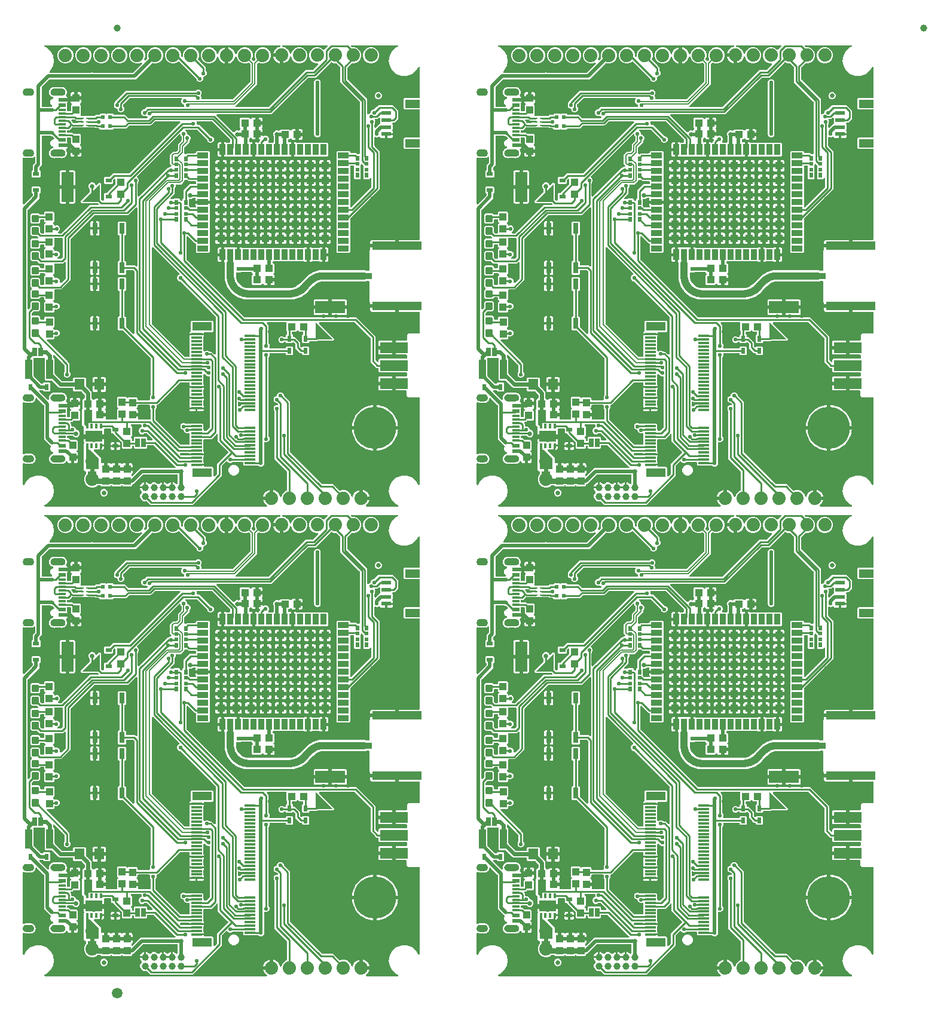
<source format=gtl>
G04 EAGLE Gerber RS-274X export*
G75*
%MOMM*%
%FSLAX34Y34*%
%LPD*%
%INTop Copper*%
%IPPOS*%
%AMOC8*
5,1,8,0,0,1.08239X$1,22.5*%
G01*
%ADD10R,1.000000X0.300000*%
%ADD11R,1.000000X0.600000*%
%ADD12C,0.654000*%
%ADD13R,1.000000X1.100000*%
%ADD14R,0.300000X0.650000*%
%ADD15R,2.350000X1.600000*%
%ADD16R,1.100000X1.000000*%
%ADD17C,0.635000*%
%ADD18R,4.200000X1.700000*%
%ADD19R,1.000000X1.000000*%
%ADD20R,0.630000X0.830000*%
%ADD21R,0.762000X1.524000*%
%ADD22R,0.635000X1.270000*%
%ADD23R,1.000000X2.800000*%
%ADD24R,1.400000X1.600000*%
%ADD25R,1.270000X0.635000*%
%ADD26C,1.879600*%
%ADD27C,6.000000*%
%ADD28R,0.830000X0.630000*%
%ADD29R,1.550000X0.300000*%
%ADD30R,2.750000X1.200000*%
%ADD31C,0.300000*%
%ADD32R,0.850000X1.520000*%
%ADD33R,1.520000X0.850000*%
%ADD34R,1.100000X1.100000*%
%ADD35R,0.550000X0.800000*%
%ADD36R,0.550000X0.500000*%
%ADD37R,0.600000X0.600000*%
%ADD38R,0.610000X0.250000*%
%ADD39R,0.560000X0.250000*%
%ADD40R,7.000000X1.150000*%
%ADD41R,2.200000X0.900000*%
%ADD42R,2.000000X1.200000*%
%ADD43R,1.350000X0.600000*%
%ADD44R,1.700000X4.200000*%
%ADD45C,1.000000*%
%ADD46R,4.000000X1.500000*%
%ADD47C,1.500000*%
%ADD48C,0.558800*%
%ADD49C,0.254000*%
%ADD50C,0.508000*%
%ADD51C,0.177800*%
%ADD52C,0.762000*%
%ADD53C,0.152400*%
%ADD54C,0.558800*%
%ADD55C,0.203200*%
%ADD56C,1.000000*%

G36*
X1148499Y873570D02*
X1148499Y873570D01*
X1148637Y873579D01*
X1148656Y873585D01*
X1148676Y873587D01*
X1148808Y873634D01*
X1148939Y873677D01*
X1148957Y873688D01*
X1148976Y873695D01*
X1149091Y873773D01*
X1149208Y873847D01*
X1149222Y873862D01*
X1149239Y873873D01*
X1149331Y873977D01*
X1149426Y874079D01*
X1149436Y874096D01*
X1149449Y874112D01*
X1149513Y874236D01*
X1149580Y874357D01*
X1149585Y874377D01*
X1149594Y874395D01*
X1149624Y874531D01*
X1149659Y874665D01*
X1149661Y874693D01*
X1149664Y874705D01*
X1149663Y874726D01*
X1149669Y874826D01*
X1149669Y877022D01*
X1150860Y878213D01*
X1188625Y878213D01*
X1188742Y878227D01*
X1188858Y878234D01*
X1188899Y878247D01*
X1188941Y878253D01*
X1189050Y878296D01*
X1189161Y878331D01*
X1189197Y878354D01*
X1189236Y878370D01*
X1189331Y878438D01*
X1189430Y878501D01*
X1189460Y878532D01*
X1189494Y878556D01*
X1189569Y878647D01*
X1189649Y878732D01*
X1189670Y878769D01*
X1189697Y878801D01*
X1189747Y878907D01*
X1189803Y879010D01*
X1189814Y879051D01*
X1189832Y879089D01*
X1189854Y879204D01*
X1189884Y879318D01*
X1189888Y879381D01*
X1189892Y879401D01*
X1189891Y879421D01*
X1189895Y879478D01*
X1189904Y882766D01*
X1189890Y882886D01*
X1189882Y883007D01*
X1189870Y883044D01*
X1189866Y883082D01*
X1189821Y883194D01*
X1189784Y883309D01*
X1189764Y883342D01*
X1189749Y883378D01*
X1189679Y883476D01*
X1189614Y883578D01*
X1189586Y883605D01*
X1189563Y883636D01*
X1189470Y883713D01*
X1189382Y883796D01*
X1189349Y883815D01*
X1189319Y883839D01*
X1189210Y883891D01*
X1189104Y883950D01*
X1189067Y883959D01*
X1189032Y883976D01*
X1188913Y883999D01*
X1188796Y884029D01*
X1188739Y884033D01*
X1188720Y884036D01*
X1188699Y884035D01*
X1188635Y884039D01*
X1174241Y884039D01*
X1174241Y892810D01*
X1174226Y892928D01*
X1174219Y893047D01*
X1174206Y893085D01*
X1174201Y893125D01*
X1174157Y893236D01*
X1174121Y893349D01*
X1174099Y893384D01*
X1174084Y893421D01*
X1174014Y893517D01*
X1173951Y893618D01*
X1173921Y893646D01*
X1173897Y893678D01*
X1173806Y893754D01*
X1173719Y893836D01*
X1173684Y893855D01*
X1173652Y893881D01*
X1173545Y893932D01*
X1173441Y893989D01*
X1173401Y894000D01*
X1173365Y894017D01*
X1173248Y894039D01*
X1173133Y894069D01*
X1173072Y894073D01*
X1173052Y894077D01*
X1173032Y894075D01*
X1172972Y894079D01*
X1171701Y894079D01*
X1171701Y894081D01*
X1172972Y894081D01*
X1173090Y894096D01*
X1173209Y894103D01*
X1173247Y894116D01*
X1173287Y894121D01*
X1173398Y894165D01*
X1173511Y894201D01*
X1173546Y894223D01*
X1173583Y894238D01*
X1173679Y894308D01*
X1173780Y894371D01*
X1173808Y894401D01*
X1173840Y894425D01*
X1173916Y894516D01*
X1173998Y894603D01*
X1174017Y894638D01*
X1174043Y894670D01*
X1174094Y894777D01*
X1174151Y894881D01*
X1174162Y894921D01*
X1174179Y894957D01*
X1174201Y895074D01*
X1174231Y895189D01*
X1174235Y895250D01*
X1174239Y895270D01*
X1174237Y895290D01*
X1174241Y895350D01*
X1174241Y904121D01*
X1188704Y904121D01*
X1188820Y904135D01*
X1188937Y904142D01*
X1188977Y904155D01*
X1189019Y904161D01*
X1189128Y904204D01*
X1189240Y904239D01*
X1189275Y904262D01*
X1189315Y904278D01*
X1189409Y904346D01*
X1189509Y904409D01*
X1189538Y904440D01*
X1189572Y904464D01*
X1189647Y904555D01*
X1189727Y904640D01*
X1189748Y904677D01*
X1189775Y904709D01*
X1189825Y904815D01*
X1189882Y904918D01*
X1189892Y904959D01*
X1189910Y904997D01*
X1189932Y905112D01*
X1189962Y905226D01*
X1189966Y905289D01*
X1189970Y905309D01*
X1189969Y905329D01*
X1189973Y905386D01*
X1189989Y910845D01*
X1189989Y910846D01*
X1189989Y910848D01*
X1189989Y912218D01*
X1190953Y913176D01*
X1190954Y913177D01*
X1190956Y913179D01*
X1191928Y914151D01*
X1193292Y914147D01*
X1193293Y914147D01*
X1193296Y914147D01*
X1207008Y914147D01*
X1207126Y914162D01*
X1207245Y914169D01*
X1207283Y914182D01*
X1207324Y914187D01*
X1207434Y914230D01*
X1207547Y914267D01*
X1207582Y914289D01*
X1207619Y914304D01*
X1207715Y914373D01*
X1207816Y914437D01*
X1207844Y914467D01*
X1207877Y914490D01*
X1207953Y914582D01*
X1208034Y914669D01*
X1208054Y914704D01*
X1208079Y914735D01*
X1208130Y914843D01*
X1208188Y914947D01*
X1208198Y914987D01*
X1208215Y915023D01*
X1208237Y915140D01*
X1208267Y915255D01*
X1208271Y915315D01*
X1208275Y915335D01*
X1208273Y915356D01*
X1208277Y915416D01*
X1208277Y943620D01*
X1208262Y943738D01*
X1208255Y943857D01*
X1208242Y943895D01*
X1208237Y943936D01*
X1208194Y944046D01*
X1208157Y944159D01*
X1208135Y944194D01*
X1208120Y944231D01*
X1208051Y944327D01*
X1207987Y944428D01*
X1207957Y944456D01*
X1207934Y944489D01*
X1207842Y944565D01*
X1207755Y944646D01*
X1207720Y944666D01*
X1207689Y944691D01*
X1207581Y944742D01*
X1207477Y944800D01*
X1207437Y944810D01*
X1207401Y944827D01*
X1207284Y944849D01*
X1207169Y944879D01*
X1207109Y944883D01*
X1207089Y944887D01*
X1207068Y944885D01*
X1207008Y944889D01*
X1178103Y944889D01*
X1178103Y951910D01*
X1178088Y952028D01*
X1178081Y952147D01*
X1178068Y952185D01*
X1178063Y952225D01*
X1178019Y952336D01*
X1177983Y952449D01*
X1177961Y952484D01*
X1177946Y952521D01*
X1177876Y952617D01*
X1177813Y952718D01*
X1177783Y952746D01*
X1177759Y952778D01*
X1177668Y952854D01*
X1177581Y952936D01*
X1177546Y952955D01*
X1177514Y952981D01*
X1177407Y953032D01*
X1177303Y953089D01*
X1177263Y953100D01*
X1177227Y953117D01*
X1177110Y953139D01*
X1176995Y953169D01*
X1176934Y953173D01*
X1176914Y953177D01*
X1176894Y953175D01*
X1176834Y953179D01*
X1175563Y953179D01*
X1175563Y954450D01*
X1175548Y954568D01*
X1175541Y954687D01*
X1175528Y954725D01*
X1175523Y954765D01*
X1175479Y954876D01*
X1175443Y954989D01*
X1175421Y955024D01*
X1175406Y955061D01*
X1175336Y955157D01*
X1175273Y955258D01*
X1175243Y955286D01*
X1175219Y955318D01*
X1175128Y955394D01*
X1175041Y955476D01*
X1175006Y955495D01*
X1174974Y955521D01*
X1174867Y955572D01*
X1174763Y955629D01*
X1174723Y955640D01*
X1174687Y955657D01*
X1174570Y955679D01*
X1174455Y955709D01*
X1174394Y955713D01*
X1174374Y955717D01*
X1174354Y955715D01*
X1174294Y955719D01*
X1138023Y955719D01*
X1138023Y957106D01*
X1138011Y957204D01*
X1138008Y957303D01*
X1137991Y957362D01*
X1137983Y957422D01*
X1137947Y957514D01*
X1137919Y957609D01*
X1137889Y957661D01*
X1137866Y957717D01*
X1137808Y957798D01*
X1137758Y957883D01*
X1137692Y957958D01*
X1137680Y957975D01*
X1137670Y957983D01*
X1137651Y958004D01*
X1137157Y958498D01*
X1137157Y986910D01*
X1137142Y987028D01*
X1137135Y987147D01*
X1137122Y987185D01*
X1137117Y987226D01*
X1137074Y987336D01*
X1137037Y987449D01*
X1137015Y987484D01*
X1137000Y987521D01*
X1136931Y987617D01*
X1136867Y987718D01*
X1136837Y987746D01*
X1136814Y987779D01*
X1136722Y987855D01*
X1136635Y987936D01*
X1136600Y987956D01*
X1136569Y987981D01*
X1136461Y988032D01*
X1136357Y988090D01*
X1136317Y988100D01*
X1136281Y988117D01*
X1136164Y988139D01*
X1136049Y988169D01*
X1135989Y988173D01*
X1135969Y988177D01*
X1135948Y988175D01*
X1135888Y988179D01*
X1132615Y988179D01*
X1132606Y988178D01*
X1132597Y988179D01*
X1132448Y988158D01*
X1132299Y988139D01*
X1132291Y988136D01*
X1132282Y988135D01*
X1132129Y988083D01*
X1131155Y987679D01*
X1070971Y987679D01*
X1070950Y987677D01*
X1070888Y987677D01*
X1068783Y987539D01*
X1068739Y987530D01*
X1068695Y987530D01*
X1068537Y987498D01*
X1064470Y986408D01*
X1064390Y986376D01*
X1064308Y986353D01*
X1064185Y986292D01*
X1064175Y986288D01*
X1064172Y986285D01*
X1064164Y986281D01*
X1060517Y984176D01*
X1060482Y984149D01*
X1060442Y984129D01*
X1060315Y984031D01*
X1058728Y982640D01*
X1058715Y982624D01*
X1058668Y982583D01*
X1057365Y981280D01*
X1057364Y981279D01*
X1052603Y976519D01*
X1052597Y976511D01*
X1052590Y976505D01*
X1052485Y976383D01*
X1049462Y972351D01*
X1040174Y965746D01*
X1029318Y962279D01*
X959930Y962279D01*
X949867Y965549D01*
X948127Y966813D01*
X941308Y971768D01*
X935089Y980327D01*
X931819Y990390D01*
X931819Y1011568D01*
X931818Y1011577D01*
X931819Y1011586D01*
X931799Y1011727D01*
X931799Y1014340D01*
X931784Y1014458D01*
X931777Y1014577D01*
X931764Y1014615D01*
X931759Y1014656D01*
X931716Y1014766D01*
X931679Y1014880D01*
X931657Y1014914D01*
X931642Y1014951D01*
X931572Y1015048D01*
X931509Y1015148D01*
X931479Y1015176D01*
X931456Y1015209D01*
X931364Y1015284D01*
X931277Y1015366D01*
X931242Y1015386D01*
X931211Y1015411D01*
X931103Y1015462D01*
X930999Y1015520D01*
X930959Y1015530D01*
X930944Y1015537D01*
X930944Y1024895D01*
X930929Y1025013D01*
X930922Y1025132D01*
X930909Y1025170D01*
X930904Y1025210D01*
X930861Y1025321D01*
X930824Y1025434D01*
X930802Y1025468D01*
X930787Y1025506D01*
X930718Y1025602D01*
X930654Y1025703D01*
X930624Y1025731D01*
X930606Y1025755D01*
X930620Y1025771D01*
X930701Y1025858D01*
X930721Y1025893D01*
X930746Y1025925D01*
X930797Y1026032D01*
X930855Y1026137D01*
X930865Y1026176D01*
X930882Y1026212D01*
X930904Y1026329D01*
X930934Y1026445D01*
X930938Y1026505D01*
X930942Y1026525D01*
X930940Y1026545D01*
X930944Y1026605D01*
X930944Y1035891D01*
X933341Y1035891D01*
X933439Y1035903D01*
X933539Y1035906D01*
X933597Y1035923D01*
X933657Y1035931D01*
X933749Y1035967D01*
X933844Y1035995D01*
X933896Y1036025D01*
X933953Y1036048D01*
X934033Y1036106D01*
X934118Y1036156D01*
X934193Y1036222D01*
X934210Y1036234D01*
X934218Y1036244D01*
X934239Y1036262D01*
X934327Y1036351D01*
X945313Y1036351D01*
X945401Y1036262D01*
X945479Y1036202D01*
X945552Y1036134D01*
X945605Y1036105D01*
X945652Y1036068D01*
X945743Y1036028D01*
X945830Y1035980D01*
X945889Y1035965D01*
X945944Y1035941D01*
X946042Y1035926D01*
X946138Y1035901D01*
X946238Y1035895D01*
X946258Y1035891D01*
X946271Y1035893D01*
X946299Y1035891D01*
X948696Y1035891D01*
X948696Y1026605D01*
X948711Y1026487D01*
X948718Y1026368D01*
X948730Y1026330D01*
X948736Y1026290D01*
X948779Y1026179D01*
X948816Y1026066D01*
X948838Y1026032D01*
X948853Y1025994D01*
X948922Y1025898D01*
X948986Y1025797D01*
X949016Y1025769D01*
X949039Y1025737D01*
X949131Y1025661D01*
X949218Y1025579D01*
X949253Y1025560D01*
X949284Y1025534D01*
X949392Y1025483D01*
X949496Y1025426D01*
X949536Y1025416D01*
X949572Y1025398D01*
X949689Y1025376D01*
X949804Y1025346D01*
X949864Y1025342D01*
X949884Y1025339D01*
X949905Y1025340D01*
X949965Y1025336D01*
X951675Y1025336D01*
X951793Y1025351D01*
X951912Y1025358D01*
X951950Y1025371D01*
X951991Y1025376D01*
X952101Y1025420D01*
X952214Y1025456D01*
X952249Y1025478D01*
X952286Y1025493D01*
X952382Y1025563D01*
X952483Y1025626D01*
X952511Y1025656D01*
X952544Y1025680D01*
X952620Y1025771D01*
X952701Y1025858D01*
X952721Y1025893D01*
X952746Y1025925D01*
X952797Y1026032D01*
X952855Y1026137D01*
X952865Y1026176D01*
X952882Y1026212D01*
X952904Y1026329D01*
X952934Y1026445D01*
X952938Y1026505D01*
X952942Y1026525D01*
X952940Y1026545D01*
X952944Y1026605D01*
X952944Y1035891D01*
X955404Y1035891D01*
X956051Y1035718D01*
X956336Y1035553D01*
X956421Y1035517D01*
X956502Y1035472D01*
X956567Y1035456D01*
X956629Y1035430D01*
X956721Y1035416D01*
X956810Y1035393D01*
X956927Y1035386D01*
X956944Y1035383D01*
X956952Y1035384D01*
X956971Y1035383D01*
X1043669Y1035383D01*
X1043761Y1035394D01*
X1043853Y1035396D01*
X1043918Y1035414D01*
X1043985Y1035423D01*
X1044071Y1035457D01*
X1044160Y1035481D01*
X1044265Y1035533D01*
X1044281Y1035540D01*
X1044287Y1035545D01*
X1044304Y1035553D01*
X1044589Y1035718D01*
X1045236Y1035891D01*
X1047696Y1035891D01*
X1047696Y1026605D01*
X1047711Y1026487D01*
X1047718Y1026368D01*
X1047730Y1026330D01*
X1047736Y1026290D01*
X1047779Y1026179D01*
X1047816Y1026066D01*
X1047838Y1026032D01*
X1047853Y1025994D01*
X1047922Y1025898D01*
X1047986Y1025797D01*
X1048016Y1025769D01*
X1048034Y1025745D01*
X1048020Y1025729D01*
X1047939Y1025642D01*
X1047919Y1025607D01*
X1047894Y1025575D01*
X1047843Y1025468D01*
X1047785Y1025363D01*
X1047775Y1025324D01*
X1047758Y1025288D01*
X1047736Y1025171D01*
X1047706Y1025055D01*
X1047702Y1024995D01*
X1047698Y1024975D01*
X1047700Y1024955D01*
X1047696Y1024895D01*
X1047696Y1015609D01*
X1045236Y1015609D01*
X1044589Y1015782D01*
X1044304Y1015947D01*
X1044219Y1015983D01*
X1044138Y1016028D01*
X1044073Y1016044D01*
X1044011Y1016070D01*
X1043919Y1016084D01*
X1043830Y1016107D01*
X1043713Y1016114D01*
X1043696Y1016117D01*
X1043688Y1016116D01*
X1043669Y1016117D01*
X1000662Y1016117D01*
X1000544Y1016102D01*
X1000425Y1016095D01*
X1000387Y1016082D01*
X1000346Y1016077D01*
X1000236Y1016034D01*
X1000123Y1015997D01*
X1000088Y1015975D01*
X1000051Y1015960D01*
X999955Y1015891D01*
X999854Y1015827D01*
X999826Y1015797D01*
X999793Y1015774D01*
X999717Y1015682D01*
X999636Y1015595D01*
X999616Y1015560D01*
X999591Y1015529D01*
X999540Y1015421D01*
X999482Y1015317D01*
X999472Y1015277D01*
X999455Y1015241D01*
X999433Y1015124D01*
X999403Y1015009D01*
X999399Y1014949D01*
X999395Y1014929D01*
X999397Y1014908D01*
X999393Y1014848D01*
X999393Y1014396D01*
X999408Y1014278D01*
X999415Y1014159D01*
X999428Y1014121D01*
X999433Y1014080D01*
X999476Y1013970D01*
X999513Y1013857D01*
X999535Y1013822D01*
X999550Y1013785D01*
X999619Y1013689D01*
X999683Y1013588D01*
X999713Y1013560D01*
X999736Y1013527D01*
X999828Y1013451D01*
X999915Y1013370D01*
X999950Y1013350D01*
X999981Y1013325D01*
X1000089Y1013274D01*
X1000193Y1013216D01*
X1000233Y1013206D01*
X1000269Y1013189D01*
X1000386Y1013167D01*
X1000501Y1013137D01*
X1000561Y1013133D01*
X1000581Y1013129D01*
X1000602Y1013131D01*
X1000662Y1013127D01*
X1001124Y1013127D01*
X1002315Y1011936D01*
X1002315Y1000252D01*
X1001236Y999173D01*
X1001159Y999074D01*
X1001077Y998979D01*
X1001062Y998949D01*
X1001041Y998922D01*
X1000991Y998807D01*
X1000935Y998694D01*
X1000928Y998661D01*
X1000915Y998630D01*
X1000895Y998506D01*
X1000869Y998383D01*
X1000870Y998349D01*
X1000865Y998316D01*
X1000877Y998191D01*
X1000882Y998065D01*
X1000891Y998033D01*
X1000895Y997999D01*
X1000937Y997881D01*
X1000973Y997761D01*
X1000991Y997732D01*
X1001002Y997700D01*
X1001073Y997596D01*
X1001138Y997488D01*
X1001162Y997465D01*
X1001181Y997437D01*
X1001275Y997354D01*
X1001365Y997266D01*
X1001405Y997239D01*
X1001419Y997227D01*
X1001439Y997217D01*
X1001499Y997176D01*
X1001588Y997125D01*
X1002061Y996652D01*
X1002396Y996073D01*
X1002569Y995426D01*
X1002569Y992591D01*
X995758Y992591D01*
X995640Y992576D01*
X995521Y992569D01*
X995483Y992556D01*
X995443Y992551D01*
X995332Y992508D01*
X995219Y992471D01*
X995185Y992449D01*
X995147Y992434D01*
X995051Y992365D01*
X994950Y992301D01*
X994922Y992271D01*
X994890Y992248D01*
X994814Y992156D01*
X994732Y992069D01*
X994713Y992034D01*
X994687Y992003D01*
X994636Y991895D01*
X994579Y991791D01*
X994569Y991751D01*
X994551Y991715D01*
X994529Y991598D01*
X994499Y991483D01*
X994495Y991423D01*
X994492Y991403D01*
X994493Y991382D01*
X994489Y991322D01*
X994489Y990131D01*
X993298Y990131D01*
X993180Y990116D01*
X993061Y990109D01*
X993023Y990096D01*
X992982Y990091D01*
X992872Y990047D01*
X992759Y990011D01*
X992724Y989989D01*
X992687Y989974D01*
X992590Y989904D01*
X992490Y989841D01*
X992462Y989811D01*
X992429Y989787D01*
X992353Y989696D01*
X992272Y989609D01*
X992252Y989574D01*
X992227Y989542D01*
X992176Y989435D01*
X992118Y989330D01*
X992108Y989291D01*
X992091Y989255D01*
X992069Y989138D01*
X992039Y989022D01*
X992035Y988962D01*
X992031Y988942D01*
X992033Y988922D01*
X992029Y988862D01*
X992029Y982551D01*
X988694Y982551D01*
X988047Y982724D01*
X987468Y983059D01*
X986995Y983532D01*
X986851Y983781D01*
X986775Y983881D01*
X986705Y983985D01*
X986679Y984007D01*
X986659Y984034D01*
X986560Y984112D01*
X986466Y984196D01*
X986436Y984211D01*
X986410Y984232D01*
X986295Y984283D01*
X986183Y984340D01*
X986150Y984348D01*
X986119Y984361D01*
X985995Y984382D01*
X985873Y984410D01*
X985839Y984409D01*
X985806Y984414D01*
X985680Y984404D01*
X985555Y984400D01*
X985522Y984391D01*
X985489Y984388D01*
X985370Y984347D01*
X985249Y984312D01*
X985220Y984295D01*
X985188Y984284D01*
X985084Y984214D01*
X984975Y984150D01*
X984939Y984118D01*
X984923Y984108D01*
X984909Y984092D01*
X984854Y984044D01*
X983870Y983059D01*
X971186Y983059D01*
X969995Y984250D01*
X969995Y995934D01*
X971384Y997323D01*
X971457Y997417D01*
X971536Y997506D01*
X971554Y997542D01*
X971579Y997574D01*
X971626Y997683D01*
X971680Y997789D01*
X971689Y997828D01*
X971705Y997866D01*
X971724Y997983D01*
X971750Y998099D01*
X971749Y998140D01*
X971755Y998180D01*
X971744Y998298D01*
X971740Y998417D01*
X971729Y998456D01*
X971725Y998496D01*
X971685Y998608D01*
X971652Y998723D01*
X971631Y998758D01*
X971618Y998796D01*
X971551Y998894D01*
X971490Y998997D01*
X971450Y999042D01*
X971439Y999059D01*
X971424Y999072D01*
X971384Y999118D01*
X970213Y1000289D01*
X970209Y1000314D01*
X970166Y1000424D01*
X970129Y1000537D01*
X970107Y1000572D01*
X970092Y1000609D01*
X970023Y1000705D01*
X969959Y1000806D01*
X969929Y1000834D01*
X969906Y1000867D01*
X969814Y1000943D01*
X969727Y1001024D01*
X969692Y1001044D01*
X969661Y1001069D01*
X969553Y1001120D01*
X969449Y1001178D01*
X969409Y1001188D01*
X969373Y1001205D01*
X969256Y1001227D01*
X969141Y1001257D01*
X969081Y1001261D01*
X969061Y1001265D01*
X969040Y1001263D01*
X968980Y1001267D01*
X955978Y1001267D01*
X955879Y1001255D01*
X955780Y1001252D01*
X955722Y1001235D01*
X955662Y1001227D01*
X955570Y1001191D01*
X955475Y1001163D01*
X955423Y1001133D01*
X955366Y1001110D01*
X955286Y1001052D01*
X955201Y1001002D01*
X955126Y1000936D01*
X955109Y1000924D01*
X955101Y1000914D01*
X955080Y1000895D01*
X954992Y1000807D01*
X949090Y1000807D01*
X948972Y1000792D01*
X948853Y1000785D01*
X948815Y1000772D01*
X948774Y1000767D01*
X948664Y1000724D01*
X948551Y1000687D01*
X948516Y1000665D01*
X948479Y1000650D01*
X948383Y1000581D01*
X948282Y1000517D01*
X948254Y1000487D01*
X948221Y1000464D01*
X948145Y1000372D01*
X948064Y1000285D01*
X948044Y1000250D01*
X948019Y1000219D01*
X947968Y1000111D01*
X947910Y1000007D01*
X947900Y999967D01*
X947883Y999931D01*
X947861Y999814D01*
X947831Y999699D01*
X947827Y999639D01*
X947823Y999619D01*
X947825Y999598D01*
X947821Y999538D01*
X947821Y995680D01*
X947823Y995658D01*
X947825Y995580D01*
X948023Y993057D01*
X948037Y992989D01*
X948042Y992920D01*
X948081Y992765D01*
X949641Y987965D01*
X949691Y987858D01*
X949735Y987747D01*
X949768Y987696D01*
X949776Y987677D01*
X949789Y987661D01*
X949821Y987611D01*
X952788Y983528D01*
X952869Y983442D01*
X952944Y983350D01*
X952991Y983311D01*
X953005Y983296D01*
X953022Y983286D01*
X953068Y983248D01*
X957151Y980281D01*
X957255Y980224D01*
X957355Y980160D01*
X957412Y980138D01*
X957430Y980128D01*
X957449Y980123D01*
X957505Y980101D01*
X962305Y978541D01*
X962372Y978529D01*
X962438Y978506D01*
X962516Y978495D01*
X962535Y978490D01*
X962562Y978488D01*
X962597Y978483D01*
X965120Y978285D01*
X965142Y978286D01*
X965220Y978281D01*
X1023620Y978281D01*
X1023642Y978283D01*
X1023718Y978285D01*
X1026690Y978515D01*
X1026755Y978528D01*
X1026822Y978532D01*
X1026978Y978571D01*
X1032640Y980379D01*
X1032744Y980428D01*
X1032852Y980469D01*
X1032909Y980504D01*
X1032928Y980513D01*
X1032943Y980525D01*
X1032989Y980554D01*
X1037833Y983998D01*
X1037882Y984044D01*
X1037937Y984081D01*
X1038050Y984195D01*
X1039424Y985758D01*
X1039495Y985864D01*
X1039572Y985966D01*
X1039592Y986007D01*
X1039602Y986021D01*
X1039609Y986042D01*
X1039643Y986110D01*
X1039697Y986242D01*
X1040357Y986901D01*
X1040363Y986909D01*
X1040370Y986915D01*
X1040475Y987037D01*
X1041034Y987784D01*
X1041398Y987999D01*
X1041460Y988047D01*
X1041528Y988087D01*
X1041649Y988194D01*
X1046049Y992594D01*
X1047372Y993916D01*
X1050462Y997007D01*
X1058079Y1001404D01*
X1066574Y1003681D01*
X1131155Y1003681D01*
X1132129Y1003277D01*
X1132138Y1003275D01*
X1132146Y1003270D01*
X1132291Y1003233D01*
X1132436Y1003193D01*
X1132445Y1003193D01*
X1132454Y1003191D01*
X1132615Y1003181D01*
X1135888Y1003181D01*
X1136006Y1003196D01*
X1136125Y1003203D01*
X1136163Y1003216D01*
X1136204Y1003221D01*
X1136314Y1003264D01*
X1136427Y1003301D01*
X1136462Y1003323D01*
X1136499Y1003338D01*
X1136595Y1003407D01*
X1136696Y1003471D01*
X1136724Y1003501D01*
X1136757Y1003524D01*
X1136833Y1003616D01*
X1136914Y1003703D01*
X1136934Y1003738D01*
X1136959Y1003769D01*
X1137010Y1003877D01*
X1137068Y1003981D01*
X1137078Y1004021D01*
X1137095Y1004057D01*
X1137117Y1004174D01*
X1137147Y1004289D01*
X1137151Y1004349D01*
X1137155Y1004369D01*
X1137153Y1004390D01*
X1137157Y1004450D01*
X1137157Y1031846D01*
X1137651Y1032340D01*
X1137712Y1032418D01*
X1137780Y1032491D01*
X1137809Y1032544D01*
X1137846Y1032592D01*
X1137886Y1032682D01*
X1137934Y1032769D01*
X1137949Y1032828D01*
X1137973Y1032883D01*
X1137988Y1032981D01*
X1138013Y1033077D01*
X1138019Y1033177D01*
X1138023Y1033197D01*
X1138021Y1033210D01*
X1138023Y1033238D01*
X1138023Y1035641D01*
X1174294Y1035641D01*
X1174412Y1035656D01*
X1174531Y1035663D01*
X1174569Y1035676D01*
X1174609Y1035681D01*
X1174720Y1035724D01*
X1174833Y1035761D01*
X1174868Y1035783D01*
X1174905Y1035798D01*
X1175001Y1035868D01*
X1175102Y1035931D01*
X1175130Y1035961D01*
X1175162Y1035985D01*
X1175238Y1036076D01*
X1175320Y1036163D01*
X1175339Y1036198D01*
X1175365Y1036229D01*
X1175416Y1036337D01*
X1175473Y1036441D01*
X1175484Y1036481D01*
X1175501Y1036517D01*
X1175523Y1036634D01*
X1175553Y1036749D01*
X1175557Y1036810D01*
X1175561Y1036830D01*
X1175559Y1036850D01*
X1175563Y1036910D01*
X1175563Y1038181D01*
X1176834Y1038181D01*
X1176952Y1038196D01*
X1177071Y1038203D01*
X1177109Y1038216D01*
X1177149Y1038221D01*
X1177260Y1038265D01*
X1177373Y1038301D01*
X1177408Y1038323D01*
X1177445Y1038338D01*
X1177541Y1038408D01*
X1177642Y1038471D01*
X1177670Y1038501D01*
X1177702Y1038525D01*
X1177778Y1038616D01*
X1177860Y1038703D01*
X1177879Y1038738D01*
X1177905Y1038770D01*
X1177956Y1038877D01*
X1178013Y1038981D01*
X1178024Y1039021D01*
X1178041Y1039057D01*
X1178063Y1039174D01*
X1178093Y1039289D01*
X1178097Y1039350D01*
X1178101Y1039370D01*
X1178099Y1039390D01*
X1178103Y1039450D01*
X1178103Y1046471D01*
X1207008Y1046471D01*
X1207126Y1046486D01*
X1207245Y1046493D01*
X1207283Y1046506D01*
X1207324Y1046511D01*
X1207434Y1046554D01*
X1207547Y1046591D01*
X1207582Y1046613D01*
X1207619Y1046628D01*
X1207715Y1046697D01*
X1207816Y1046761D01*
X1207844Y1046791D01*
X1207877Y1046814D01*
X1207953Y1046906D01*
X1208034Y1046993D01*
X1208054Y1047028D01*
X1208079Y1047059D01*
X1208130Y1047167D01*
X1208188Y1047271D01*
X1208198Y1047311D01*
X1208215Y1047347D01*
X1208237Y1047464D01*
X1208267Y1047579D01*
X1208271Y1047639D01*
X1208275Y1047659D01*
X1208273Y1047680D01*
X1208277Y1047740D01*
X1208277Y1174278D01*
X1208262Y1174396D01*
X1208255Y1174515D01*
X1208242Y1174553D01*
X1208237Y1174594D01*
X1208194Y1174704D01*
X1208157Y1174817D01*
X1208135Y1174852D01*
X1208120Y1174889D01*
X1208051Y1174985D01*
X1207987Y1175086D01*
X1207957Y1175114D01*
X1207934Y1175147D01*
X1207842Y1175223D01*
X1207755Y1175304D01*
X1207720Y1175324D01*
X1207689Y1175349D01*
X1207581Y1175400D01*
X1207477Y1175458D01*
X1207437Y1175468D01*
X1207401Y1175485D01*
X1207284Y1175507D01*
X1207169Y1175537D01*
X1207109Y1175541D01*
X1207089Y1175545D01*
X1207068Y1175543D01*
X1207008Y1175547D01*
X1186688Y1175547D01*
X1185497Y1176738D01*
X1185497Y1190422D01*
X1186688Y1191613D01*
X1207008Y1191613D01*
X1207126Y1191628D01*
X1207245Y1191635D01*
X1207283Y1191648D01*
X1207324Y1191653D01*
X1207434Y1191696D01*
X1207547Y1191733D01*
X1207582Y1191755D01*
X1207619Y1191770D01*
X1207715Y1191839D01*
X1207816Y1191903D01*
X1207844Y1191933D01*
X1207877Y1191956D01*
X1207953Y1192048D01*
X1208034Y1192135D01*
X1208054Y1192170D01*
X1208079Y1192201D01*
X1208130Y1192309D01*
X1208188Y1192413D01*
X1208198Y1192453D01*
X1208215Y1192489D01*
X1208237Y1192606D01*
X1208267Y1192721D01*
X1208271Y1192781D01*
X1208275Y1192801D01*
X1208273Y1192822D01*
X1208277Y1192882D01*
X1208277Y1230278D01*
X1208262Y1230396D01*
X1208255Y1230515D01*
X1208242Y1230553D01*
X1208237Y1230594D01*
X1208194Y1230704D01*
X1208157Y1230817D01*
X1208135Y1230852D01*
X1208120Y1230889D01*
X1208051Y1230985D01*
X1207987Y1231086D01*
X1207957Y1231114D01*
X1207934Y1231147D01*
X1207842Y1231223D01*
X1207755Y1231304D01*
X1207720Y1231324D01*
X1207689Y1231349D01*
X1207581Y1231400D01*
X1207477Y1231458D01*
X1207437Y1231468D01*
X1207401Y1231485D01*
X1207284Y1231507D01*
X1207169Y1231537D01*
X1207109Y1231541D01*
X1207089Y1231545D01*
X1207068Y1231543D01*
X1207008Y1231547D01*
X1186688Y1231547D01*
X1185497Y1232738D01*
X1185497Y1246422D01*
X1186688Y1247613D01*
X1207008Y1247613D01*
X1207126Y1247628D01*
X1207245Y1247635D01*
X1207283Y1247648D01*
X1207324Y1247653D01*
X1207434Y1247696D01*
X1207547Y1247733D01*
X1207582Y1247755D01*
X1207619Y1247770D01*
X1207715Y1247839D01*
X1207816Y1247903D01*
X1207844Y1247933D01*
X1207877Y1247956D01*
X1207953Y1248048D01*
X1208034Y1248135D01*
X1208054Y1248170D01*
X1208079Y1248201D01*
X1208130Y1248309D01*
X1208188Y1248413D01*
X1208198Y1248453D01*
X1208215Y1248489D01*
X1208237Y1248606D01*
X1208267Y1248721D01*
X1208271Y1248781D01*
X1208275Y1248801D01*
X1208273Y1248822D01*
X1208277Y1248882D01*
X1208277Y1290835D01*
X1208259Y1290980D01*
X1208244Y1291125D01*
X1208239Y1291137D01*
X1208237Y1291151D01*
X1208184Y1291286D01*
X1208133Y1291423D01*
X1208125Y1291434D01*
X1208120Y1291446D01*
X1208035Y1291564D01*
X1207952Y1291684D01*
X1207941Y1291693D01*
X1207934Y1291704D01*
X1207822Y1291797D01*
X1207711Y1291892D01*
X1207699Y1291898D01*
X1207689Y1291907D01*
X1207557Y1291968D01*
X1207426Y1292034D01*
X1207413Y1292036D01*
X1207401Y1292042D01*
X1207259Y1292069D01*
X1207115Y1292100D01*
X1207102Y1292099D01*
X1207089Y1292102D01*
X1206944Y1292093D01*
X1206798Y1292087D01*
X1206785Y1292083D01*
X1206771Y1292082D01*
X1206633Y1292037D01*
X1206493Y1291995D01*
X1206481Y1291988D01*
X1206469Y1291984D01*
X1206346Y1291906D01*
X1206221Y1291831D01*
X1206211Y1291821D01*
X1206200Y1291814D01*
X1206100Y1291708D01*
X1205998Y1291604D01*
X1205988Y1291589D01*
X1205982Y1291582D01*
X1205974Y1291567D01*
X1205909Y1291470D01*
X1202975Y1286388D01*
X1197142Y1281493D01*
X1189987Y1278889D01*
X1182373Y1278889D01*
X1175218Y1281493D01*
X1169385Y1286388D01*
X1165578Y1292982D01*
X1164256Y1300480D01*
X1165578Y1307978D01*
X1169385Y1314572D01*
X1175218Y1319467D01*
X1177001Y1320115D01*
X1177087Y1320160D01*
X1177178Y1320196D01*
X1177228Y1320232D01*
X1177283Y1320261D01*
X1177356Y1320325D01*
X1177435Y1320382D01*
X1177475Y1320430D01*
X1177521Y1320472D01*
X1177576Y1320552D01*
X1177638Y1320627D01*
X1177664Y1320684D01*
X1177699Y1320735D01*
X1177732Y1320827D01*
X1177773Y1320915D01*
X1177785Y1320976D01*
X1177806Y1321035D01*
X1177815Y1321132D01*
X1177833Y1321228D01*
X1177829Y1321290D01*
X1177835Y1321352D01*
X1177819Y1321448D01*
X1177813Y1321545D01*
X1177794Y1321604D01*
X1177784Y1321666D01*
X1177745Y1321755D01*
X1177715Y1321847D01*
X1177682Y1321900D01*
X1177657Y1321957D01*
X1177597Y1322034D01*
X1177545Y1322116D01*
X1177500Y1322159D01*
X1177462Y1322208D01*
X1177385Y1322267D01*
X1177314Y1322334D01*
X1177259Y1322364D01*
X1177210Y1322402D01*
X1177120Y1322441D01*
X1177035Y1322488D01*
X1176975Y1322503D01*
X1176918Y1322528D01*
X1176821Y1322543D01*
X1176727Y1322567D01*
X1176623Y1322574D01*
X1176603Y1322577D01*
X1176592Y1322576D01*
X1176566Y1322577D01*
X1111874Y1322577D01*
X1111736Y1322560D01*
X1111597Y1322547D01*
X1111578Y1322540D01*
X1111558Y1322537D01*
X1111429Y1322486D01*
X1111298Y1322439D01*
X1111281Y1322428D01*
X1111263Y1322420D01*
X1111150Y1322339D01*
X1111035Y1322261D01*
X1111022Y1322245D01*
X1111005Y1322234D01*
X1110916Y1322126D01*
X1110824Y1322022D01*
X1110815Y1322004D01*
X1110802Y1321989D01*
X1110743Y1321863D01*
X1110680Y1321739D01*
X1110675Y1321719D01*
X1110667Y1321701D01*
X1110641Y1321565D01*
X1110610Y1321429D01*
X1110611Y1321408D01*
X1110607Y1321389D01*
X1110616Y1321250D01*
X1110620Y1321111D01*
X1110626Y1321091D01*
X1110627Y1321071D01*
X1110670Y1320939D01*
X1110708Y1320805D01*
X1110719Y1320788D01*
X1110725Y1320769D01*
X1110799Y1320651D01*
X1110870Y1320531D01*
X1110888Y1320510D01*
X1110895Y1320500D01*
X1110910Y1320486D01*
X1110976Y1320411D01*
X1111230Y1320156D01*
X1111309Y1320096D01*
X1111381Y1320028D01*
X1111434Y1319999D01*
X1111482Y1319962D01*
X1111573Y1319922D01*
X1111659Y1319874D01*
X1111718Y1319859D01*
X1111773Y1319835D01*
X1111871Y1319820D01*
X1111967Y1319795D01*
X1112067Y1319789D01*
X1112087Y1319785D01*
X1112100Y1319787D01*
X1112128Y1319785D01*
X1116064Y1319785D01*
X1120265Y1318045D01*
X1123481Y1314829D01*
X1125221Y1310628D01*
X1125221Y1306080D01*
X1123481Y1301879D01*
X1120265Y1298663D01*
X1116064Y1296923D01*
X1112128Y1296923D01*
X1112030Y1296911D01*
X1111931Y1296908D01*
X1111872Y1296891D01*
X1111812Y1296883D01*
X1111720Y1296847D01*
X1111625Y1296819D01*
X1111573Y1296789D01*
X1111517Y1296766D01*
X1111437Y1296708D01*
X1111351Y1296658D01*
X1111276Y1296592D01*
X1111259Y1296580D01*
X1111251Y1296570D01*
X1111230Y1296552D01*
X1106034Y1291356D01*
X1105974Y1291277D01*
X1105906Y1291205D01*
X1105877Y1291152D01*
X1105840Y1291104D01*
X1105800Y1291013D01*
X1105752Y1290927D01*
X1105737Y1290868D01*
X1105713Y1290813D01*
X1105698Y1290715D01*
X1105673Y1290619D01*
X1105667Y1290519D01*
X1105663Y1290499D01*
X1105665Y1290486D01*
X1105663Y1290458D01*
X1105663Y1274434D01*
X1105675Y1274336D01*
X1105678Y1274237D01*
X1105695Y1274178D01*
X1105703Y1274118D01*
X1105739Y1274026D01*
X1105767Y1273931D01*
X1105797Y1273879D01*
X1105820Y1273823D01*
X1105878Y1273743D01*
X1105928Y1273657D01*
X1105994Y1273582D01*
X1106006Y1273565D01*
X1106016Y1273557D01*
X1106034Y1273536D01*
X1133523Y1246048D01*
X1133523Y1225709D01*
X1133540Y1225571D01*
X1133553Y1225433D01*
X1133560Y1225414D01*
X1133563Y1225393D01*
X1133614Y1225264D01*
X1133661Y1225133D01*
X1133672Y1225116D01*
X1133680Y1225098D01*
X1133761Y1224985D01*
X1133839Y1224870D01*
X1133855Y1224857D01*
X1133866Y1224840D01*
X1133974Y1224752D01*
X1134078Y1224660D01*
X1134096Y1224651D01*
X1134111Y1224638D01*
X1134237Y1224578D01*
X1134361Y1224515D01*
X1134381Y1224511D01*
X1134399Y1224502D01*
X1134536Y1224476D01*
X1134671Y1224445D01*
X1134692Y1224446D01*
X1134711Y1224442D01*
X1134850Y1224451D01*
X1134989Y1224455D01*
X1135009Y1224461D01*
X1135029Y1224462D01*
X1135161Y1224505D01*
X1135295Y1224544D01*
X1135312Y1224554D01*
X1135331Y1224560D01*
X1135449Y1224634D01*
X1135569Y1224705D01*
X1135590Y1224724D01*
X1135600Y1224730D01*
X1135614Y1224745D01*
X1135689Y1224812D01*
X1136456Y1225578D01*
X1137898Y1226175D01*
X1137923Y1226190D01*
X1137951Y1226199D01*
X1138061Y1226268D01*
X1138174Y1226333D01*
X1138195Y1226353D01*
X1138220Y1226369D01*
X1138309Y1226464D01*
X1138402Y1226554D01*
X1138418Y1226579D01*
X1138438Y1226601D01*
X1138501Y1226714D01*
X1138569Y1226825D01*
X1138577Y1226853D01*
X1138592Y1226879D01*
X1138624Y1227005D01*
X1138662Y1227129D01*
X1138664Y1227159D01*
X1138671Y1227187D01*
X1138681Y1227348D01*
X1138681Y1227780D01*
X1139416Y1229554D01*
X1140774Y1230912D01*
X1142548Y1231647D01*
X1143138Y1231647D01*
X1143236Y1231659D01*
X1143335Y1231662D01*
X1143394Y1231679D01*
X1143454Y1231687D01*
X1143546Y1231723D01*
X1143641Y1231751D01*
X1143693Y1231781D01*
X1143749Y1231804D01*
X1143829Y1231862D01*
X1143915Y1231912D01*
X1143990Y1231978D01*
X1144007Y1231990D01*
X1144015Y1232000D01*
X1144036Y1232018D01*
X1149506Y1237489D01*
X1170022Y1237489D01*
X1177291Y1230220D01*
X1177291Y1218340D01*
X1172228Y1213277D01*
X1170628Y1213277D01*
X1170530Y1213265D01*
X1170431Y1213262D01*
X1170372Y1213245D01*
X1170312Y1213237D01*
X1170220Y1213201D01*
X1170125Y1213173D01*
X1170073Y1213143D01*
X1170017Y1213120D01*
X1169936Y1213062D01*
X1169851Y1213012D01*
X1169776Y1212946D01*
X1169759Y1212934D01*
X1169751Y1212924D01*
X1169730Y1212906D01*
X1169302Y1212477D01*
X1169229Y1212383D01*
X1169150Y1212294D01*
X1169132Y1212258D01*
X1169107Y1212226D01*
X1169060Y1212117D01*
X1169006Y1212011D01*
X1168997Y1211972D01*
X1168981Y1211934D01*
X1168962Y1211816D01*
X1168936Y1211701D01*
X1168937Y1211660D01*
X1168931Y1211620D01*
X1168942Y1211501D01*
X1168946Y1211383D01*
X1168957Y1211344D01*
X1168961Y1211304D01*
X1169001Y1211191D01*
X1169034Y1211077D01*
X1169055Y1211042D01*
X1169068Y1211004D01*
X1169135Y1210906D01*
X1169196Y1210803D01*
X1169236Y1210758D01*
X1169247Y1210741D01*
X1169262Y1210728D01*
X1169302Y1210682D01*
X1169563Y1210422D01*
X1169563Y1202713D01*
X1169509Y1202653D01*
X1169491Y1202617D01*
X1169466Y1202585D01*
X1169419Y1202476D01*
X1169365Y1202369D01*
X1169356Y1202330D01*
X1169340Y1202294D01*
X1169321Y1202176D01*
X1169295Y1202059D01*
X1169297Y1202019D01*
X1169290Y1201980D01*
X1169301Y1201861D01*
X1169305Y1201741D01*
X1169316Y1201703D01*
X1169320Y1201663D01*
X1169360Y1201551D01*
X1169394Y1201436D01*
X1169414Y1201401D01*
X1169428Y1201364D01*
X1169475Y1201294D01*
X1169480Y1201285D01*
X1169898Y1200561D01*
X1170071Y1199914D01*
X1170071Y1198079D01*
X1161010Y1198079D01*
X1160892Y1198064D01*
X1160773Y1198057D01*
X1160735Y1198044D01*
X1160695Y1198039D01*
X1160584Y1197996D01*
X1160471Y1197959D01*
X1160437Y1197937D01*
X1160399Y1197922D01*
X1160303Y1197853D01*
X1160202Y1197789D01*
X1160174Y1197759D01*
X1160142Y1197736D01*
X1160066Y1197644D01*
X1159984Y1197557D01*
X1159965Y1197522D01*
X1159939Y1197491D01*
X1159919Y1197448D01*
X1159842Y1197392D01*
X1159742Y1197329D01*
X1159714Y1197299D01*
X1159681Y1197275D01*
X1159605Y1197184D01*
X1159524Y1197097D01*
X1159504Y1197062D01*
X1159479Y1197030D01*
X1159428Y1196923D01*
X1159370Y1196818D01*
X1159360Y1196779D01*
X1159343Y1196743D01*
X1159321Y1196626D01*
X1159291Y1196510D01*
X1159287Y1196450D01*
X1159283Y1196430D01*
X1159285Y1196410D01*
X1159281Y1196350D01*
X1159281Y1191039D01*
X1153696Y1191039D01*
X1153049Y1191212D01*
X1152470Y1191547D01*
X1151997Y1192020D01*
X1151835Y1192300D01*
X1151813Y1192329D01*
X1151797Y1192362D01*
X1151717Y1192455D01*
X1151643Y1192553D01*
X1151615Y1192576D01*
X1151591Y1192604D01*
X1151490Y1192674D01*
X1151394Y1192751D01*
X1151361Y1192766D01*
X1151331Y1192787D01*
X1151216Y1192830D01*
X1151103Y1192880D01*
X1151067Y1192887D01*
X1151034Y1192899D01*
X1150911Y1192913D01*
X1150790Y1192934D01*
X1150754Y1192931D01*
X1150718Y1192935D01*
X1150596Y1192917D01*
X1150473Y1192907D01*
X1150438Y1192895D01*
X1150403Y1192890D01*
X1150250Y1192838D01*
X1149672Y1192599D01*
X1149664Y1192594D01*
X1149655Y1192592D01*
X1149525Y1192515D01*
X1149396Y1192441D01*
X1149389Y1192435D01*
X1149381Y1192430D01*
X1149260Y1192324D01*
X1149212Y1192275D01*
X1149144Y1192275D01*
X1149135Y1192274D01*
X1149125Y1192275D01*
X1148977Y1192254D01*
X1148828Y1192235D01*
X1148820Y1192232D01*
X1148810Y1192231D01*
X1148658Y1192179D01*
X1148278Y1192021D01*
X1146358Y1192021D01*
X1145978Y1192179D01*
X1145969Y1192181D01*
X1145961Y1192186D01*
X1145816Y1192223D01*
X1145671Y1192263D01*
X1145662Y1192263D01*
X1145653Y1192265D01*
X1145492Y1192275D01*
X1145032Y1192275D01*
X1144914Y1192260D01*
X1144795Y1192253D01*
X1144757Y1192240D01*
X1144716Y1192235D01*
X1144606Y1192192D01*
X1144493Y1192155D01*
X1144458Y1192133D01*
X1144421Y1192118D01*
X1144325Y1192049D01*
X1144224Y1191985D01*
X1144196Y1191955D01*
X1144163Y1191932D01*
X1144087Y1191840D01*
X1144006Y1191753D01*
X1143986Y1191718D01*
X1143961Y1191687D01*
X1143910Y1191579D01*
X1143852Y1191475D01*
X1143842Y1191435D01*
X1143825Y1191399D01*
X1143803Y1191282D01*
X1143773Y1191167D01*
X1143769Y1191107D01*
X1143765Y1191087D01*
X1143767Y1191066D01*
X1143763Y1191006D01*
X1143763Y1180403D01*
X1143775Y1180305D01*
X1143778Y1180206D01*
X1143795Y1180147D01*
X1143803Y1180087D01*
X1143839Y1179995D01*
X1143867Y1179900D01*
X1143897Y1179848D01*
X1143920Y1179792D01*
X1143978Y1179712D01*
X1144028Y1179626D01*
X1144094Y1179551D01*
X1144106Y1179534D01*
X1144116Y1179526D01*
X1144134Y1179505D01*
X1151383Y1172257D01*
X1151383Y1118772D01*
X1109824Y1077214D01*
X1109764Y1077135D01*
X1109696Y1077063D01*
X1109667Y1077010D01*
X1109630Y1076962D01*
X1109590Y1076871D01*
X1109542Y1076785D01*
X1109527Y1076726D01*
X1109503Y1076671D01*
X1109488Y1076573D01*
X1109463Y1076477D01*
X1109457Y1076377D01*
X1109453Y1076356D01*
X1109455Y1076344D01*
X1109453Y1076316D01*
X1109453Y1029158D01*
X1108262Y1027967D01*
X1091378Y1027967D01*
X1090187Y1029158D01*
X1090187Y1171342D01*
X1091378Y1172533D01*
X1108262Y1172533D01*
X1109453Y1171342D01*
X1109453Y1170822D01*
X1109468Y1170704D01*
X1109475Y1170585D01*
X1109488Y1170547D01*
X1109493Y1170506D01*
X1109536Y1170396D01*
X1109573Y1170283D01*
X1109595Y1170248D01*
X1109610Y1170211D01*
X1109679Y1170115D01*
X1109743Y1170014D01*
X1109773Y1169986D01*
X1109796Y1169953D01*
X1109888Y1169877D01*
X1109975Y1169796D01*
X1110010Y1169776D01*
X1110041Y1169751D01*
X1110149Y1169700D01*
X1110253Y1169642D01*
X1110293Y1169632D01*
X1110329Y1169615D01*
X1110446Y1169593D01*
X1110561Y1169563D01*
X1110621Y1169559D01*
X1110641Y1169555D01*
X1110662Y1169557D01*
X1110722Y1169553D01*
X1118018Y1169553D01*
X1118726Y1168845D01*
X1118804Y1168784D01*
X1118877Y1168716D01*
X1118930Y1168687D01*
X1118978Y1168650D01*
X1119068Y1168610D01*
X1119155Y1168562D01*
X1119214Y1168547D01*
X1119269Y1168523D01*
X1119367Y1168508D01*
X1119463Y1168483D01*
X1119563Y1168477D01*
X1119583Y1168473D01*
X1119596Y1168475D01*
X1119624Y1168473D01*
X1121948Y1168473D01*
X1122066Y1168488D01*
X1122185Y1168495D01*
X1122223Y1168508D01*
X1122264Y1168513D01*
X1122374Y1168556D01*
X1122487Y1168593D01*
X1122522Y1168615D01*
X1122559Y1168630D01*
X1122655Y1168699D01*
X1122756Y1168763D01*
X1122784Y1168793D01*
X1122817Y1168816D01*
X1122893Y1168908D01*
X1122974Y1168995D01*
X1122994Y1169030D01*
X1123019Y1169061D01*
X1123070Y1169169D01*
X1123128Y1169273D01*
X1123138Y1169313D01*
X1123155Y1169349D01*
X1123177Y1169466D01*
X1123207Y1169581D01*
X1123211Y1169641D01*
X1123215Y1169661D01*
X1123213Y1169682D01*
X1123217Y1169742D01*
X1123217Y1241406D01*
X1123205Y1241504D01*
X1123202Y1241603D01*
X1123185Y1241662D01*
X1123177Y1241722D01*
X1123141Y1241814D01*
X1123113Y1241909D01*
X1123083Y1241961D01*
X1123060Y1242017D01*
X1123002Y1242097D01*
X1122952Y1242183D01*
X1122886Y1242258D01*
X1122874Y1242275D01*
X1122864Y1242283D01*
X1122846Y1242304D01*
X1095247Y1269902D01*
X1095247Y1290966D01*
X1095235Y1291064D01*
X1095232Y1291163D01*
X1095215Y1291222D01*
X1095207Y1291282D01*
X1095171Y1291374D01*
X1095143Y1291469D01*
X1095113Y1291521D01*
X1095090Y1291577D01*
X1095032Y1291657D01*
X1094982Y1291743D01*
X1094916Y1291818D01*
X1094904Y1291835D01*
X1094894Y1291843D01*
X1094876Y1291864D01*
X1090188Y1296552D01*
X1090109Y1296612D01*
X1090037Y1296680D01*
X1089984Y1296709D01*
X1089936Y1296746D01*
X1089845Y1296786D01*
X1089759Y1296834D01*
X1089700Y1296849D01*
X1089645Y1296873D01*
X1089547Y1296888D01*
X1089451Y1296913D01*
X1089351Y1296919D01*
X1089330Y1296923D01*
X1089318Y1296921D01*
X1089290Y1296923D01*
X1086116Y1296923D01*
X1083009Y1298210D01*
X1082981Y1298218D01*
X1082954Y1298232D01*
X1082828Y1298260D01*
X1082702Y1298294D01*
X1082673Y1298295D01*
X1082644Y1298301D01*
X1082514Y1298297D01*
X1082384Y1298299D01*
X1082356Y1298292D01*
X1082326Y1298292D01*
X1082202Y1298255D01*
X1082075Y1298225D01*
X1082049Y1298211D01*
X1082021Y1298203D01*
X1081909Y1298137D01*
X1081794Y1298076D01*
X1081772Y1298057D01*
X1081747Y1298042D01*
X1081626Y1297935D01*
X1060548Y1276857D01*
X1050914Y1276857D01*
X1050816Y1276845D01*
X1050717Y1276842D01*
X1050658Y1276825D01*
X1050598Y1276817D01*
X1050506Y1276781D01*
X1050411Y1276753D01*
X1050359Y1276723D01*
X1050303Y1276700D01*
X1050223Y1276642D01*
X1050137Y1276592D01*
X1050062Y1276526D01*
X1050045Y1276514D01*
X1050037Y1276504D01*
X1050016Y1276486D01*
X998064Y1224533D01*
X921628Y1224533D01*
X921490Y1224516D01*
X921351Y1224503D01*
X921332Y1224496D01*
X921312Y1224493D01*
X921183Y1224442D01*
X921052Y1224395D01*
X921035Y1224384D01*
X921017Y1224376D01*
X920904Y1224295D01*
X920789Y1224217D01*
X920776Y1224201D01*
X920759Y1224190D01*
X920671Y1224082D01*
X920578Y1223978D01*
X920569Y1223960D01*
X920556Y1223945D01*
X920497Y1223819D01*
X920434Y1223695D01*
X920429Y1223675D01*
X920421Y1223657D01*
X920395Y1223521D01*
X920364Y1223385D01*
X920365Y1223364D01*
X920361Y1223345D01*
X920370Y1223206D01*
X920374Y1223067D01*
X920380Y1223047D01*
X920381Y1223027D01*
X920424Y1222895D01*
X920462Y1222761D01*
X920473Y1222744D01*
X920479Y1222725D01*
X920553Y1222607D01*
X920624Y1222487D01*
X920642Y1222466D01*
X920649Y1222456D01*
X920664Y1222442D01*
X920730Y1222367D01*
X943778Y1199318D01*
X943873Y1199245D01*
X943962Y1199167D01*
X943998Y1199148D01*
X944030Y1199123D01*
X944139Y1199076D01*
X944245Y1199022D01*
X944284Y1199013D01*
X944322Y1198997D01*
X944439Y1198978D01*
X944555Y1198952D01*
X944596Y1198954D01*
X944636Y1198947D01*
X944754Y1198958D01*
X944873Y1198962D01*
X944912Y1198973D01*
X944952Y1198977D01*
X945064Y1199017D01*
X945179Y1199050D01*
X945214Y1199071D01*
X945252Y1199085D01*
X945350Y1199152D01*
X945453Y1199212D01*
X945498Y1199252D01*
X945515Y1199263D01*
X945528Y1199279D01*
X945573Y1199318D01*
X947010Y1200755D01*
X948924Y1201548D01*
X950996Y1201548D01*
X951222Y1201454D01*
X951270Y1201441D01*
X951315Y1201420D01*
X951423Y1201399D01*
X951529Y1201370D01*
X951579Y1201369D01*
X951628Y1201360D01*
X951737Y1201367D01*
X951847Y1201365D01*
X951895Y1201377D01*
X951945Y1201380D01*
X952049Y1201413D01*
X952156Y1201439D01*
X952200Y1201462D01*
X952247Y1201478D01*
X952340Y1201536D01*
X952437Y1201588D01*
X952474Y1201621D01*
X952516Y1201648D01*
X952591Y1201728D01*
X952673Y1201802D01*
X952700Y1201843D01*
X952734Y1201879D01*
X952787Y1201976D01*
X952847Y1202067D01*
X952864Y1202115D01*
X952888Y1202158D01*
X952915Y1202264D01*
X952951Y1202368D01*
X952955Y1202418D01*
X952967Y1202466D01*
X952977Y1202627D01*
X952977Y1202944D01*
X953858Y1203825D01*
X953931Y1203919D01*
X954010Y1204008D01*
X954028Y1204044D01*
X954053Y1204076D01*
X954100Y1204185D01*
X954154Y1204291D01*
X954163Y1204330D01*
X954179Y1204368D01*
X954198Y1204485D01*
X954224Y1204601D01*
X954223Y1204642D01*
X954229Y1204682D01*
X954218Y1204800D01*
X954214Y1204919D01*
X954203Y1204958D01*
X954199Y1204998D01*
X954159Y1205110D01*
X954126Y1205225D01*
X954105Y1205260D01*
X954092Y1205298D01*
X954025Y1205396D01*
X953964Y1205499D01*
X953924Y1205544D01*
X953913Y1205561D01*
X953898Y1205574D01*
X953858Y1205620D01*
X952977Y1206500D01*
X952977Y1218184D01*
X954168Y1219375D01*
X966852Y1219375D01*
X967836Y1218390D01*
X967936Y1218313D01*
X968031Y1218231D01*
X968061Y1218216D01*
X968088Y1218195D01*
X968203Y1218145D01*
X968316Y1218089D01*
X968349Y1218082D01*
X968380Y1218069D01*
X968504Y1218049D01*
X968627Y1218023D01*
X968660Y1218024D01*
X968694Y1218019D01*
X968819Y1218031D01*
X968944Y1218036D01*
X968977Y1218046D01*
X969010Y1218049D01*
X969129Y1218091D01*
X969249Y1218128D01*
X969278Y1218145D01*
X969310Y1218156D01*
X969414Y1218227D01*
X969521Y1218292D01*
X969545Y1218316D01*
X969573Y1218335D01*
X969656Y1218429D01*
X969744Y1218519D01*
X969771Y1218560D01*
X969783Y1218573D01*
X969793Y1218593D01*
X969833Y1218653D01*
X969977Y1218902D01*
X970450Y1219375D01*
X971029Y1219710D01*
X971676Y1219883D01*
X975011Y1219883D01*
X975011Y1213572D01*
X975026Y1213454D01*
X975033Y1213335D01*
X975045Y1213297D01*
X975051Y1213257D01*
X975094Y1213146D01*
X975131Y1213033D01*
X975153Y1212999D01*
X975168Y1212961D01*
X975237Y1212865D01*
X975301Y1212764D01*
X975331Y1212736D01*
X975354Y1212704D01*
X975446Y1212628D01*
X975533Y1212546D01*
X975568Y1212527D01*
X975599Y1212501D01*
X975707Y1212450D01*
X975811Y1212393D01*
X975851Y1212383D01*
X975887Y1212365D01*
X975994Y1212345D01*
X975964Y1212341D01*
X975854Y1212297D01*
X975741Y1212261D01*
X975706Y1212239D01*
X975669Y1212224D01*
X975572Y1212154D01*
X975472Y1212091D01*
X975444Y1212061D01*
X975411Y1212037D01*
X975335Y1211946D01*
X975254Y1211859D01*
X975234Y1211824D01*
X975209Y1211792D01*
X975158Y1211685D01*
X975100Y1211580D01*
X975090Y1211541D01*
X975073Y1211505D01*
X975051Y1211388D01*
X975021Y1211272D01*
X975017Y1211212D01*
X975013Y1211192D01*
X975015Y1211172D01*
X975011Y1211112D01*
X975011Y1198332D01*
X975026Y1198214D01*
X975033Y1198095D01*
X975045Y1198057D01*
X975051Y1198017D01*
X975094Y1197906D01*
X975131Y1197793D01*
X975153Y1197759D01*
X975168Y1197721D01*
X975237Y1197625D01*
X975301Y1197524D01*
X975331Y1197496D01*
X975354Y1197464D01*
X975446Y1197388D01*
X975533Y1197306D01*
X975568Y1197287D01*
X975599Y1197261D01*
X975707Y1197210D01*
X975811Y1197153D01*
X975851Y1197143D01*
X975887Y1197125D01*
X975994Y1197105D01*
X975964Y1197101D01*
X975854Y1197057D01*
X975741Y1197021D01*
X975706Y1196999D01*
X975669Y1196984D01*
X975572Y1196914D01*
X975472Y1196851D01*
X975444Y1196821D01*
X975411Y1196797D01*
X975335Y1196706D01*
X975254Y1196619D01*
X975234Y1196584D01*
X975209Y1196552D01*
X975158Y1196445D01*
X975100Y1196340D01*
X975090Y1196301D01*
X975073Y1196265D01*
X975051Y1196148D01*
X975021Y1196032D01*
X975017Y1195972D01*
X975013Y1195952D01*
X975015Y1195932D01*
X975011Y1195872D01*
X975011Y1189561D01*
X971676Y1189561D01*
X971029Y1189734D01*
X970450Y1190069D01*
X969977Y1190542D01*
X969833Y1190791D01*
X969757Y1190891D01*
X969687Y1190995D01*
X969661Y1191017D01*
X969641Y1191044D01*
X969542Y1191122D01*
X969448Y1191206D01*
X969418Y1191221D01*
X969392Y1191242D01*
X969277Y1191293D01*
X969165Y1191350D01*
X969132Y1191358D01*
X969101Y1191371D01*
X968977Y1191392D01*
X968855Y1191420D01*
X968821Y1191419D01*
X968788Y1191424D01*
X968662Y1191414D01*
X968537Y1191410D01*
X968504Y1191401D01*
X968471Y1191398D01*
X968352Y1191357D01*
X968231Y1191322D01*
X968202Y1191305D01*
X968170Y1191294D01*
X968066Y1191224D01*
X967957Y1191160D01*
X967921Y1191128D01*
X967905Y1191118D01*
X967891Y1191102D01*
X967836Y1191054D01*
X966764Y1189982D01*
X966704Y1189904D01*
X966636Y1189831D01*
X966607Y1189778D01*
X966570Y1189730D01*
X966530Y1189640D01*
X966482Y1189553D01*
X966467Y1189494D01*
X966443Y1189439D01*
X966428Y1189341D01*
X966403Y1189245D01*
X966397Y1189145D01*
X966393Y1189125D01*
X966395Y1189112D01*
X966393Y1189084D01*
X966393Y1186051D01*
X966408Y1185926D01*
X966418Y1185801D01*
X966428Y1185769D01*
X966433Y1185736D01*
X966479Y1185619D01*
X966519Y1185499D01*
X966537Y1185471D01*
X966550Y1185440D01*
X966623Y1185338D01*
X966692Y1185233D01*
X966717Y1185210D01*
X966736Y1185183D01*
X966833Y1185102D01*
X966926Y1185017D01*
X966955Y1185001D01*
X966981Y1184980D01*
X967095Y1184926D01*
X967206Y1184867D01*
X967239Y1184859D01*
X967269Y1184844D01*
X967393Y1184821D01*
X967515Y1184790D01*
X967548Y1184791D01*
X967581Y1184784D01*
X967707Y1184792D01*
X967833Y1184793D01*
X967881Y1184803D01*
X967899Y1184804D01*
X967919Y1184811D01*
X967991Y1184825D01*
X968236Y1184891D01*
X970696Y1184891D01*
X970696Y1175605D01*
X970711Y1175487D01*
X970718Y1175368D01*
X970730Y1175330D01*
X970736Y1175290D01*
X970779Y1175179D01*
X970816Y1175066D01*
X970838Y1175032D01*
X970853Y1174994D01*
X970922Y1174898D01*
X970986Y1174797D01*
X971016Y1174769D01*
X971034Y1174745D01*
X971020Y1174729D01*
X970939Y1174642D01*
X970919Y1174607D01*
X970894Y1174575D01*
X970843Y1174468D01*
X970785Y1174363D01*
X970775Y1174324D01*
X970758Y1174288D01*
X970736Y1174171D01*
X970706Y1174055D01*
X970702Y1173995D01*
X970698Y1173975D01*
X970700Y1173955D01*
X970696Y1173895D01*
X970696Y1164609D01*
X968236Y1164609D01*
X967589Y1164782D01*
X967304Y1164947D01*
X967219Y1164983D01*
X967138Y1165028D01*
X967073Y1165044D01*
X967011Y1165070D01*
X966919Y1165084D01*
X966830Y1165107D01*
X966713Y1165114D01*
X966696Y1165117D01*
X966688Y1165116D01*
X966669Y1165117D01*
X934971Y1165117D01*
X934879Y1165106D01*
X934787Y1165104D01*
X934722Y1165086D01*
X934655Y1165077D01*
X934569Y1165043D01*
X934480Y1165019D01*
X934375Y1164967D01*
X934360Y1164960D01*
X934353Y1164955D01*
X934336Y1164947D01*
X934051Y1164782D01*
X933404Y1164609D01*
X930944Y1164609D01*
X930944Y1173895D01*
X930929Y1174013D01*
X930922Y1174132D01*
X930909Y1174170D01*
X930904Y1174210D01*
X930861Y1174321D01*
X930824Y1174434D01*
X930802Y1174468D01*
X930787Y1174506D01*
X930718Y1174602D01*
X930654Y1174703D01*
X930624Y1174731D01*
X930606Y1174755D01*
X930620Y1174771D01*
X930701Y1174858D01*
X930721Y1174893D01*
X930746Y1174925D01*
X930797Y1175032D01*
X930855Y1175137D01*
X930865Y1175176D01*
X930882Y1175212D01*
X930904Y1175329D01*
X930934Y1175445D01*
X930938Y1175505D01*
X930942Y1175525D01*
X930940Y1175545D01*
X930944Y1175605D01*
X930944Y1184891D01*
X933404Y1184891D01*
X934051Y1184718D01*
X934336Y1184553D01*
X934421Y1184517D01*
X934502Y1184472D01*
X934567Y1184456D01*
X934629Y1184430D01*
X934721Y1184416D01*
X934810Y1184393D01*
X934927Y1184386D01*
X934944Y1184383D01*
X934952Y1184384D01*
X934971Y1184383D01*
X938296Y1184383D01*
X938414Y1184398D01*
X938533Y1184405D01*
X938571Y1184418D01*
X938612Y1184423D01*
X938722Y1184466D01*
X938835Y1184503D01*
X938870Y1184525D01*
X938907Y1184540D01*
X939003Y1184609D01*
X939104Y1184673D01*
X939132Y1184703D01*
X939165Y1184726D01*
X939241Y1184818D01*
X939322Y1184905D01*
X939342Y1184940D01*
X939367Y1184971D01*
X939418Y1185079D01*
X939476Y1185183D01*
X939486Y1185223D01*
X939503Y1185259D01*
X939525Y1185376D01*
X939555Y1185491D01*
X939559Y1185551D01*
X939563Y1185571D01*
X939561Y1185592D01*
X939565Y1185652D01*
X939565Y1188584D01*
X939553Y1188682D01*
X939550Y1188781D01*
X939533Y1188840D01*
X939525Y1188900D01*
X939489Y1188992D01*
X939461Y1189087D01*
X939431Y1189139D01*
X939408Y1189195D01*
X939350Y1189275D01*
X939300Y1189361D01*
X939234Y1189436D01*
X939222Y1189453D01*
X939212Y1189461D01*
X939194Y1189482D01*
X914166Y1214510D01*
X914087Y1214570D01*
X914015Y1214638D01*
X913962Y1214667D01*
X913914Y1214704D01*
X913823Y1214744D01*
X913737Y1214792D01*
X913678Y1214807D01*
X913623Y1214831D01*
X913525Y1214846D01*
X913429Y1214871D01*
X913329Y1214877D01*
X913308Y1214881D01*
X913296Y1214879D01*
X913268Y1214881D01*
X893233Y1214881D01*
X893183Y1214875D01*
X893134Y1214877D01*
X893026Y1214855D01*
X892917Y1214841D01*
X892871Y1214823D01*
X892822Y1214813D01*
X892724Y1214765D01*
X892621Y1214724D01*
X892581Y1214695D01*
X892536Y1214673D01*
X892453Y1214602D01*
X892364Y1214538D01*
X892332Y1214499D01*
X892294Y1214467D01*
X892231Y1214377D01*
X892161Y1214293D01*
X892140Y1214248D01*
X892111Y1214207D01*
X892072Y1214104D01*
X892026Y1214005D01*
X892016Y1213956D01*
X891999Y1213910D01*
X891986Y1213800D01*
X891966Y1213693D01*
X891969Y1213643D01*
X891963Y1213594D01*
X891979Y1213485D01*
X891986Y1213375D01*
X892001Y1213328D01*
X892008Y1213279D01*
X892060Y1213126D01*
X892303Y1212540D01*
X892303Y1211072D01*
X892318Y1210954D01*
X892325Y1210835D01*
X892338Y1210797D01*
X892343Y1210756D01*
X892386Y1210646D01*
X892423Y1210533D01*
X892445Y1210498D01*
X892460Y1210461D01*
X892529Y1210365D01*
X892593Y1210264D01*
X892623Y1210236D01*
X892646Y1210203D01*
X892738Y1210127D01*
X892825Y1210046D01*
X892860Y1210026D01*
X892891Y1210001D01*
X892999Y1209950D01*
X893103Y1209892D01*
X893143Y1209882D01*
X893179Y1209865D01*
X893296Y1209843D01*
X893411Y1209813D01*
X893471Y1209809D01*
X893491Y1209805D01*
X893512Y1209807D01*
X893572Y1209803D01*
X895448Y1209803D01*
X911332Y1193918D01*
X911411Y1193858D01*
X911483Y1193790D01*
X911536Y1193761D01*
X911584Y1193724D01*
X911675Y1193684D01*
X911761Y1193636D01*
X911820Y1193621D01*
X911875Y1193597D01*
X911973Y1193582D01*
X912069Y1193557D01*
X912169Y1193551D01*
X912190Y1193547D01*
X912202Y1193549D01*
X912230Y1193547D01*
X912820Y1193547D01*
X914594Y1192812D01*
X915952Y1191454D01*
X916687Y1189680D01*
X916687Y1187760D01*
X915952Y1185986D01*
X914594Y1184628D01*
X912820Y1183893D01*
X910900Y1183893D01*
X909126Y1184628D01*
X907768Y1185986D01*
X907033Y1187760D01*
X907033Y1188350D01*
X907021Y1188448D01*
X907018Y1188547D01*
X907001Y1188606D01*
X906993Y1188666D01*
X906957Y1188758D01*
X906929Y1188853D01*
X906899Y1188905D01*
X906876Y1188961D01*
X906818Y1189041D01*
X906768Y1189127D01*
X906702Y1189202D01*
X906690Y1189219D01*
X906680Y1189227D01*
X906662Y1189248D01*
X893084Y1202826D01*
X893005Y1202886D01*
X892933Y1202954D01*
X892880Y1202983D01*
X892832Y1203020D01*
X892741Y1203060D01*
X892655Y1203108D01*
X892596Y1203123D01*
X892541Y1203147D01*
X892443Y1203162D01*
X892347Y1203187D01*
X892247Y1203193D01*
X892226Y1203197D01*
X892214Y1203195D01*
X892186Y1203197D01*
X877555Y1203197D01*
X877417Y1203180D01*
X877279Y1203167D01*
X877260Y1203160D01*
X877239Y1203157D01*
X877110Y1203106D01*
X876979Y1203059D01*
X876962Y1203048D01*
X876944Y1203040D01*
X876831Y1202959D01*
X876716Y1202881D01*
X876703Y1202865D01*
X876686Y1202854D01*
X876598Y1202746D01*
X876506Y1202642D01*
X876497Y1202624D01*
X876484Y1202609D01*
X876424Y1202483D01*
X876361Y1202359D01*
X876357Y1202339D01*
X876348Y1202321D01*
X876322Y1202184D01*
X876291Y1202049D01*
X876292Y1202028D01*
X876288Y1202009D01*
X876297Y1201870D01*
X876301Y1201731D01*
X876307Y1201711D01*
X876308Y1201691D01*
X876351Y1201559D01*
X876390Y1201425D01*
X876400Y1201408D01*
X876406Y1201389D01*
X876481Y1201271D01*
X876551Y1201151D01*
X876570Y1201130D01*
X876576Y1201120D01*
X876591Y1201106D01*
X876657Y1201031D01*
X877852Y1199836D01*
X878587Y1198062D01*
X878587Y1197078D01*
X878590Y1197049D01*
X878588Y1197019D01*
X878610Y1196891D01*
X878627Y1196763D01*
X878637Y1196735D01*
X878642Y1196706D01*
X878696Y1196588D01*
X878744Y1196467D01*
X878761Y1196443D01*
X878773Y1196416D01*
X878854Y1196315D01*
X878930Y1196210D01*
X878953Y1196191D01*
X878972Y1196168D01*
X879075Y1196090D01*
X879175Y1196007D01*
X879202Y1195994D01*
X879226Y1195976D01*
X879370Y1195906D01*
X881320Y1195098D01*
X882678Y1193740D01*
X883413Y1191966D01*
X883413Y1190046D01*
X882678Y1188272D01*
X882006Y1187600D01*
X881946Y1187522D01*
X881878Y1187450D01*
X881849Y1187397D01*
X881812Y1187349D01*
X881772Y1187258D01*
X881724Y1187172D01*
X881709Y1187113D01*
X881685Y1187057D01*
X881670Y1186959D01*
X881645Y1186864D01*
X881639Y1186764D01*
X881635Y1186743D01*
X881637Y1186731D01*
X881635Y1186703D01*
X881635Y1184917D01*
X875148Y1178431D01*
X875088Y1178353D01*
X875020Y1178281D01*
X874991Y1178228D01*
X874954Y1178180D01*
X874914Y1178089D01*
X874866Y1178002D01*
X874851Y1177943D01*
X874827Y1177888D01*
X874812Y1177790D01*
X874787Y1177694D01*
X874781Y1177594D01*
X874777Y1177574D01*
X874779Y1177561D01*
X874777Y1177533D01*
X874777Y1168952D01*
X874792Y1168834D01*
X874799Y1168715D01*
X874812Y1168677D01*
X874817Y1168636D01*
X874860Y1168526D01*
X874897Y1168413D01*
X874919Y1168378D01*
X874934Y1168341D01*
X875003Y1168245D01*
X875067Y1168144D01*
X875097Y1168116D01*
X875120Y1168083D01*
X875212Y1168007D01*
X875299Y1167926D01*
X875334Y1167906D01*
X875365Y1167881D01*
X875473Y1167830D01*
X875577Y1167772D01*
X875617Y1167762D01*
X875653Y1167745D01*
X875770Y1167723D01*
X875885Y1167693D01*
X875945Y1167689D01*
X875965Y1167685D01*
X875986Y1167687D01*
X876046Y1167683D01*
X876217Y1167683D01*
X876315Y1167695D01*
X876414Y1167698D01*
X876473Y1167715D01*
X876533Y1167723D01*
X876625Y1167759D01*
X876720Y1167787D01*
X876772Y1167817D01*
X876828Y1167840D01*
X876908Y1167898D01*
X876994Y1167948D01*
X877069Y1168014D01*
X877086Y1168026D01*
X877094Y1168036D01*
X877115Y1168054D01*
X878413Y1169353D01*
X889918Y1169353D01*
X890036Y1169368D01*
X890155Y1169375D01*
X890193Y1169388D01*
X890234Y1169393D01*
X890344Y1169436D01*
X890457Y1169473D01*
X890492Y1169495D01*
X890529Y1169510D01*
X890625Y1169579D01*
X890726Y1169643D01*
X890754Y1169673D01*
X890787Y1169696D01*
X890863Y1169788D01*
X890944Y1169875D01*
X890964Y1169910D01*
X890989Y1169941D01*
X891040Y1170049D01*
X891098Y1170153D01*
X891108Y1170193D01*
X891125Y1170229D01*
X891147Y1170346D01*
X891177Y1170461D01*
X891181Y1170521D01*
X891185Y1170541D01*
X891183Y1170562D01*
X891187Y1170622D01*
X891187Y1171342D01*
X892378Y1172533D01*
X909262Y1172533D01*
X910453Y1171342D01*
X910453Y1106401D01*
X910464Y1106309D01*
X910466Y1106217D01*
X910484Y1106152D01*
X910493Y1106085D01*
X910527Y1105999D01*
X910551Y1105910D01*
X910603Y1105805D01*
X910610Y1105790D01*
X910615Y1105783D01*
X910623Y1105766D01*
X910788Y1105481D01*
X910961Y1104834D01*
X910961Y1102374D01*
X901675Y1102374D01*
X901557Y1102359D01*
X901438Y1102352D01*
X901400Y1102339D01*
X901360Y1102334D01*
X901249Y1102291D01*
X901136Y1102254D01*
X901102Y1102232D01*
X901064Y1102217D01*
X900968Y1102148D01*
X900867Y1102084D01*
X900839Y1102054D01*
X900815Y1102036D01*
X900799Y1102050D01*
X900712Y1102131D01*
X900677Y1102151D01*
X900645Y1102176D01*
X900538Y1102227D01*
X900433Y1102285D01*
X900394Y1102295D01*
X900358Y1102312D01*
X900241Y1102334D01*
X900125Y1102364D01*
X900065Y1102368D01*
X900045Y1102372D01*
X900025Y1102370D01*
X899965Y1102374D01*
X890679Y1102374D01*
X890679Y1104834D01*
X890745Y1105079D01*
X890762Y1105204D01*
X890786Y1105328D01*
X890784Y1105361D01*
X890788Y1105395D01*
X890774Y1105520D01*
X890766Y1105645D01*
X890755Y1105677D01*
X890752Y1105710D01*
X890706Y1105828D01*
X890668Y1105947D01*
X890650Y1105976D01*
X890638Y1106007D01*
X890565Y1106110D01*
X890498Y1106216D01*
X890473Y1106239D01*
X890454Y1106267D01*
X890358Y1106348D01*
X890266Y1106434D01*
X890237Y1106450D01*
X890211Y1106472D01*
X890098Y1106527D01*
X889988Y1106588D01*
X889955Y1106596D01*
X889925Y1106611D01*
X889801Y1106636D01*
X889680Y1106667D01*
X889631Y1106670D01*
X889613Y1106674D01*
X889591Y1106673D01*
X889519Y1106677D01*
X887746Y1106677D01*
X887648Y1106665D01*
X887549Y1106662D01*
X887490Y1106645D01*
X887430Y1106637D01*
X887338Y1106601D01*
X887243Y1106573D01*
X887191Y1106543D01*
X887135Y1106520D01*
X887055Y1106462D01*
X886969Y1106412D01*
X886894Y1106346D01*
X886877Y1106334D01*
X886875Y1106331D01*
X886874Y1106330D01*
X886867Y1106322D01*
X886848Y1106306D01*
X886108Y1105565D01*
X884194Y1104772D01*
X882633Y1104772D01*
X882515Y1104757D01*
X882396Y1104750D01*
X882358Y1104737D01*
X882317Y1104732D01*
X882207Y1104689D01*
X882094Y1104652D01*
X882059Y1104630D01*
X882022Y1104615D01*
X881926Y1104546D01*
X881825Y1104482D01*
X881797Y1104452D01*
X881764Y1104429D01*
X881688Y1104337D01*
X881607Y1104250D01*
X881587Y1104215D01*
X881562Y1104184D01*
X881511Y1104076D01*
X881453Y1103972D01*
X881443Y1103932D01*
X881426Y1103896D01*
X881404Y1103779D01*
X881374Y1103664D01*
X881370Y1103604D01*
X881366Y1103584D01*
X881368Y1103563D01*
X881364Y1103503D01*
X881364Y1094853D01*
X881376Y1094755D01*
X881379Y1094656D01*
X881396Y1094597D01*
X881404Y1094537D01*
X881440Y1094445D01*
X881468Y1094350D01*
X881498Y1094298D01*
X881521Y1094242D01*
X881579Y1094162D01*
X881629Y1094076D01*
X881695Y1094001D01*
X881707Y1093984D01*
X881717Y1093976D01*
X881735Y1093955D01*
X882766Y1092924D01*
X882845Y1092864D01*
X882917Y1092796D01*
X882970Y1092767D01*
X883018Y1092730D01*
X883109Y1092690D01*
X883195Y1092642D01*
X883254Y1092627D01*
X883309Y1092603D01*
X883407Y1092588D01*
X883503Y1092563D01*
X883603Y1092557D01*
X883624Y1092553D01*
X883636Y1092555D01*
X883664Y1092553D01*
X889918Y1092553D01*
X890036Y1092568D01*
X890155Y1092575D01*
X890193Y1092588D01*
X890234Y1092593D01*
X890344Y1092636D01*
X890457Y1092673D01*
X890492Y1092695D01*
X890529Y1092710D01*
X890625Y1092779D01*
X890726Y1092843D01*
X890754Y1092873D01*
X890787Y1092896D01*
X890863Y1092988D01*
X890944Y1093075D01*
X890964Y1093110D01*
X890989Y1093141D01*
X891040Y1093249D01*
X891098Y1093353D01*
X891108Y1093393D01*
X891125Y1093429D01*
X891147Y1093546D01*
X891177Y1093661D01*
X891181Y1093721D01*
X891185Y1093741D01*
X891183Y1093762D01*
X891187Y1093822D01*
X891187Y1094099D01*
X891176Y1094191D01*
X891174Y1094283D01*
X891156Y1094348D01*
X891147Y1094415D01*
X891113Y1094501D01*
X891089Y1094590D01*
X891037Y1094695D01*
X891030Y1094710D01*
X891025Y1094717D01*
X891017Y1094734D01*
X890852Y1095019D01*
X890679Y1095666D01*
X890679Y1098126D01*
X899965Y1098126D01*
X900083Y1098141D01*
X900202Y1098148D01*
X900240Y1098160D01*
X900280Y1098166D01*
X900391Y1098209D01*
X900504Y1098246D01*
X900538Y1098268D01*
X900576Y1098283D01*
X900672Y1098352D01*
X900773Y1098416D01*
X900801Y1098446D01*
X900825Y1098464D01*
X900841Y1098450D01*
X900928Y1098369D01*
X900963Y1098349D01*
X900995Y1098324D01*
X901102Y1098273D01*
X901207Y1098215D01*
X901246Y1098205D01*
X901282Y1098188D01*
X901399Y1098166D01*
X901515Y1098136D01*
X901575Y1098132D01*
X901595Y1098128D01*
X901615Y1098130D01*
X901675Y1098126D01*
X910961Y1098126D01*
X910961Y1095666D01*
X910788Y1095019D01*
X910623Y1094734D01*
X910587Y1094649D01*
X910542Y1094568D01*
X910526Y1094503D01*
X910500Y1094441D01*
X910486Y1094349D01*
X910463Y1094260D01*
X910456Y1094143D01*
X910453Y1094126D01*
X910454Y1094118D01*
X910453Y1094099D01*
X910453Y1029158D01*
X909262Y1027967D01*
X892378Y1027967D01*
X891187Y1029158D01*
X891187Y1040678D01*
X891172Y1040796D01*
X891165Y1040915D01*
X891152Y1040953D01*
X891147Y1040994D01*
X891104Y1041104D01*
X891067Y1041217D01*
X891045Y1041252D01*
X891030Y1041289D01*
X890961Y1041385D01*
X890897Y1041486D01*
X890867Y1041514D01*
X890844Y1041547D01*
X890752Y1041623D01*
X890665Y1041704D01*
X890630Y1041724D01*
X890599Y1041749D01*
X890491Y1041800D01*
X890387Y1041858D01*
X890347Y1041868D01*
X890311Y1041885D01*
X890194Y1041907D01*
X890079Y1041937D01*
X890019Y1041941D01*
X889999Y1041945D01*
X889978Y1041943D01*
X889918Y1041947D01*
X889370Y1041947D01*
X879991Y1051326D01*
X879882Y1051411D01*
X879775Y1051500D01*
X879756Y1051508D01*
X879740Y1051521D01*
X879612Y1051576D01*
X879487Y1051635D01*
X879467Y1051639D01*
X879448Y1051647D01*
X879310Y1051669D01*
X879174Y1051695D01*
X879154Y1051694D01*
X879134Y1051697D01*
X878995Y1051684D01*
X878857Y1051675D01*
X878838Y1051669D01*
X878818Y1051667D01*
X878686Y1051620D01*
X878555Y1051577D01*
X878537Y1051566D01*
X878518Y1051559D01*
X878403Y1051481D01*
X878286Y1051407D01*
X878272Y1051392D01*
X878255Y1051381D01*
X878163Y1051277D01*
X878068Y1051175D01*
X878058Y1051158D01*
X878045Y1051142D01*
X877981Y1051018D01*
X877914Y1050897D01*
X877909Y1050877D01*
X877900Y1050859D01*
X877870Y1050723D01*
X877835Y1050589D01*
X877833Y1050561D01*
X877830Y1050549D01*
X877831Y1050528D01*
X877825Y1050428D01*
X877825Y1019418D01*
X877837Y1019320D01*
X877840Y1019221D01*
X877857Y1019162D01*
X877865Y1019102D01*
X877901Y1019010D01*
X877929Y1018915D01*
X877959Y1018863D01*
X877982Y1018807D01*
X878040Y1018727D01*
X878090Y1018641D01*
X878156Y1018566D01*
X878168Y1018549D01*
X878178Y1018541D01*
X878196Y1018520D01*
X959592Y937124D01*
X959671Y937064D01*
X959743Y936996D01*
X959796Y936967D01*
X959844Y936930D01*
X959935Y936890D01*
X960021Y936842D01*
X960080Y936827D01*
X960135Y936803D01*
X960233Y936788D01*
X960329Y936763D01*
X960429Y936757D01*
X960449Y936753D01*
X960462Y936755D01*
X960490Y936753D01*
X1118460Y936753D01*
X1120766Y934447D01*
X1120766Y934446D01*
X1142726Y912486D01*
X1145033Y910180D01*
X1145033Y876924D01*
X1145045Y876826D01*
X1145048Y876727D01*
X1145065Y876668D01*
X1145073Y876608D01*
X1145109Y876516D01*
X1145137Y876421D01*
X1145167Y876369D01*
X1145190Y876313D01*
X1145248Y876233D01*
X1145298Y876147D01*
X1145364Y876072D01*
X1145376Y876055D01*
X1145386Y876047D01*
X1145404Y876026D01*
X1147503Y873928D01*
X1147612Y873843D01*
X1147719Y873754D01*
X1147738Y873746D01*
X1147754Y873733D01*
X1147882Y873678D01*
X1148007Y873619D01*
X1148027Y873615D01*
X1148046Y873607D01*
X1148184Y873585D01*
X1148320Y873559D01*
X1148340Y873560D01*
X1148360Y873557D01*
X1148499Y873570D01*
G37*
G36*
X1148499Y208090D02*
X1148499Y208090D01*
X1148637Y208099D01*
X1148656Y208105D01*
X1148676Y208107D01*
X1148808Y208154D01*
X1148939Y208197D01*
X1148957Y208208D01*
X1148976Y208215D01*
X1149091Y208293D01*
X1149208Y208367D01*
X1149222Y208382D01*
X1149239Y208393D01*
X1149331Y208497D01*
X1149426Y208599D01*
X1149436Y208616D01*
X1149449Y208632D01*
X1149513Y208756D01*
X1149580Y208877D01*
X1149585Y208897D01*
X1149594Y208915D01*
X1149624Y209051D01*
X1149659Y209185D01*
X1149661Y209213D01*
X1149664Y209225D01*
X1149663Y209246D01*
X1149669Y209346D01*
X1149669Y211542D01*
X1150860Y212733D01*
X1188625Y212733D01*
X1188742Y212747D01*
X1188858Y212754D01*
X1188899Y212767D01*
X1188941Y212773D01*
X1189050Y212816D01*
X1189161Y212851D01*
X1189197Y212874D01*
X1189236Y212890D01*
X1189331Y212958D01*
X1189430Y213021D01*
X1189460Y213052D01*
X1189494Y213076D01*
X1189569Y213167D01*
X1189649Y213252D01*
X1189670Y213289D01*
X1189697Y213321D01*
X1189747Y213427D01*
X1189803Y213530D01*
X1189814Y213571D01*
X1189832Y213609D01*
X1189854Y213724D01*
X1189884Y213838D01*
X1189888Y213901D01*
X1189892Y213921D01*
X1189891Y213941D01*
X1189895Y213998D01*
X1189904Y217286D01*
X1189890Y217406D01*
X1189882Y217527D01*
X1189870Y217564D01*
X1189866Y217602D01*
X1189821Y217714D01*
X1189784Y217829D01*
X1189764Y217862D01*
X1189749Y217898D01*
X1189679Y217996D01*
X1189614Y218098D01*
X1189586Y218125D01*
X1189563Y218156D01*
X1189470Y218233D01*
X1189382Y218316D01*
X1189349Y218335D01*
X1189319Y218359D01*
X1189210Y218411D01*
X1189104Y218470D01*
X1189067Y218479D01*
X1189032Y218496D01*
X1188913Y218519D01*
X1188796Y218549D01*
X1188739Y218553D01*
X1188720Y218556D01*
X1188699Y218555D01*
X1188635Y218559D01*
X1174241Y218559D01*
X1174241Y227330D01*
X1174226Y227448D01*
X1174219Y227567D01*
X1174206Y227605D01*
X1174201Y227645D01*
X1174157Y227756D01*
X1174121Y227869D01*
X1174099Y227904D01*
X1174084Y227941D01*
X1174014Y228037D01*
X1173951Y228138D01*
X1173921Y228166D01*
X1173897Y228198D01*
X1173806Y228274D01*
X1173719Y228356D01*
X1173684Y228375D01*
X1173652Y228401D01*
X1173545Y228452D01*
X1173441Y228509D01*
X1173401Y228520D01*
X1173365Y228537D01*
X1173248Y228559D01*
X1173133Y228589D01*
X1173072Y228593D01*
X1173052Y228597D01*
X1173032Y228595D01*
X1172972Y228599D01*
X1171701Y228599D01*
X1171701Y228601D01*
X1172972Y228601D01*
X1173090Y228616D01*
X1173209Y228623D01*
X1173247Y228636D01*
X1173287Y228641D01*
X1173398Y228685D01*
X1173511Y228721D01*
X1173546Y228743D01*
X1173583Y228758D01*
X1173679Y228828D01*
X1173780Y228891D01*
X1173808Y228921D01*
X1173840Y228945D01*
X1173916Y229036D01*
X1173998Y229123D01*
X1174017Y229158D01*
X1174043Y229190D01*
X1174094Y229297D01*
X1174151Y229401D01*
X1174162Y229441D01*
X1174179Y229477D01*
X1174201Y229594D01*
X1174231Y229709D01*
X1174235Y229770D01*
X1174239Y229790D01*
X1174237Y229810D01*
X1174241Y229870D01*
X1174241Y238641D01*
X1188704Y238641D01*
X1188820Y238655D01*
X1188937Y238662D01*
X1188977Y238675D01*
X1189019Y238681D01*
X1189128Y238724D01*
X1189240Y238759D01*
X1189275Y238782D01*
X1189315Y238798D01*
X1189409Y238866D01*
X1189509Y238929D01*
X1189538Y238960D01*
X1189572Y238984D01*
X1189647Y239075D01*
X1189727Y239160D01*
X1189748Y239197D01*
X1189775Y239229D01*
X1189825Y239335D01*
X1189882Y239438D01*
X1189892Y239479D01*
X1189910Y239517D01*
X1189932Y239632D01*
X1189962Y239746D01*
X1189966Y239809D01*
X1189970Y239829D01*
X1189969Y239849D01*
X1189973Y239906D01*
X1189989Y245365D01*
X1189989Y245366D01*
X1189989Y245368D01*
X1189989Y246738D01*
X1190953Y247696D01*
X1190954Y247697D01*
X1190956Y247699D01*
X1191928Y248671D01*
X1193292Y248667D01*
X1193293Y248667D01*
X1193296Y248667D01*
X1207008Y248667D01*
X1207126Y248682D01*
X1207245Y248689D01*
X1207283Y248702D01*
X1207324Y248707D01*
X1207434Y248750D01*
X1207547Y248787D01*
X1207582Y248809D01*
X1207619Y248824D01*
X1207715Y248893D01*
X1207816Y248957D01*
X1207844Y248987D01*
X1207877Y249010D01*
X1207953Y249102D01*
X1208034Y249189D01*
X1208054Y249224D01*
X1208079Y249255D01*
X1208130Y249363D01*
X1208188Y249467D01*
X1208198Y249507D01*
X1208215Y249543D01*
X1208237Y249660D01*
X1208267Y249775D01*
X1208271Y249835D01*
X1208275Y249855D01*
X1208273Y249876D01*
X1208277Y249936D01*
X1208277Y278140D01*
X1208262Y278258D01*
X1208255Y278377D01*
X1208242Y278415D01*
X1208237Y278456D01*
X1208194Y278566D01*
X1208157Y278679D01*
X1208135Y278714D01*
X1208120Y278751D01*
X1208051Y278847D01*
X1207987Y278948D01*
X1207957Y278976D01*
X1207934Y279009D01*
X1207842Y279085D01*
X1207755Y279166D01*
X1207720Y279186D01*
X1207689Y279211D01*
X1207581Y279262D01*
X1207477Y279320D01*
X1207437Y279330D01*
X1207401Y279347D01*
X1207284Y279369D01*
X1207169Y279399D01*
X1207109Y279403D01*
X1207089Y279407D01*
X1207068Y279405D01*
X1207008Y279409D01*
X1178103Y279409D01*
X1178103Y286430D01*
X1178088Y286548D01*
X1178081Y286667D01*
X1178068Y286705D01*
X1178063Y286745D01*
X1178019Y286856D01*
X1177983Y286969D01*
X1177961Y287004D01*
X1177946Y287041D01*
X1177876Y287137D01*
X1177813Y287238D01*
X1177783Y287266D01*
X1177759Y287298D01*
X1177668Y287374D01*
X1177581Y287456D01*
X1177546Y287475D01*
X1177514Y287501D01*
X1177407Y287552D01*
X1177303Y287609D01*
X1177263Y287620D01*
X1177227Y287637D01*
X1177110Y287659D01*
X1176995Y287689D01*
X1176934Y287693D01*
X1176914Y287697D01*
X1176894Y287695D01*
X1176834Y287699D01*
X1175563Y287699D01*
X1175563Y288970D01*
X1175548Y289088D01*
X1175541Y289207D01*
X1175528Y289245D01*
X1175523Y289285D01*
X1175479Y289396D01*
X1175443Y289509D01*
X1175421Y289544D01*
X1175406Y289581D01*
X1175336Y289677D01*
X1175273Y289778D01*
X1175243Y289806D01*
X1175219Y289838D01*
X1175128Y289914D01*
X1175041Y289996D01*
X1175006Y290015D01*
X1174974Y290041D01*
X1174867Y290092D01*
X1174763Y290149D01*
X1174723Y290160D01*
X1174687Y290177D01*
X1174570Y290199D01*
X1174455Y290229D01*
X1174394Y290233D01*
X1174374Y290237D01*
X1174354Y290235D01*
X1174294Y290239D01*
X1138023Y290239D01*
X1138023Y291626D01*
X1138011Y291724D01*
X1138008Y291823D01*
X1137991Y291882D01*
X1137983Y291942D01*
X1137947Y292034D01*
X1137919Y292129D01*
X1137889Y292181D01*
X1137866Y292237D01*
X1137808Y292317D01*
X1137758Y292403D01*
X1137692Y292478D01*
X1137680Y292495D01*
X1137670Y292503D01*
X1137652Y292524D01*
X1137157Y293018D01*
X1137157Y321430D01*
X1137142Y321548D01*
X1137135Y321667D01*
X1137122Y321705D01*
X1137117Y321746D01*
X1137074Y321856D01*
X1137037Y321969D01*
X1137015Y322004D01*
X1137000Y322041D01*
X1136931Y322137D01*
X1136867Y322238D01*
X1136837Y322266D01*
X1136814Y322299D01*
X1136722Y322375D01*
X1136635Y322456D01*
X1136600Y322476D01*
X1136569Y322501D01*
X1136461Y322552D01*
X1136357Y322610D01*
X1136317Y322620D01*
X1136281Y322637D01*
X1136164Y322659D01*
X1136049Y322689D01*
X1135989Y322693D01*
X1135969Y322697D01*
X1135948Y322695D01*
X1135888Y322699D01*
X1132615Y322699D01*
X1132606Y322698D01*
X1132597Y322699D01*
X1132448Y322678D01*
X1132299Y322659D01*
X1132291Y322656D01*
X1132282Y322655D01*
X1132129Y322603D01*
X1131155Y322199D01*
X1070971Y322199D01*
X1070950Y322197D01*
X1070888Y322197D01*
X1068783Y322059D01*
X1068739Y322050D01*
X1068695Y322050D01*
X1068537Y322018D01*
X1064470Y320928D01*
X1064390Y320896D01*
X1064308Y320873D01*
X1064185Y320812D01*
X1064175Y320808D01*
X1064172Y320805D01*
X1064164Y320801D01*
X1060517Y318696D01*
X1060482Y318669D01*
X1060442Y318649D01*
X1060315Y318551D01*
X1058729Y317160D01*
X1058715Y317145D01*
X1058668Y317103D01*
X1058054Y316489D01*
X1057364Y315800D01*
X1057364Y315799D01*
X1052603Y311039D01*
X1052597Y311031D01*
X1052590Y311025D01*
X1052485Y310903D01*
X1049462Y306871D01*
X1040174Y300266D01*
X1029318Y296799D01*
X959930Y296799D01*
X949867Y300069D01*
X948127Y301333D01*
X941308Y306288D01*
X935089Y314847D01*
X931819Y324910D01*
X931819Y346088D01*
X931818Y346097D01*
X931819Y346106D01*
X931799Y346247D01*
X931799Y348860D01*
X931784Y348978D01*
X931777Y349097D01*
X931764Y349135D01*
X931759Y349176D01*
X931716Y349286D01*
X931679Y349399D01*
X931657Y349434D01*
X931642Y349471D01*
X931573Y349567D01*
X931509Y349668D01*
X931479Y349696D01*
X931456Y349729D01*
X931364Y349804D01*
X931277Y349886D01*
X931242Y349906D01*
X931211Y349931D01*
X931103Y349982D01*
X930999Y350040D01*
X930959Y350050D01*
X930944Y350057D01*
X930944Y359415D01*
X930929Y359533D01*
X930922Y359652D01*
X930909Y359690D01*
X930904Y359730D01*
X930861Y359841D01*
X930824Y359954D01*
X930802Y359988D01*
X930787Y360026D01*
X930718Y360122D01*
X930654Y360223D01*
X930624Y360251D01*
X930606Y360275D01*
X930620Y360291D01*
X930701Y360378D01*
X930721Y360413D01*
X930746Y360445D01*
X930797Y360552D01*
X930855Y360657D01*
X930865Y360696D01*
X930882Y360732D01*
X930904Y360849D01*
X930934Y360965D01*
X930938Y361025D01*
X930942Y361045D01*
X930940Y361065D01*
X930944Y361125D01*
X930944Y370411D01*
X933341Y370411D01*
X933440Y370423D01*
X933539Y370426D01*
X933597Y370443D01*
X933657Y370451D01*
X933749Y370487D01*
X933844Y370515D01*
X933896Y370545D01*
X933953Y370568D01*
X934033Y370626D01*
X934118Y370676D01*
X934193Y370742D01*
X934210Y370754D01*
X934218Y370764D01*
X934239Y370783D01*
X934327Y370871D01*
X945313Y370871D01*
X945401Y370783D01*
X945479Y370722D01*
X945552Y370654D01*
X945605Y370625D01*
X945652Y370588D01*
X945743Y370548D01*
X945830Y370500D01*
X945889Y370485D01*
X945944Y370461D01*
X946042Y370446D01*
X946138Y370421D01*
X946238Y370415D01*
X946258Y370411D01*
X946271Y370413D01*
X946299Y370411D01*
X948696Y370411D01*
X948696Y361125D01*
X948711Y361007D01*
X948718Y360888D01*
X948730Y360850D01*
X948736Y360810D01*
X948779Y360699D01*
X948816Y360586D01*
X948838Y360552D01*
X948853Y360514D01*
X948922Y360418D01*
X948986Y360317D01*
X949016Y360289D01*
X949039Y360257D01*
X949131Y360181D01*
X949218Y360099D01*
X949253Y360080D01*
X949284Y360054D01*
X949392Y360003D01*
X949496Y359946D01*
X949536Y359936D01*
X949572Y359918D01*
X949689Y359896D01*
X949804Y359866D01*
X949864Y359862D01*
X949884Y359859D01*
X949905Y359860D01*
X949965Y359856D01*
X951675Y359856D01*
X951793Y359871D01*
X951912Y359878D01*
X951950Y359891D01*
X951991Y359896D01*
X952101Y359940D01*
X952214Y359976D01*
X952249Y359998D01*
X952286Y360013D01*
X952382Y360083D01*
X952483Y360146D01*
X952511Y360176D01*
X952544Y360200D01*
X952620Y360291D01*
X952701Y360378D01*
X952721Y360413D01*
X952746Y360445D01*
X952797Y360552D01*
X952855Y360657D01*
X952865Y360696D01*
X952882Y360732D01*
X952904Y360849D01*
X952934Y360965D01*
X952938Y361025D01*
X952942Y361045D01*
X952940Y361065D01*
X952944Y361125D01*
X952944Y370411D01*
X955404Y370411D01*
X956051Y370238D01*
X956336Y370073D01*
X956421Y370037D01*
X956502Y369992D01*
X956567Y369976D01*
X956629Y369950D01*
X956721Y369936D01*
X956810Y369913D01*
X956927Y369906D01*
X956944Y369903D01*
X956952Y369904D01*
X956971Y369903D01*
X1043669Y369903D01*
X1043761Y369914D01*
X1043853Y369916D01*
X1043918Y369934D01*
X1043985Y369943D01*
X1044071Y369977D01*
X1044160Y370001D01*
X1044265Y370053D01*
X1044280Y370060D01*
X1044287Y370065D01*
X1044304Y370073D01*
X1044589Y370238D01*
X1045236Y370411D01*
X1047696Y370411D01*
X1047696Y361125D01*
X1047711Y361007D01*
X1047718Y360888D01*
X1047730Y360850D01*
X1047736Y360810D01*
X1047779Y360699D01*
X1047816Y360586D01*
X1047838Y360552D01*
X1047853Y360514D01*
X1047922Y360418D01*
X1047986Y360317D01*
X1048016Y360289D01*
X1048034Y360265D01*
X1048020Y360249D01*
X1047939Y360162D01*
X1047919Y360127D01*
X1047894Y360095D01*
X1047843Y359988D01*
X1047785Y359883D01*
X1047775Y359844D01*
X1047758Y359808D01*
X1047736Y359691D01*
X1047706Y359575D01*
X1047702Y359515D01*
X1047698Y359495D01*
X1047700Y359475D01*
X1047696Y359415D01*
X1047696Y350129D01*
X1045236Y350129D01*
X1044589Y350302D01*
X1044304Y350467D01*
X1044219Y350503D01*
X1044138Y350548D01*
X1044073Y350564D01*
X1044011Y350590D01*
X1043919Y350604D01*
X1043830Y350627D01*
X1043713Y350634D01*
X1043696Y350637D01*
X1043688Y350636D01*
X1043669Y350637D01*
X1000662Y350637D01*
X1000544Y350622D01*
X1000425Y350615D01*
X1000387Y350602D01*
X1000346Y350597D01*
X1000236Y350554D01*
X1000123Y350517D01*
X1000088Y350495D01*
X1000051Y350480D01*
X999955Y350411D01*
X999854Y350347D01*
X999826Y350317D01*
X999793Y350294D01*
X999717Y350202D01*
X999636Y350115D01*
X999616Y350080D01*
X999591Y350049D01*
X999540Y349941D01*
X999482Y349837D01*
X999472Y349797D01*
X999455Y349761D01*
X999433Y349644D01*
X999403Y349529D01*
X999399Y349469D01*
X999395Y349449D01*
X999397Y349428D01*
X999393Y349368D01*
X999393Y348916D01*
X999408Y348798D01*
X999415Y348679D01*
X999428Y348641D01*
X999433Y348600D01*
X999476Y348490D01*
X999513Y348377D01*
X999535Y348342D01*
X999550Y348305D01*
X999619Y348209D01*
X999683Y348108D01*
X999713Y348080D01*
X999736Y348047D01*
X999828Y347971D01*
X999915Y347890D01*
X999950Y347870D01*
X999981Y347845D01*
X1000089Y347794D01*
X1000193Y347736D01*
X1000233Y347726D01*
X1000269Y347709D01*
X1000386Y347687D01*
X1000501Y347657D01*
X1000561Y347653D01*
X1000581Y347649D01*
X1000602Y347651D01*
X1000662Y347647D01*
X1001124Y347647D01*
X1002315Y346456D01*
X1002315Y334772D01*
X1001236Y333693D01*
X1001159Y333594D01*
X1001077Y333499D01*
X1001062Y333469D01*
X1001041Y333442D01*
X1000991Y333327D01*
X1000935Y333214D01*
X1000928Y333181D01*
X1000915Y333150D01*
X1000895Y333026D01*
X1000869Y332903D01*
X1000870Y332869D01*
X1000865Y332836D01*
X1000877Y332711D01*
X1000882Y332585D01*
X1000891Y332553D01*
X1000895Y332519D01*
X1000937Y332401D01*
X1000973Y332281D01*
X1000991Y332252D01*
X1001002Y332220D01*
X1001073Y332116D01*
X1001138Y332008D01*
X1001162Y331985D01*
X1001181Y331957D01*
X1001275Y331874D01*
X1001365Y331786D01*
X1001405Y331759D01*
X1001419Y331747D01*
X1001439Y331737D01*
X1001499Y331696D01*
X1001588Y331645D01*
X1002061Y331172D01*
X1002396Y330593D01*
X1002569Y329946D01*
X1002569Y327111D01*
X995758Y327111D01*
X995640Y327096D01*
X995521Y327089D01*
X995483Y327076D01*
X995443Y327071D01*
X995332Y327028D01*
X995219Y326991D01*
X995185Y326969D01*
X995147Y326954D01*
X995051Y326885D01*
X994950Y326821D01*
X994922Y326791D01*
X994890Y326768D01*
X994814Y326676D01*
X994732Y326589D01*
X994713Y326554D01*
X994687Y326523D01*
X994636Y326415D01*
X994579Y326311D01*
X994569Y326271D01*
X994551Y326235D01*
X994529Y326118D01*
X994499Y326003D01*
X994495Y325943D01*
X994492Y325923D01*
X994493Y325902D01*
X994489Y325842D01*
X994489Y324651D01*
X993298Y324651D01*
X993180Y324636D01*
X993061Y324629D01*
X993023Y324616D01*
X992982Y324611D01*
X992872Y324567D01*
X992759Y324531D01*
X992724Y324509D01*
X992687Y324494D01*
X992590Y324424D01*
X992490Y324361D01*
X992462Y324331D01*
X992429Y324307D01*
X992353Y324216D01*
X992272Y324129D01*
X992252Y324094D01*
X992227Y324062D01*
X992176Y323955D01*
X992118Y323850D01*
X992108Y323811D01*
X992091Y323775D01*
X992069Y323658D01*
X992039Y323542D01*
X992035Y323482D01*
X992031Y323462D01*
X992033Y323442D01*
X992029Y323382D01*
X992029Y317071D01*
X988694Y317071D01*
X988047Y317244D01*
X987468Y317579D01*
X986995Y318052D01*
X986851Y318301D01*
X986775Y318401D01*
X986705Y318505D01*
X986679Y318527D01*
X986659Y318554D01*
X986560Y318632D01*
X986466Y318716D01*
X986436Y318731D01*
X986410Y318752D01*
X986295Y318803D01*
X986183Y318860D01*
X986150Y318868D01*
X986119Y318881D01*
X985995Y318902D01*
X985873Y318930D01*
X985839Y318929D01*
X985806Y318934D01*
X985680Y318924D01*
X985555Y318920D01*
X985522Y318911D01*
X985489Y318908D01*
X985370Y318867D01*
X985249Y318832D01*
X985220Y318815D01*
X985188Y318804D01*
X985084Y318734D01*
X984975Y318670D01*
X984939Y318638D01*
X984923Y318628D01*
X984909Y318612D01*
X984854Y318564D01*
X983870Y317579D01*
X971186Y317579D01*
X969995Y318770D01*
X969995Y330454D01*
X971384Y331842D01*
X971457Y331937D01*
X971536Y332026D01*
X971554Y332062D01*
X971579Y332094D01*
X971626Y332203D01*
X971680Y332309D01*
X971689Y332348D01*
X971705Y332386D01*
X971724Y332503D01*
X971750Y332619D01*
X971749Y332660D01*
X971755Y332700D01*
X971744Y332818D01*
X971740Y332937D01*
X971729Y332976D01*
X971725Y333016D01*
X971685Y333129D01*
X971652Y333243D01*
X971631Y333277D01*
X971618Y333316D01*
X971551Y333414D01*
X971490Y333517D01*
X971450Y333562D01*
X971439Y333579D01*
X971424Y333592D01*
X971384Y333637D01*
X970213Y334809D01*
X970209Y334834D01*
X970166Y334944D01*
X970129Y335057D01*
X970107Y335092D01*
X970092Y335129D01*
X970023Y335225D01*
X969959Y335326D01*
X969929Y335354D01*
X969906Y335387D01*
X969814Y335463D01*
X969727Y335544D01*
X969692Y335564D01*
X969661Y335589D01*
X969553Y335640D01*
X969449Y335698D01*
X969409Y335708D01*
X969373Y335725D01*
X969256Y335747D01*
X969141Y335777D01*
X969081Y335781D01*
X969061Y335785D01*
X969040Y335783D01*
X968980Y335787D01*
X955978Y335787D01*
X955880Y335775D01*
X955781Y335772D01*
X955722Y335755D01*
X955662Y335747D01*
X955570Y335711D01*
X955475Y335683D01*
X955423Y335653D01*
X955367Y335630D01*
X955286Y335572D01*
X955201Y335522D01*
X955126Y335456D01*
X955109Y335444D01*
X955101Y335434D01*
X955080Y335416D01*
X954992Y335327D01*
X949090Y335327D01*
X948972Y335312D01*
X948853Y335305D01*
X948815Y335292D01*
X948774Y335287D01*
X948664Y335244D01*
X948551Y335207D01*
X948516Y335185D01*
X948479Y335170D01*
X948383Y335101D01*
X948282Y335037D01*
X948254Y335007D01*
X948221Y334984D01*
X948145Y334892D01*
X948064Y334805D01*
X948044Y334770D01*
X948019Y334739D01*
X947968Y334631D01*
X947910Y334527D01*
X947900Y334487D01*
X947883Y334451D01*
X947861Y334334D01*
X947831Y334219D01*
X947827Y334159D01*
X947823Y334139D01*
X947825Y334118D01*
X947821Y334058D01*
X947821Y330200D01*
X947823Y330178D01*
X947825Y330100D01*
X948023Y327577D01*
X948037Y327509D01*
X948042Y327440D01*
X948081Y327285D01*
X949641Y322485D01*
X949691Y322378D01*
X949735Y322267D01*
X949768Y322216D01*
X949776Y322197D01*
X949789Y322181D01*
X949821Y322131D01*
X952788Y318048D01*
X952869Y317962D01*
X952944Y317870D01*
X952991Y317831D01*
X953005Y317816D01*
X953022Y317806D01*
X953068Y317768D01*
X957151Y314801D01*
X957255Y314744D01*
X957355Y314680D01*
X957412Y314658D01*
X957430Y314648D01*
X957449Y314643D01*
X957505Y314621D01*
X962305Y313061D01*
X962372Y313049D01*
X962438Y313026D01*
X962516Y313015D01*
X962535Y313010D01*
X962562Y313008D01*
X962597Y313003D01*
X965120Y312805D01*
X965142Y312806D01*
X965220Y312801D01*
X1023620Y312801D01*
X1023642Y312803D01*
X1023718Y312805D01*
X1026690Y313035D01*
X1026755Y313048D01*
X1026822Y313052D01*
X1026978Y313091D01*
X1032640Y314899D01*
X1032744Y314948D01*
X1032852Y314989D01*
X1032909Y315024D01*
X1032928Y315033D01*
X1032943Y315045D01*
X1032989Y315074D01*
X1037833Y318518D01*
X1037882Y318564D01*
X1037937Y318601D01*
X1038050Y318715D01*
X1039424Y320278D01*
X1039495Y320384D01*
X1039572Y320486D01*
X1039592Y320527D01*
X1039602Y320541D01*
X1039609Y320562D01*
X1039643Y320630D01*
X1039697Y320762D01*
X1040357Y321421D01*
X1040363Y321429D01*
X1040370Y321435D01*
X1040475Y321557D01*
X1041034Y322304D01*
X1041398Y322519D01*
X1041460Y322567D01*
X1041528Y322607D01*
X1041649Y322714D01*
X1050462Y331527D01*
X1058079Y335925D01*
X1066574Y338201D01*
X1131155Y338201D01*
X1132129Y337797D01*
X1132138Y337795D01*
X1132146Y337790D01*
X1132291Y337753D01*
X1132436Y337713D01*
X1132445Y337713D01*
X1132454Y337711D01*
X1132615Y337701D01*
X1135888Y337701D01*
X1136006Y337716D01*
X1136125Y337723D01*
X1136163Y337736D01*
X1136204Y337741D01*
X1136314Y337784D01*
X1136427Y337821D01*
X1136462Y337843D01*
X1136499Y337858D01*
X1136595Y337927D01*
X1136696Y337991D01*
X1136724Y338021D01*
X1136757Y338044D01*
X1136833Y338136D01*
X1136914Y338223D01*
X1136934Y338258D01*
X1136959Y338289D01*
X1137010Y338397D01*
X1137068Y338501D01*
X1137078Y338541D01*
X1137095Y338577D01*
X1137117Y338694D01*
X1137147Y338809D01*
X1137151Y338869D01*
X1137155Y338889D01*
X1137153Y338910D01*
X1137157Y338970D01*
X1137157Y366366D01*
X1137652Y366860D01*
X1137712Y366939D01*
X1137780Y367011D01*
X1137809Y367064D01*
X1137846Y367112D01*
X1137886Y367203D01*
X1137934Y367289D01*
X1137949Y367348D01*
X1137973Y367403D01*
X1137988Y367501D01*
X1138013Y367597D01*
X1138019Y367697D01*
X1138023Y367718D01*
X1138021Y367730D01*
X1138023Y367758D01*
X1138023Y370161D01*
X1174294Y370161D01*
X1174412Y370176D01*
X1174531Y370183D01*
X1174569Y370196D01*
X1174609Y370201D01*
X1174720Y370244D01*
X1174833Y370281D01*
X1174868Y370303D01*
X1174905Y370318D01*
X1175001Y370388D01*
X1175102Y370451D01*
X1175130Y370481D01*
X1175162Y370505D01*
X1175238Y370596D01*
X1175320Y370683D01*
X1175339Y370718D01*
X1175365Y370749D01*
X1175416Y370857D01*
X1175473Y370961D01*
X1175484Y371001D01*
X1175501Y371037D01*
X1175523Y371154D01*
X1175553Y371269D01*
X1175557Y371330D01*
X1175561Y371350D01*
X1175559Y371370D01*
X1175563Y371430D01*
X1175563Y372701D01*
X1176834Y372701D01*
X1176952Y372716D01*
X1177071Y372723D01*
X1177109Y372736D01*
X1177149Y372741D01*
X1177260Y372785D01*
X1177373Y372821D01*
X1177408Y372843D01*
X1177445Y372858D01*
X1177541Y372928D01*
X1177642Y372991D01*
X1177670Y373021D01*
X1177702Y373045D01*
X1177778Y373136D01*
X1177860Y373223D01*
X1177879Y373258D01*
X1177905Y373290D01*
X1177956Y373397D01*
X1178013Y373501D01*
X1178024Y373541D01*
X1178041Y373577D01*
X1178063Y373694D01*
X1178093Y373809D01*
X1178097Y373870D01*
X1178101Y373890D01*
X1178099Y373910D01*
X1178103Y373970D01*
X1178103Y380991D01*
X1207008Y380991D01*
X1207126Y381006D01*
X1207245Y381013D01*
X1207283Y381025D01*
X1207324Y381031D01*
X1207434Y381074D01*
X1207547Y381111D01*
X1207582Y381133D01*
X1207619Y381148D01*
X1207715Y381217D01*
X1207816Y381281D01*
X1207844Y381311D01*
X1207877Y381334D01*
X1207953Y381426D01*
X1208034Y381513D01*
X1208054Y381548D01*
X1208079Y381579D01*
X1208130Y381687D01*
X1208188Y381791D01*
X1208198Y381831D01*
X1208215Y381867D01*
X1208237Y381984D01*
X1208267Y382099D01*
X1208271Y382159D01*
X1208275Y382179D01*
X1208273Y382200D01*
X1208277Y382260D01*
X1208277Y508798D01*
X1208262Y508916D01*
X1208255Y509035D01*
X1208242Y509073D01*
X1208237Y509114D01*
X1208194Y509224D01*
X1208157Y509337D01*
X1208135Y509372D01*
X1208120Y509409D01*
X1208051Y509505D01*
X1207987Y509606D01*
X1207957Y509634D01*
X1207934Y509667D01*
X1207842Y509743D01*
X1207755Y509824D01*
X1207720Y509844D01*
X1207689Y509869D01*
X1207581Y509920D01*
X1207477Y509978D01*
X1207437Y509988D01*
X1207401Y510005D01*
X1207284Y510027D01*
X1207169Y510057D01*
X1207109Y510061D01*
X1207089Y510065D01*
X1207068Y510063D01*
X1207008Y510067D01*
X1186688Y510067D01*
X1185497Y511258D01*
X1185497Y524942D01*
X1186688Y526133D01*
X1207008Y526133D01*
X1207126Y526148D01*
X1207245Y526155D01*
X1207283Y526168D01*
X1207324Y526173D01*
X1207434Y526216D01*
X1207547Y526253D01*
X1207582Y526275D01*
X1207619Y526290D01*
X1207715Y526359D01*
X1207816Y526423D01*
X1207844Y526453D01*
X1207877Y526476D01*
X1207953Y526568D01*
X1208034Y526655D01*
X1208054Y526690D01*
X1208079Y526721D01*
X1208130Y526829D01*
X1208188Y526933D01*
X1208198Y526973D01*
X1208215Y527009D01*
X1208237Y527126D01*
X1208267Y527241D01*
X1208271Y527301D01*
X1208275Y527321D01*
X1208273Y527342D01*
X1208277Y527402D01*
X1208277Y564798D01*
X1208262Y564916D01*
X1208255Y565035D01*
X1208242Y565073D01*
X1208237Y565114D01*
X1208194Y565224D01*
X1208157Y565337D01*
X1208135Y565372D01*
X1208120Y565409D01*
X1208051Y565505D01*
X1207987Y565606D01*
X1207957Y565634D01*
X1207934Y565667D01*
X1207842Y565743D01*
X1207755Y565824D01*
X1207720Y565844D01*
X1207689Y565869D01*
X1207581Y565920D01*
X1207477Y565978D01*
X1207437Y565988D01*
X1207401Y566005D01*
X1207284Y566027D01*
X1207169Y566057D01*
X1207109Y566061D01*
X1207089Y566065D01*
X1207068Y566063D01*
X1207008Y566067D01*
X1186688Y566067D01*
X1185497Y567258D01*
X1185497Y580942D01*
X1186688Y582133D01*
X1207008Y582133D01*
X1207126Y582148D01*
X1207245Y582155D01*
X1207283Y582168D01*
X1207324Y582173D01*
X1207434Y582216D01*
X1207547Y582253D01*
X1207582Y582275D01*
X1207619Y582290D01*
X1207715Y582359D01*
X1207816Y582423D01*
X1207844Y582453D01*
X1207877Y582476D01*
X1207953Y582568D01*
X1208034Y582655D01*
X1208054Y582690D01*
X1208079Y582721D01*
X1208130Y582829D01*
X1208188Y582933D01*
X1208198Y582973D01*
X1208215Y583009D01*
X1208237Y583126D01*
X1208267Y583241D01*
X1208271Y583301D01*
X1208275Y583321D01*
X1208273Y583342D01*
X1208277Y583402D01*
X1208277Y625355D01*
X1208259Y625500D01*
X1208244Y625645D01*
X1208239Y625657D01*
X1208237Y625671D01*
X1208184Y625806D01*
X1208133Y625943D01*
X1208125Y625954D01*
X1208120Y625966D01*
X1208035Y626084D01*
X1207952Y626204D01*
X1207941Y626213D01*
X1207934Y626224D01*
X1207822Y626317D01*
X1207711Y626412D01*
X1207699Y626418D01*
X1207689Y626427D01*
X1207557Y626488D01*
X1207426Y626554D01*
X1207413Y626556D01*
X1207401Y626562D01*
X1207259Y626589D01*
X1207115Y626620D01*
X1207102Y626619D01*
X1207089Y626622D01*
X1206944Y626613D01*
X1206798Y626607D01*
X1206785Y626603D01*
X1206771Y626602D01*
X1206633Y626557D01*
X1206493Y626515D01*
X1206481Y626508D01*
X1206469Y626504D01*
X1206345Y626426D01*
X1206221Y626351D01*
X1206211Y626341D01*
X1206200Y626334D01*
X1206100Y626228D01*
X1205998Y626124D01*
X1205988Y626109D01*
X1205982Y626102D01*
X1205974Y626087D01*
X1205909Y625990D01*
X1202975Y620908D01*
X1197142Y616013D01*
X1189987Y613409D01*
X1182373Y613409D01*
X1175218Y616013D01*
X1169385Y620908D01*
X1165578Y627502D01*
X1164256Y635000D01*
X1165578Y642498D01*
X1169385Y649092D01*
X1175218Y653987D01*
X1177001Y654635D01*
X1177087Y654680D01*
X1177178Y654716D01*
X1177228Y654752D01*
X1177283Y654781D01*
X1177356Y654845D01*
X1177435Y654902D01*
X1177475Y654950D01*
X1177521Y654992D01*
X1177576Y655072D01*
X1177638Y655147D01*
X1177664Y655204D01*
X1177699Y655255D01*
X1177732Y655347D01*
X1177773Y655435D01*
X1177785Y655496D01*
X1177806Y655555D01*
X1177815Y655652D01*
X1177833Y655748D01*
X1177829Y655810D01*
X1177835Y655872D01*
X1177819Y655968D01*
X1177813Y656065D01*
X1177794Y656124D01*
X1177784Y656186D01*
X1177745Y656275D01*
X1177715Y656367D01*
X1177682Y656420D01*
X1177657Y656477D01*
X1177597Y656554D01*
X1177545Y656636D01*
X1177500Y656679D01*
X1177462Y656728D01*
X1177384Y656787D01*
X1177314Y656854D01*
X1177259Y656884D01*
X1177210Y656922D01*
X1177120Y656961D01*
X1177035Y657008D01*
X1176975Y657023D01*
X1176918Y657048D01*
X1176821Y657063D01*
X1176727Y657087D01*
X1176623Y657094D01*
X1176603Y657097D01*
X1176592Y657096D01*
X1176566Y657097D01*
X1111874Y657097D01*
X1111736Y657080D01*
X1111597Y657067D01*
X1111578Y657060D01*
X1111558Y657057D01*
X1111429Y657006D01*
X1111298Y656959D01*
X1111281Y656948D01*
X1111263Y656940D01*
X1111150Y656859D01*
X1111035Y656781D01*
X1111022Y656765D01*
X1111005Y656754D01*
X1110916Y656646D01*
X1110824Y656542D01*
X1110815Y656524D01*
X1110802Y656509D01*
X1110743Y656383D01*
X1110680Y656259D01*
X1110675Y656239D01*
X1110667Y656221D01*
X1110641Y656085D01*
X1110610Y655949D01*
X1110611Y655928D01*
X1110607Y655909D01*
X1110616Y655770D01*
X1110620Y655631D01*
X1110626Y655611D01*
X1110627Y655591D01*
X1110670Y655459D01*
X1110708Y655325D01*
X1110719Y655308D01*
X1110725Y655289D01*
X1110799Y655171D01*
X1110870Y655051D01*
X1110888Y655030D01*
X1110895Y655020D01*
X1110910Y655006D01*
X1110976Y654931D01*
X1111230Y654676D01*
X1111309Y654616D01*
X1111381Y654548D01*
X1111434Y654519D01*
X1111482Y654482D01*
X1111573Y654442D01*
X1111659Y654394D01*
X1111718Y654379D01*
X1111773Y654355D01*
X1111871Y654340D01*
X1111967Y654315D01*
X1112067Y654309D01*
X1112087Y654305D01*
X1112100Y654307D01*
X1112128Y654305D01*
X1116064Y654305D01*
X1120265Y652565D01*
X1123481Y649349D01*
X1125221Y645148D01*
X1125221Y640600D01*
X1123481Y636399D01*
X1120265Y633183D01*
X1116064Y631443D01*
X1112128Y631443D01*
X1112030Y631431D01*
X1111931Y631428D01*
X1111872Y631411D01*
X1111812Y631403D01*
X1111720Y631367D01*
X1111625Y631339D01*
X1111573Y631309D01*
X1111517Y631286D01*
X1111437Y631228D01*
X1111351Y631178D01*
X1111276Y631112D01*
X1111259Y631100D01*
X1111251Y631090D01*
X1111230Y631072D01*
X1106034Y625876D01*
X1105974Y625797D01*
X1105906Y625725D01*
X1105877Y625672D01*
X1105840Y625624D01*
X1105800Y625533D01*
X1105752Y625447D01*
X1105737Y625388D01*
X1105713Y625333D01*
X1105698Y625235D01*
X1105673Y625139D01*
X1105667Y625039D01*
X1105663Y625018D01*
X1105665Y625006D01*
X1105663Y624978D01*
X1105663Y608954D01*
X1105675Y608856D01*
X1105678Y608757D01*
X1105695Y608698D01*
X1105703Y608638D01*
X1105739Y608546D01*
X1105767Y608451D01*
X1105797Y608399D01*
X1105820Y608343D01*
X1105878Y608263D01*
X1105928Y608177D01*
X1105994Y608102D01*
X1106006Y608085D01*
X1106016Y608077D01*
X1106034Y608056D01*
X1133523Y580568D01*
X1133523Y560229D01*
X1133540Y560091D01*
X1133553Y559953D01*
X1133560Y559934D01*
X1133563Y559913D01*
X1133614Y559784D01*
X1133661Y559653D01*
X1133672Y559636D01*
X1133680Y559618D01*
X1133761Y559505D01*
X1133839Y559390D01*
X1133855Y559377D01*
X1133866Y559360D01*
X1133974Y559272D01*
X1134078Y559180D01*
X1134096Y559171D01*
X1134111Y559158D01*
X1134237Y559098D01*
X1134361Y559035D01*
X1134381Y559031D01*
X1134399Y559022D01*
X1134536Y558996D01*
X1134671Y558965D01*
X1134692Y558966D01*
X1134711Y558962D01*
X1134850Y558971D01*
X1134989Y558975D01*
X1135009Y558981D01*
X1135029Y558982D01*
X1135161Y559025D01*
X1135295Y559064D01*
X1135312Y559074D01*
X1135331Y559080D01*
X1135449Y559154D01*
X1135569Y559225D01*
X1135590Y559244D01*
X1135600Y559250D01*
X1135614Y559265D01*
X1135689Y559332D01*
X1136456Y560098D01*
X1137898Y560695D01*
X1137923Y560710D01*
X1137951Y560719D01*
X1138061Y560788D01*
X1138174Y560853D01*
X1138195Y560873D01*
X1138220Y560889D01*
X1138309Y560984D01*
X1138402Y561074D01*
X1138418Y561099D01*
X1138438Y561121D01*
X1138501Y561234D01*
X1138569Y561345D01*
X1138577Y561373D01*
X1138592Y561399D01*
X1138624Y561525D01*
X1138662Y561649D01*
X1138664Y561679D01*
X1138671Y561707D01*
X1138681Y561868D01*
X1138681Y562300D01*
X1139416Y564074D01*
X1140774Y565432D01*
X1142548Y566167D01*
X1143138Y566167D01*
X1143236Y566179D01*
X1143335Y566182D01*
X1143394Y566199D01*
X1143454Y566207D01*
X1143546Y566243D01*
X1143641Y566271D01*
X1143693Y566301D01*
X1143749Y566324D01*
X1143829Y566382D01*
X1143915Y566432D01*
X1143990Y566498D01*
X1144007Y566510D01*
X1144015Y566520D01*
X1144036Y566538D01*
X1149506Y572009D01*
X1170022Y572009D01*
X1177291Y564740D01*
X1177291Y552860D01*
X1172228Y547797D01*
X1170628Y547797D01*
X1170530Y547785D01*
X1170431Y547782D01*
X1170372Y547765D01*
X1170312Y547757D01*
X1170220Y547721D01*
X1170125Y547693D01*
X1170073Y547663D01*
X1170017Y547640D01*
X1169936Y547582D01*
X1169851Y547532D01*
X1169776Y547466D01*
X1169759Y547454D01*
X1169751Y547444D01*
X1169730Y547426D01*
X1169302Y546997D01*
X1169229Y546903D01*
X1169150Y546814D01*
X1169132Y546778D01*
X1169107Y546746D01*
X1169060Y546637D01*
X1169006Y546531D01*
X1168997Y546492D01*
X1168981Y546454D01*
X1168962Y546336D01*
X1168936Y546221D01*
X1168937Y546180D01*
X1168931Y546140D01*
X1168942Y546021D01*
X1168946Y545903D01*
X1168957Y545864D01*
X1168961Y545824D01*
X1169001Y545711D01*
X1169034Y545597D01*
X1169055Y545562D01*
X1169068Y545524D01*
X1169135Y545426D01*
X1169196Y545323D01*
X1169236Y545278D01*
X1169247Y545261D01*
X1169262Y545248D01*
X1169302Y545202D01*
X1169563Y544942D01*
X1169563Y537233D01*
X1169509Y537173D01*
X1169491Y537137D01*
X1169466Y537105D01*
X1169419Y536996D01*
X1169365Y536889D01*
X1169356Y536850D01*
X1169340Y536814D01*
X1169321Y536696D01*
X1169295Y536579D01*
X1169297Y536539D01*
X1169290Y536500D01*
X1169301Y536381D01*
X1169305Y536261D01*
X1169316Y536223D01*
X1169320Y536183D01*
X1169360Y536071D01*
X1169394Y535956D01*
X1169414Y535921D01*
X1169428Y535884D01*
X1169475Y535814D01*
X1169480Y535805D01*
X1169898Y535081D01*
X1170071Y534434D01*
X1170071Y532599D01*
X1161010Y532599D01*
X1160892Y532584D01*
X1160773Y532577D01*
X1160735Y532564D01*
X1160695Y532559D01*
X1160584Y532516D01*
X1160471Y532479D01*
X1160437Y532457D01*
X1160399Y532442D01*
X1160303Y532373D01*
X1160202Y532309D01*
X1160174Y532279D01*
X1160142Y532256D01*
X1160066Y532164D01*
X1159984Y532077D01*
X1159965Y532042D01*
X1159939Y532011D01*
X1159919Y531968D01*
X1159842Y531912D01*
X1159742Y531849D01*
X1159714Y531819D01*
X1159681Y531795D01*
X1159605Y531704D01*
X1159524Y531617D01*
X1159504Y531582D01*
X1159479Y531550D01*
X1159428Y531443D01*
X1159370Y531338D01*
X1159360Y531299D01*
X1159343Y531263D01*
X1159321Y531146D01*
X1159291Y531030D01*
X1159287Y530970D01*
X1159283Y530950D01*
X1159285Y530930D01*
X1159281Y530870D01*
X1159281Y525559D01*
X1153696Y525559D01*
X1153049Y525732D01*
X1152470Y526067D01*
X1151997Y526540D01*
X1151835Y526820D01*
X1151813Y526849D01*
X1151797Y526882D01*
X1151717Y526976D01*
X1151643Y527073D01*
X1151615Y527096D01*
X1151591Y527124D01*
X1151490Y527195D01*
X1151394Y527271D01*
X1151361Y527286D01*
X1151331Y527307D01*
X1151216Y527350D01*
X1151103Y527400D01*
X1151067Y527407D01*
X1151034Y527419D01*
X1150911Y527433D01*
X1150790Y527454D01*
X1150754Y527451D01*
X1150717Y527455D01*
X1150595Y527437D01*
X1150473Y527427D01*
X1150439Y527415D01*
X1150403Y527410D01*
X1150250Y527358D01*
X1149672Y527119D01*
X1149664Y527114D01*
X1149655Y527112D01*
X1149527Y527036D01*
X1149396Y526961D01*
X1149389Y526955D01*
X1149381Y526950D01*
X1149260Y526844D01*
X1149212Y526795D01*
X1149144Y526795D01*
X1149135Y526794D01*
X1149125Y526795D01*
X1148977Y526774D01*
X1148828Y526755D01*
X1148820Y526752D01*
X1148810Y526751D01*
X1148658Y526699D01*
X1148278Y526541D01*
X1146358Y526541D01*
X1145978Y526699D01*
X1145969Y526701D01*
X1145961Y526706D01*
X1145816Y526743D01*
X1145671Y526783D01*
X1145662Y526783D01*
X1145653Y526785D01*
X1145492Y526795D01*
X1145032Y526795D01*
X1144914Y526780D01*
X1144795Y526773D01*
X1144757Y526760D01*
X1144716Y526755D01*
X1144606Y526712D01*
X1144493Y526675D01*
X1144458Y526653D01*
X1144421Y526638D01*
X1144325Y526569D01*
X1144224Y526505D01*
X1144196Y526475D01*
X1144163Y526452D01*
X1144087Y526360D01*
X1144006Y526273D01*
X1143986Y526238D01*
X1143961Y526207D01*
X1143910Y526099D01*
X1143852Y525995D01*
X1143842Y525955D01*
X1143825Y525919D01*
X1143803Y525802D01*
X1143773Y525687D01*
X1143769Y525627D01*
X1143765Y525607D01*
X1143767Y525586D01*
X1143763Y525526D01*
X1143763Y514923D01*
X1143775Y514825D01*
X1143778Y514726D01*
X1143795Y514667D01*
X1143803Y514607D01*
X1143839Y514515D01*
X1143867Y514420D01*
X1143897Y514368D01*
X1143920Y514312D01*
X1143978Y514232D01*
X1144028Y514146D01*
X1144094Y514071D01*
X1144106Y514054D01*
X1144116Y514046D01*
X1144134Y514025D01*
X1151383Y506777D01*
X1151383Y453292D01*
X1109824Y411734D01*
X1109764Y411655D01*
X1109696Y411583D01*
X1109667Y411530D01*
X1109630Y411482D01*
X1109590Y411391D01*
X1109542Y411305D01*
X1109527Y411246D01*
X1109503Y411191D01*
X1109488Y411093D01*
X1109463Y410997D01*
X1109457Y410897D01*
X1109453Y410876D01*
X1109455Y410864D01*
X1109453Y410836D01*
X1109453Y363678D01*
X1108262Y362487D01*
X1091378Y362487D01*
X1090187Y363678D01*
X1090187Y505862D01*
X1091378Y507053D01*
X1108262Y507053D01*
X1109453Y505862D01*
X1109453Y505342D01*
X1109468Y505224D01*
X1109475Y505105D01*
X1109488Y505067D01*
X1109493Y505026D01*
X1109536Y504916D01*
X1109573Y504803D01*
X1109595Y504768D01*
X1109610Y504731D01*
X1109679Y504635D01*
X1109743Y504534D01*
X1109773Y504506D01*
X1109796Y504473D01*
X1109888Y504397D01*
X1109975Y504316D01*
X1110010Y504296D01*
X1110041Y504271D01*
X1110149Y504220D01*
X1110253Y504162D01*
X1110293Y504152D01*
X1110329Y504135D01*
X1110446Y504113D01*
X1110561Y504083D01*
X1110621Y504079D01*
X1110641Y504075D01*
X1110662Y504077D01*
X1110722Y504073D01*
X1118018Y504073D01*
X1118726Y503364D01*
X1118805Y503304D01*
X1118877Y503236D01*
X1118930Y503207D01*
X1118978Y503170D01*
X1119069Y503130D01*
X1119155Y503082D01*
X1119214Y503067D01*
X1119269Y503043D01*
X1119367Y503028D01*
X1119463Y503003D01*
X1119563Y502997D01*
X1119584Y502993D01*
X1119596Y502995D01*
X1119624Y502993D01*
X1121948Y502993D01*
X1122066Y503008D01*
X1122185Y503015D01*
X1122223Y503028D01*
X1122264Y503033D01*
X1122374Y503076D01*
X1122487Y503113D01*
X1122522Y503135D01*
X1122559Y503150D01*
X1122655Y503219D01*
X1122756Y503283D01*
X1122784Y503313D01*
X1122817Y503336D01*
X1122893Y503428D01*
X1122974Y503515D01*
X1122994Y503550D01*
X1123019Y503581D01*
X1123070Y503689D01*
X1123128Y503793D01*
X1123138Y503833D01*
X1123155Y503869D01*
X1123177Y503986D01*
X1123207Y504101D01*
X1123211Y504161D01*
X1123215Y504181D01*
X1123213Y504202D01*
X1123217Y504262D01*
X1123217Y575926D01*
X1123205Y576024D01*
X1123202Y576123D01*
X1123185Y576182D01*
X1123177Y576242D01*
X1123141Y576334D01*
X1123113Y576429D01*
X1123083Y576481D01*
X1123060Y576537D01*
X1123002Y576617D01*
X1122952Y576703D01*
X1122886Y576778D01*
X1122874Y576795D01*
X1122864Y576803D01*
X1122846Y576824D01*
X1095247Y604422D01*
X1095247Y625486D01*
X1095235Y625584D01*
X1095232Y625683D01*
X1095215Y625742D01*
X1095207Y625802D01*
X1095171Y625894D01*
X1095143Y625989D01*
X1095113Y626041D01*
X1095090Y626097D01*
X1095032Y626177D01*
X1094982Y626263D01*
X1094916Y626338D01*
X1094904Y626355D01*
X1094894Y626363D01*
X1094876Y626384D01*
X1090188Y631072D01*
X1090109Y631132D01*
X1090037Y631200D01*
X1089984Y631229D01*
X1089936Y631266D01*
X1089845Y631306D01*
X1089759Y631354D01*
X1089700Y631369D01*
X1089645Y631393D01*
X1089547Y631408D01*
X1089451Y631433D01*
X1089351Y631439D01*
X1089330Y631443D01*
X1089318Y631441D01*
X1089290Y631443D01*
X1086116Y631443D01*
X1083009Y632730D01*
X1082981Y632738D01*
X1082954Y632752D01*
X1082828Y632780D01*
X1082702Y632814D01*
X1082673Y632815D01*
X1082644Y632821D01*
X1082514Y632817D01*
X1082384Y632819D01*
X1082356Y632812D01*
X1082326Y632812D01*
X1082202Y632775D01*
X1082075Y632745D01*
X1082049Y632731D01*
X1082021Y632723D01*
X1081909Y632657D01*
X1081794Y632596D01*
X1081772Y632577D01*
X1081747Y632562D01*
X1081626Y632455D01*
X1060548Y611377D01*
X1050914Y611377D01*
X1050816Y611365D01*
X1050717Y611362D01*
X1050658Y611345D01*
X1050598Y611337D01*
X1050506Y611301D01*
X1050411Y611273D01*
X1050359Y611243D01*
X1050303Y611220D01*
X1050223Y611162D01*
X1050137Y611112D01*
X1050062Y611046D01*
X1050045Y611034D01*
X1050037Y611024D01*
X1050016Y611006D01*
X998064Y559053D01*
X921628Y559053D01*
X921490Y559036D01*
X921351Y559023D01*
X921332Y559016D01*
X921312Y559013D01*
X921183Y558962D01*
X921052Y558915D01*
X921035Y558904D01*
X921017Y558896D01*
X920904Y558815D01*
X920789Y558737D01*
X920776Y558721D01*
X920759Y558710D01*
X920670Y558602D01*
X920578Y558498D01*
X920569Y558480D01*
X920556Y558465D01*
X920497Y558339D01*
X920434Y558215D01*
X920429Y558195D01*
X920421Y558177D01*
X920395Y558041D01*
X920364Y557905D01*
X920365Y557884D01*
X920361Y557865D01*
X920370Y557726D01*
X920374Y557587D01*
X920380Y557567D01*
X920381Y557547D01*
X920424Y557415D01*
X920462Y557281D01*
X920473Y557264D01*
X920479Y557245D01*
X920553Y557127D01*
X920624Y557007D01*
X920642Y556986D01*
X920649Y556976D01*
X920664Y556962D01*
X920730Y556887D01*
X943778Y533838D01*
X943873Y533765D01*
X943962Y533687D01*
X943998Y533668D01*
X944030Y533643D01*
X944139Y533596D01*
X944245Y533542D01*
X944284Y533533D01*
X944322Y533517D01*
X944439Y533498D01*
X944555Y533472D01*
X944596Y533474D01*
X944636Y533467D01*
X944754Y533478D01*
X944873Y533482D01*
X944912Y533493D01*
X944952Y533497D01*
X945064Y533537D01*
X945179Y533570D01*
X945213Y533591D01*
X945252Y533605D01*
X945350Y533671D01*
X945453Y533732D01*
X945498Y533772D01*
X945515Y533783D01*
X945528Y533798D01*
X945573Y533838D01*
X947010Y535275D01*
X948924Y536068D01*
X950996Y536068D01*
X951222Y535974D01*
X951270Y535961D01*
X951315Y535940D01*
X951423Y535919D01*
X951529Y535890D01*
X951579Y535889D01*
X951628Y535880D01*
X951737Y535887D01*
X951847Y535885D01*
X951895Y535897D01*
X951945Y535900D01*
X952049Y535933D01*
X952156Y535959D01*
X952200Y535982D01*
X952247Y535998D01*
X952340Y536056D01*
X952437Y536108D01*
X952474Y536141D01*
X952516Y536168D01*
X952591Y536248D01*
X952673Y536322D01*
X952700Y536363D01*
X952734Y536399D01*
X952787Y536496D01*
X952847Y536587D01*
X952864Y536635D01*
X952888Y536678D01*
X952915Y536784D01*
X952951Y536888D01*
X952955Y536938D01*
X952967Y536986D01*
X952977Y537147D01*
X952977Y537464D01*
X953858Y538345D01*
X953931Y538439D01*
X954010Y538528D01*
X954028Y538564D01*
X954053Y538596D01*
X954100Y538705D01*
X954154Y538811D01*
X954163Y538850D01*
X954179Y538888D01*
X954198Y539005D01*
X954224Y539121D01*
X954223Y539162D01*
X954229Y539202D01*
X954218Y539320D01*
X954214Y539439D01*
X954203Y539478D01*
X954199Y539518D01*
X954159Y539630D01*
X954126Y539745D01*
X954105Y539780D01*
X954092Y539818D01*
X954025Y539916D01*
X953964Y540019D01*
X953924Y540064D01*
X953913Y540081D01*
X953898Y540094D01*
X953858Y540140D01*
X952977Y541020D01*
X952977Y552704D01*
X954168Y553895D01*
X966852Y553895D01*
X967836Y552910D01*
X967936Y552833D01*
X968031Y552751D01*
X968061Y552736D01*
X968088Y552715D01*
X968203Y552665D01*
X968316Y552609D01*
X968349Y552602D01*
X968380Y552589D01*
X968504Y552569D01*
X968627Y552543D01*
X968660Y552544D01*
X968694Y552539D01*
X968819Y552551D01*
X968944Y552556D01*
X968977Y552566D01*
X969010Y552569D01*
X969129Y552611D01*
X969249Y552648D01*
X969278Y552665D01*
X969310Y552676D01*
X969414Y552747D01*
X969521Y552812D01*
X969545Y552836D01*
X969573Y552855D01*
X969656Y552949D01*
X969744Y553039D01*
X969771Y553080D01*
X969783Y553093D01*
X969793Y553113D01*
X969833Y553173D01*
X969977Y553422D01*
X970450Y553895D01*
X971029Y554230D01*
X971676Y554403D01*
X975011Y554403D01*
X975011Y548092D01*
X975026Y547974D01*
X975033Y547855D01*
X975045Y547817D01*
X975051Y547777D01*
X975094Y547666D01*
X975131Y547553D01*
X975153Y547519D01*
X975168Y547481D01*
X975237Y547385D01*
X975301Y547284D01*
X975331Y547256D01*
X975354Y547224D01*
X975446Y547148D01*
X975533Y547066D01*
X975568Y547047D01*
X975599Y547021D01*
X975707Y546970D01*
X975811Y546913D01*
X975851Y546903D01*
X975887Y546885D01*
X975994Y546865D01*
X975964Y546861D01*
X975854Y546817D01*
X975741Y546781D01*
X975706Y546759D01*
X975669Y546744D01*
X975572Y546674D01*
X975472Y546611D01*
X975444Y546581D01*
X975411Y546557D01*
X975335Y546466D01*
X975254Y546379D01*
X975234Y546344D01*
X975209Y546312D01*
X975158Y546205D01*
X975100Y546100D01*
X975090Y546061D01*
X975073Y546025D01*
X975051Y545908D01*
X975021Y545792D01*
X975017Y545732D01*
X975013Y545712D01*
X975015Y545692D01*
X975011Y545632D01*
X975011Y532852D01*
X975026Y532734D01*
X975033Y532615D01*
X975045Y532577D01*
X975051Y532537D01*
X975094Y532426D01*
X975131Y532313D01*
X975153Y532279D01*
X975168Y532241D01*
X975237Y532145D01*
X975301Y532044D01*
X975331Y532016D01*
X975354Y531984D01*
X975446Y531908D01*
X975533Y531826D01*
X975568Y531807D01*
X975599Y531781D01*
X975707Y531730D01*
X975811Y531673D01*
X975851Y531663D01*
X975887Y531645D01*
X975994Y531625D01*
X975964Y531621D01*
X975854Y531577D01*
X975741Y531541D01*
X975706Y531519D01*
X975669Y531504D01*
X975572Y531434D01*
X975472Y531371D01*
X975444Y531341D01*
X975411Y531317D01*
X975335Y531226D01*
X975254Y531139D01*
X975234Y531104D01*
X975209Y531072D01*
X975158Y530965D01*
X975100Y530860D01*
X975090Y530821D01*
X975073Y530785D01*
X975051Y530668D01*
X975021Y530552D01*
X975017Y530492D01*
X975013Y530472D01*
X975015Y530452D01*
X975011Y530392D01*
X975011Y524081D01*
X971676Y524081D01*
X971029Y524254D01*
X970450Y524589D01*
X969977Y525062D01*
X969833Y525311D01*
X969757Y525411D01*
X969687Y525515D01*
X969661Y525537D01*
X969641Y525564D01*
X969542Y525642D01*
X969448Y525726D01*
X969418Y525741D01*
X969392Y525762D01*
X969277Y525813D01*
X969165Y525870D01*
X969132Y525878D01*
X969101Y525891D01*
X968977Y525912D01*
X968855Y525940D01*
X968821Y525939D01*
X968788Y525944D01*
X968662Y525934D01*
X968537Y525930D01*
X968504Y525921D01*
X968471Y525918D01*
X968352Y525877D01*
X968231Y525842D01*
X968202Y525825D01*
X968170Y525814D01*
X968066Y525744D01*
X967957Y525680D01*
X967921Y525648D01*
X967905Y525638D01*
X967891Y525622D01*
X967836Y525574D01*
X966764Y524502D01*
X966704Y524424D01*
X966636Y524351D01*
X966607Y524298D01*
X966570Y524250D01*
X966530Y524160D01*
X966482Y524073D01*
X966467Y524014D01*
X966443Y523959D01*
X966428Y523861D01*
X966403Y523765D01*
X966397Y523665D01*
X966393Y523645D01*
X966395Y523632D01*
X966393Y523604D01*
X966393Y520571D01*
X966408Y520446D01*
X966418Y520321D01*
X966428Y520289D01*
X966433Y520256D01*
X966479Y520139D01*
X966519Y520019D01*
X966537Y519991D01*
X966550Y519960D01*
X966623Y519858D01*
X966692Y519753D01*
X966717Y519730D01*
X966736Y519703D01*
X966833Y519622D01*
X966926Y519537D01*
X966955Y519521D01*
X966981Y519500D01*
X967095Y519446D01*
X967206Y519387D01*
X967239Y519379D01*
X967269Y519364D01*
X967393Y519341D01*
X967515Y519310D01*
X967548Y519311D01*
X967581Y519304D01*
X967707Y519312D01*
X967833Y519313D01*
X967881Y519323D01*
X967899Y519324D01*
X967919Y519331D01*
X967991Y519345D01*
X968236Y519411D01*
X970696Y519411D01*
X970696Y510125D01*
X970711Y510007D01*
X970718Y509888D01*
X970730Y509850D01*
X970736Y509810D01*
X970779Y509699D01*
X970816Y509586D01*
X970838Y509552D01*
X970853Y509514D01*
X970922Y509418D01*
X970986Y509317D01*
X971016Y509289D01*
X971034Y509265D01*
X971020Y509249D01*
X970939Y509162D01*
X970919Y509127D01*
X970894Y509095D01*
X970843Y508988D01*
X970785Y508883D01*
X970775Y508844D01*
X970758Y508808D01*
X970736Y508691D01*
X970706Y508575D01*
X970702Y508515D01*
X970698Y508495D01*
X970700Y508475D01*
X970696Y508415D01*
X970696Y499129D01*
X968236Y499129D01*
X967589Y499302D01*
X967304Y499467D01*
X967219Y499503D01*
X967138Y499548D01*
X967073Y499564D01*
X967011Y499590D01*
X966919Y499604D01*
X966830Y499627D01*
X966713Y499634D01*
X966696Y499637D01*
X966688Y499636D01*
X966669Y499637D01*
X934971Y499637D01*
X934879Y499626D01*
X934787Y499624D01*
X934722Y499606D01*
X934655Y499597D01*
X934569Y499563D01*
X934480Y499539D01*
X934375Y499487D01*
X934360Y499480D01*
X934353Y499475D01*
X934336Y499467D01*
X934051Y499302D01*
X933404Y499129D01*
X930944Y499129D01*
X930944Y508415D01*
X930929Y508533D01*
X930922Y508652D01*
X930909Y508690D01*
X930904Y508730D01*
X930861Y508841D01*
X930824Y508954D01*
X930802Y508988D01*
X930787Y509026D01*
X930718Y509122D01*
X930654Y509223D01*
X930624Y509251D01*
X930606Y509275D01*
X930620Y509291D01*
X930701Y509378D01*
X930721Y509413D01*
X930746Y509445D01*
X930797Y509552D01*
X930855Y509657D01*
X930865Y509696D01*
X930882Y509732D01*
X930904Y509849D01*
X930934Y509965D01*
X930938Y510025D01*
X930942Y510045D01*
X930940Y510065D01*
X930944Y510125D01*
X930944Y519411D01*
X933404Y519411D01*
X934051Y519238D01*
X934336Y519073D01*
X934421Y519037D01*
X934502Y518992D01*
X934567Y518976D01*
X934629Y518950D01*
X934721Y518936D01*
X934810Y518913D01*
X934927Y518906D01*
X934944Y518903D01*
X934952Y518904D01*
X934971Y518903D01*
X938296Y518903D01*
X938414Y518918D01*
X938533Y518925D01*
X938571Y518938D01*
X938612Y518943D01*
X938722Y518986D01*
X938835Y519023D01*
X938870Y519045D01*
X938907Y519060D01*
X939003Y519129D01*
X939104Y519193D01*
X939132Y519223D01*
X939165Y519246D01*
X939241Y519338D01*
X939322Y519425D01*
X939342Y519460D01*
X939367Y519491D01*
X939418Y519599D01*
X939476Y519703D01*
X939486Y519743D01*
X939503Y519779D01*
X939525Y519896D01*
X939555Y520011D01*
X939559Y520071D01*
X939563Y520091D01*
X939561Y520112D01*
X939565Y520172D01*
X939565Y523104D01*
X939553Y523202D01*
X939550Y523301D01*
X939533Y523360D01*
X939525Y523420D01*
X939489Y523512D01*
X939461Y523607D01*
X939431Y523659D01*
X939408Y523715D01*
X939350Y523795D01*
X939300Y523881D01*
X939234Y523956D01*
X939222Y523973D01*
X939212Y523981D01*
X939194Y524002D01*
X914166Y549030D01*
X914087Y549090D01*
X914015Y549158D01*
X913962Y549187D01*
X913914Y549224D01*
X913823Y549264D01*
X913737Y549312D01*
X913678Y549327D01*
X913623Y549351D01*
X913525Y549366D01*
X913429Y549391D01*
X913329Y549397D01*
X913308Y549401D01*
X913296Y549399D01*
X913268Y549401D01*
X893233Y549401D01*
X893183Y549395D01*
X893134Y549397D01*
X893026Y549375D01*
X892917Y549361D01*
X892871Y549343D01*
X892822Y549333D01*
X892724Y549285D01*
X892621Y549244D01*
X892581Y549215D01*
X892536Y549193D01*
X892453Y549122D01*
X892364Y549058D01*
X892332Y549019D01*
X892294Y548987D01*
X892231Y548897D01*
X892161Y548813D01*
X892140Y548768D01*
X892111Y548727D01*
X892072Y548624D01*
X892026Y548525D01*
X892016Y548476D01*
X891999Y548430D01*
X891986Y548320D01*
X891966Y548213D01*
X891969Y548163D01*
X891963Y548114D01*
X891979Y548005D01*
X891986Y547895D01*
X892001Y547848D01*
X892008Y547799D01*
X892060Y547646D01*
X892303Y547060D01*
X892303Y545592D01*
X892318Y545474D01*
X892325Y545355D01*
X892338Y545317D01*
X892343Y545276D01*
X892386Y545166D01*
X892423Y545053D01*
X892445Y545018D01*
X892460Y544981D01*
X892529Y544885D01*
X892593Y544784D01*
X892623Y544756D01*
X892646Y544723D01*
X892738Y544647D01*
X892825Y544566D01*
X892860Y544546D01*
X892891Y544521D01*
X892999Y544470D01*
X893103Y544412D01*
X893143Y544402D01*
X893179Y544385D01*
X893296Y544363D01*
X893411Y544333D01*
X893471Y544329D01*
X893491Y544325D01*
X893512Y544327D01*
X893572Y544323D01*
X895448Y544323D01*
X897754Y542017D01*
X897754Y542016D01*
X911332Y528438D01*
X911411Y528378D01*
X911483Y528310D01*
X911536Y528281D01*
X911584Y528244D01*
X911675Y528204D01*
X911761Y528156D01*
X911820Y528141D01*
X911875Y528117D01*
X911973Y528102D01*
X912069Y528077D01*
X912169Y528071D01*
X912190Y528067D01*
X912202Y528069D01*
X912230Y528067D01*
X912820Y528067D01*
X914594Y527332D01*
X915952Y525974D01*
X916687Y524200D01*
X916687Y522280D01*
X915952Y520506D01*
X914594Y519148D01*
X912820Y518413D01*
X910900Y518413D01*
X909126Y519148D01*
X907768Y520506D01*
X907033Y522280D01*
X907033Y522870D01*
X907021Y522968D01*
X907018Y523067D01*
X907001Y523126D01*
X906993Y523186D01*
X906957Y523278D01*
X906929Y523373D01*
X906899Y523425D01*
X906876Y523481D01*
X906818Y523561D01*
X906768Y523647D01*
X906702Y523722D01*
X906690Y523739D01*
X906680Y523747D01*
X906662Y523768D01*
X893084Y537346D01*
X893005Y537406D01*
X892933Y537474D01*
X892880Y537503D01*
X892832Y537540D01*
X892741Y537580D01*
X892655Y537628D01*
X892596Y537643D01*
X892541Y537667D01*
X892443Y537682D01*
X892347Y537707D01*
X892247Y537713D01*
X892227Y537717D01*
X892214Y537715D01*
X892186Y537717D01*
X877555Y537717D01*
X877417Y537700D01*
X877279Y537687D01*
X877260Y537680D01*
X877239Y537677D01*
X877110Y537626D01*
X876979Y537579D01*
X876962Y537568D01*
X876944Y537560D01*
X876831Y537479D01*
X876716Y537401D01*
X876703Y537385D01*
X876686Y537374D01*
X876598Y537266D01*
X876506Y537162D01*
X876497Y537144D01*
X876484Y537129D01*
X876424Y537003D01*
X876361Y536879D01*
X876357Y536859D01*
X876348Y536841D01*
X876322Y536704D01*
X876291Y536569D01*
X876292Y536548D01*
X876288Y536529D01*
X876297Y536390D01*
X876301Y536251D01*
X876307Y536231D01*
X876308Y536211D01*
X876351Y536079D01*
X876390Y535945D01*
X876400Y535928D01*
X876406Y535909D01*
X876481Y535791D01*
X876551Y535671D01*
X876570Y535650D01*
X876576Y535640D01*
X876591Y535626D01*
X876657Y535551D01*
X877852Y534356D01*
X878587Y532582D01*
X878587Y531598D01*
X878590Y531569D01*
X878588Y531539D01*
X878610Y531411D01*
X878627Y531283D01*
X878637Y531255D01*
X878642Y531226D01*
X878696Y531108D01*
X878744Y530987D01*
X878761Y530963D01*
X878773Y530936D01*
X878854Y530835D01*
X878930Y530730D01*
X878953Y530711D01*
X878972Y530688D01*
X879075Y530610D01*
X879175Y530527D01*
X879202Y530514D01*
X879226Y530496D01*
X879370Y530426D01*
X881320Y529618D01*
X882678Y528260D01*
X883413Y526486D01*
X883413Y524566D01*
X882678Y522792D01*
X882006Y522120D01*
X881946Y522042D01*
X881878Y521970D01*
X881849Y521917D01*
X881812Y521869D01*
X881772Y521778D01*
X881724Y521692D01*
X881709Y521633D01*
X881685Y521577D01*
X881670Y521479D01*
X881645Y521384D01*
X881639Y521284D01*
X881635Y521263D01*
X881637Y521251D01*
X881635Y521223D01*
X881635Y519437D01*
X875148Y512951D01*
X875088Y512873D01*
X875020Y512801D01*
X874991Y512748D01*
X874954Y512700D01*
X874914Y512609D01*
X874866Y512522D01*
X874851Y512463D01*
X874827Y512408D01*
X874812Y512310D01*
X874787Y512214D01*
X874781Y512114D01*
X874777Y512094D01*
X874779Y512081D01*
X874777Y512053D01*
X874777Y503472D01*
X874792Y503354D01*
X874799Y503235D01*
X874812Y503197D01*
X874817Y503156D01*
X874860Y503046D01*
X874897Y502933D01*
X874919Y502898D01*
X874934Y502861D01*
X875003Y502765D01*
X875067Y502664D01*
X875097Y502636D01*
X875120Y502603D01*
X875212Y502527D01*
X875299Y502446D01*
X875334Y502426D01*
X875365Y502401D01*
X875473Y502350D01*
X875577Y502292D01*
X875617Y502282D01*
X875653Y502265D01*
X875770Y502243D01*
X875885Y502213D01*
X875945Y502209D01*
X875965Y502205D01*
X875986Y502207D01*
X876046Y502203D01*
X876217Y502203D01*
X876315Y502215D01*
X876414Y502218D01*
X876473Y502235D01*
X876533Y502243D01*
X876625Y502279D01*
X876720Y502307D01*
X876772Y502337D01*
X876828Y502360D01*
X876908Y502418D01*
X876994Y502468D01*
X877069Y502534D01*
X877086Y502546D01*
X877094Y502556D01*
X877115Y502574D01*
X878413Y503873D01*
X889918Y503873D01*
X890036Y503888D01*
X890155Y503895D01*
X890193Y503908D01*
X890234Y503913D01*
X890344Y503956D01*
X890457Y503993D01*
X890492Y504015D01*
X890529Y504030D01*
X890625Y504099D01*
X890726Y504163D01*
X890754Y504193D01*
X890787Y504216D01*
X890862Y504308D01*
X890944Y504395D01*
X890964Y504430D01*
X890989Y504461D01*
X891040Y504569D01*
X891098Y504673D01*
X891108Y504713D01*
X891125Y504749D01*
X891147Y504866D01*
X891177Y504981D01*
X891181Y505041D01*
X891185Y505061D01*
X891183Y505082D01*
X891187Y505142D01*
X891187Y505862D01*
X892378Y507053D01*
X909262Y507053D01*
X910453Y505862D01*
X910453Y440921D01*
X910464Y440829D01*
X910466Y440737D01*
X910484Y440672D01*
X910493Y440605D01*
X910527Y440519D01*
X910551Y440430D01*
X910603Y440325D01*
X910610Y440309D01*
X910615Y440303D01*
X910623Y440286D01*
X910788Y440001D01*
X910961Y439354D01*
X910961Y436894D01*
X901675Y436894D01*
X901557Y436879D01*
X901438Y436872D01*
X901400Y436859D01*
X901360Y436854D01*
X901249Y436811D01*
X901136Y436774D01*
X901102Y436752D01*
X901064Y436737D01*
X900968Y436668D01*
X900867Y436604D01*
X900839Y436574D01*
X900815Y436556D01*
X900799Y436570D01*
X900712Y436651D01*
X900677Y436671D01*
X900645Y436696D01*
X900538Y436747D01*
X900433Y436805D01*
X900394Y436815D01*
X900358Y436832D01*
X900241Y436854D01*
X900125Y436884D01*
X900065Y436888D01*
X900045Y436892D01*
X900025Y436890D01*
X899965Y436894D01*
X890679Y436894D01*
X890679Y439354D01*
X890745Y439599D01*
X890762Y439724D01*
X890786Y439848D01*
X890784Y439881D01*
X890788Y439914D01*
X890774Y440040D01*
X890766Y440165D01*
X890756Y440197D01*
X890752Y440230D01*
X890707Y440348D01*
X890668Y440467D01*
X890650Y440496D01*
X890638Y440527D01*
X890565Y440630D01*
X890498Y440736D01*
X890473Y440759D01*
X890454Y440787D01*
X890358Y440868D01*
X890266Y440954D01*
X890237Y440970D01*
X890211Y440992D01*
X890098Y441047D01*
X889988Y441108D01*
X889955Y441116D01*
X889925Y441131D01*
X889801Y441156D01*
X889680Y441187D01*
X889631Y441190D01*
X889613Y441194D01*
X889591Y441193D01*
X889519Y441197D01*
X887746Y441197D01*
X887648Y441185D01*
X887549Y441182D01*
X887490Y441165D01*
X887430Y441157D01*
X887338Y441121D01*
X887243Y441093D01*
X887191Y441063D01*
X887135Y441040D01*
X887055Y440982D01*
X886969Y440932D01*
X886894Y440866D01*
X886877Y440854D01*
X886875Y440851D01*
X886874Y440850D01*
X886867Y440842D01*
X886848Y440826D01*
X886108Y440085D01*
X884194Y439292D01*
X882633Y439292D01*
X882515Y439277D01*
X882396Y439270D01*
X882358Y439257D01*
X882317Y439252D01*
X882207Y439209D01*
X882094Y439172D01*
X882059Y439150D01*
X882022Y439135D01*
X881926Y439066D01*
X881825Y439002D01*
X881797Y438972D01*
X881764Y438949D01*
X881688Y438857D01*
X881607Y438770D01*
X881587Y438735D01*
X881562Y438704D01*
X881511Y438596D01*
X881453Y438492D01*
X881443Y438452D01*
X881426Y438416D01*
X881404Y438299D01*
X881374Y438184D01*
X881370Y438124D01*
X881366Y438104D01*
X881368Y438083D01*
X881364Y438023D01*
X881364Y429373D01*
X881376Y429275D01*
X881379Y429176D01*
X881396Y429117D01*
X881404Y429057D01*
X881440Y428965D01*
X881468Y428870D01*
X881498Y428818D01*
X881521Y428762D01*
X881579Y428682D01*
X881629Y428596D01*
X881695Y428521D01*
X881707Y428504D01*
X881717Y428496D01*
X881735Y428475D01*
X882766Y427444D01*
X882845Y427384D01*
X882917Y427316D01*
X882970Y427287D01*
X883018Y427250D01*
X883109Y427210D01*
X883195Y427162D01*
X883254Y427147D01*
X883309Y427123D01*
X883407Y427108D01*
X883503Y427083D01*
X883603Y427077D01*
X883624Y427073D01*
X883636Y427075D01*
X883664Y427073D01*
X889918Y427073D01*
X890036Y427088D01*
X890155Y427095D01*
X890193Y427108D01*
X890234Y427113D01*
X890344Y427156D01*
X890457Y427193D01*
X890492Y427215D01*
X890529Y427230D01*
X890625Y427299D01*
X890726Y427363D01*
X890754Y427393D01*
X890787Y427416D01*
X890863Y427508D01*
X890944Y427595D01*
X890964Y427630D01*
X890989Y427661D01*
X891040Y427769D01*
X891098Y427873D01*
X891108Y427913D01*
X891125Y427949D01*
X891147Y428066D01*
X891177Y428181D01*
X891181Y428241D01*
X891185Y428261D01*
X891183Y428282D01*
X891187Y428342D01*
X891187Y428619D01*
X891176Y428711D01*
X891174Y428803D01*
X891156Y428868D01*
X891147Y428935D01*
X891113Y429021D01*
X891089Y429110D01*
X891037Y429215D01*
X891030Y429230D01*
X891025Y429237D01*
X891017Y429254D01*
X890852Y429539D01*
X890679Y430186D01*
X890679Y432646D01*
X899965Y432646D01*
X900083Y432661D01*
X900202Y432668D01*
X900240Y432680D01*
X900280Y432686D01*
X900391Y432729D01*
X900504Y432766D01*
X900538Y432788D01*
X900576Y432803D01*
X900672Y432872D01*
X900773Y432936D01*
X900801Y432966D01*
X900825Y432984D01*
X900841Y432970D01*
X900928Y432889D01*
X900963Y432869D01*
X900995Y432844D01*
X901102Y432793D01*
X901207Y432735D01*
X901246Y432725D01*
X901282Y432708D01*
X901399Y432686D01*
X901515Y432656D01*
X901575Y432652D01*
X901595Y432648D01*
X901615Y432650D01*
X901675Y432646D01*
X910961Y432646D01*
X910961Y430186D01*
X910788Y429539D01*
X910623Y429254D01*
X910587Y429169D01*
X910542Y429088D01*
X910526Y429023D01*
X910500Y428961D01*
X910486Y428869D01*
X910463Y428780D01*
X910456Y428663D01*
X910453Y428646D01*
X910454Y428638D01*
X910453Y428619D01*
X910453Y363678D01*
X909262Y362487D01*
X892378Y362487D01*
X891187Y363678D01*
X891187Y375198D01*
X891172Y375316D01*
X891165Y375435D01*
X891152Y375473D01*
X891147Y375514D01*
X891104Y375624D01*
X891067Y375737D01*
X891045Y375772D01*
X891030Y375809D01*
X890961Y375905D01*
X890897Y376006D01*
X890867Y376034D01*
X890844Y376067D01*
X890752Y376143D01*
X890665Y376224D01*
X890630Y376244D01*
X890599Y376269D01*
X890491Y376320D01*
X890387Y376378D01*
X890347Y376388D01*
X890311Y376405D01*
X890194Y376427D01*
X890079Y376457D01*
X890019Y376461D01*
X889999Y376465D01*
X889978Y376463D01*
X889918Y376467D01*
X889370Y376467D01*
X879991Y385846D01*
X879882Y385931D01*
X879775Y386020D01*
X879756Y386028D01*
X879740Y386041D01*
X879612Y386096D01*
X879487Y386155D01*
X879467Y386159D01*
X879448Y386167D01*
X879310Y386189D01*
X879174Y386215D01*
X879154Y386214D01*
X879134Y386217D01*
X878995Y386204D01*
X878857Y386195D01*
X878838Y386189D01*
X878818Y386187D01*
X878686Y386140D01*
X878555Y386097D01*
X878537Y386086D01*
X878518Y386079D01*
X878403Y386001D01*
X878286Y385927D01*
X878272Y385912D01*
X878255Y385901D01*
X878163Y385797D01*
X878068Y385695D01*
X878058Y385678D01*
X878045Y385662D01*
X877981Y385538D01*
X877914Y385417D01*
X877909Y385397D01*
X877900Y385379D01*
X877870Y385243D01*
X877835Y385109D01*
X877833Y385081D01*
X877830Y385069D01*
X877831Y385048D01*
X877825Y384948D01*
X877825Y353938D01*
X877837Y353840D01*
X877840Y353741D01*
X877857Y353682D01*
X877865Y353622D01*
X877901Y353530D01*
X877929Y353435D01*
X877959Y353383D01*
X877982Y353327D01*
X878040Y353247D01*
X878090Y353161D01*
X878156Y353086D01*
X878168Y353069D01*
X878178Y353061D01*
X878196Y353040D01*
X959592Y271644D01*
X959671Y271584D01*
X959743Y271516D01*
X959796Y271487D01*
X959844Y271450D01*
X959935Y271410D01*
X960021Y271362D01*
X960080Y271347D01*
X960135Y271323D01*
X960233Y271308D01*
X960329Y271283D01*
X960429Y271277D01*
X960450Y271273D01*
X960462Y271275D01*
X960490Y271273D01*
X1118460Y271273D01*
X1145033Y244700D01*
X1145033Y211444D01*
X1145045Y211346D01*
X1145048Y211247D01*
X1145065Y211188D01*
X1145073Y211128D01*
X1145109Y211036D01*
X1145137Y210941D01*
X1145167Y210889D01*
X1145190Y210833D01*
X1145248Y210753D01*
X1145298Y210667D01*
X1145364Y210592D01*
X1145376Y210575D01*
X1145386Y210567D01*
X1145404Y210546D01*
X1147503Y208448D01*
X1147612Y208363D01*
X1147719Y208274D01*
X1147738Y208266D01*
X1147754Y208253D01*
X1147882Y208198D01*
X1148007Y208139D01*
X1148027Y208135D01*
X1148046Y208127D01*
X1148184Y208105D01*
X1148320Y208079D01*
X1148340Y208080D01*
X1148360Y208077D01*
X1148499Y208090D01*
G37*
G36*
X505879Y208090D02*
X505879Y208090D01*
X506017Y208099D01*
X506036Y208105D01*
X506056Y208107D01*
X506188Y208154D01*
X506319Y208197D01*
X506337Y208208D01*
X506356Y208215D01*
X506471Y208293D01*
X506588Y208367D01*
X506602Y208382D01*
X506619Y208393D01*
X506711Y208497D01*
X506806Y208599D01*
X506816Y208616D01*
X506829Y208632D01*
X506893Y208755D01*
X506960Y208877D01*
X506965Y208897D01*
X506974Y208915D01*
X507004Y209051D01*
X507039Y209185D01*
X507041Y209213D01*
X507044Y209225D01*
X507043Y209246D01*
X507049Y209346D01*
X507049Y211542D01*
X508240Y212733D01*
X546005Y212733D01*
X546122Y212747D01*
X546238Y212754D01*
X546279Y212767D01*
X546321Y212773D01*
X546430Y212816D01*
X546541Y212851D01*
X546577Y212874D01*
X546616Y212890D01*
X546711Y212958D01*
X546810Y213021D01*
X546840Y213052D01*
X546874Y213076D01*
X546949Y213167D01*
X547029Y213252D01*
X547050Y213289D01*
X547077Y213321D01*
X547127Y213427D01*
X547183Y213530D01*
X547194Y213571D01*
X547212Y213609D01*
X547234Y213724D01*
X547264Y213838D01*
X547268Y213901D01*
X547272Y213921D01*
X547271Y213941D01*
X547275Y213998D01*
X547284Y217286D01*
X547270Y217406D01*
X547262Y217527D01*
X547250Y217564D01*
X547246Y217602D01*
X547201Y217714D01*
X547164Y217829D01*
X547144Y217862D01*
X547129Y217898D01*
X547059Y217996D01*
X546994Y218098D01*
X546966Y218125D01*
X546943Y218156D01*
X546850Y218233D01*
X546762Y218316D01*
X546729Y218335D01*
X546699Y218359D01*
X546590Y218411D01*
X546484Y218470D01*
X546447Y218479D01*
X546412Y218496D01*
X546293Y218519D01*
X546176Y218549D01*
X546119Y218553D01*
X546100Y218556D01*
X546079Y218555D01*
X546015Y218559D01*
X531621Y218559D01*
X531621Y227330D01*
X531606Y227448D01*
X531599Y227567D01*
X531586Y227605D01*
X531581Y227645D01*
X531537Y227756D01*
X531501Y227869D01*
X531479Y227904D01*
X531464Y227941D01*
X531394Y228037D01*
X531331Y228138D01*
X531301Y228166D01*
X531277Y228198D01*
X531186Y228274D01*
X531099Y228356D01*
X531064Y228375D01*
X531032Y228401D01*
X530925Y228452D01*
X530821Y228509D01*
X530781Y228520D01*
X530745Y228537D01*
X530628Y228559D01*
X530513Y228589D01*
X530452Y228593D01*
X530432Y228597D01*
X530412Y228595D01*
X530352Y228599D01*
X529081Y228599D01*
X529081Y228601D01*
X530352Y228601D01*
X530470Y228616D01*
X530589Y228623D01*
X530627Y228636D01*
X530667Y228641D01*
X530778Y228685D01*
X530891Y228721D01*
X530926Y228743D01*
X530963Y228758D01*
X531059Y228828D01*
X531160Y228891D01*
X531188Y228921D01*
X531220Y228945D01*
X531296Y229036D01*
X531378Y229123D01*
X531397Y229158D01*
X531423Y229190D01*
X531474Y229297D01*
X531531Y229401D01*
X531542Y229441D01*
X531559Y229477D01*
X531581Y229594D01*
X531611Y229709D01*
X531615Y229770D01*
X531619Y229790D01*
X531617Y229810D01*
X531621Y229870D01*
X531621Y238641D01*
X546084Y238641D01*
X546200Y238655D01*
X546317Y238662D01*
X546357Y238675D01*
X546399Y238681D01*
X546508Y238724D01*
X546620Y238759D01*
X546655Y238782D01*
X546695Y238798D01*
X546789Y238866D01*
X546889Y238929D01*
X546918Y238960D01*
X546952Y238984D01*
X547027Y239075D01*
X547107Y239160D01*
X547128Y239197D01*
X547155Y239229D01*
X547205Y239335D01*
X547262Y239438D01*
X547272Y239479D01*
X547290Y239517D01*
X547312Y239632D01*
X547342Y239746D01*
X547346Y239809D01*
X547350Y239829D01*
X547349Y239849D01*
X547353Y239906D01*
X547369Y245365D01*
X547369Y245366D01*
X547369Y245368D01*
X547369Y246738D01*
X548333Y247696D01*
X548334Y247697D01*
X548336Y247699D01*
X549308Y248671D01*
X550672Y248667D01*
X550673Y248667D01*
X550676Y248667D01*
X564388Y248667D01*
X564506Y248682D01*
X564625Y248689D01*
X564663Y248702D01*
X564704Y248707D01*
X564814Y248750D01*
X564927Y248787D01*
X564962Y248809D01*
X564999Y248824D01*
X565095Y248893D01*
X565196Y248957D01*
X565224Y248987D01*
X565257Y249010D01*
X565333Y249102D01*
X565414Y249189D01*
X565434Y249224D01*
X565459Y249255D01*
X565510Y249363D01*
X565568Y249467D01*
X565578Y249507D01*
X565595Y249543D01*
X565617Y249660D01*
X565647Y249775D01*
X565651Y249835D01*
X565655Y249855D01*
X565653Y249876D01*
X565657Y249936D01*
X565657Y278140D01*
X565642Y278258D01*
X565635Y278377D01*
X565622Y278415D01*
X565617Y278456D01*
X565574Y278566D01*
X565537Y278679D01*
X565515Y278714D01*
X565500Y278751D01*
X565431Y278847D01*
X565367Y278948D01*
X565337Y278976D01*
X565314Y279009D01*
X565222Y279085D01*
X565135Y279166D01*
X565100Y279186D01*
X565069Y279211D01*
X564961Y279262D01*
X564857Y279320D01*
X564817Y279330D01*
X564781Y279347D01*
X564664Y279369D01*
X564549Y279399D01*
X564489Y279403D01*
X564469Y279407D01*
X564448Y279405D01*
X564388Y279409D01*
X535483Y279409D01*
X535483Y286430D01*
X535468Y286548D01*
X535461Y286667D01*
X535448Y286705D01*
X535443Y286745D01*
X535399Y286856D01*
X535363Y286969D01*
X535341Y287004D01*
X535326Y287041D01*
X535256Y287137D01*
X535193Y287238D01*
X535163Y287266D01*
X535139Y287298D01*
X535048Y287374D01*
X534961Y287456D01*
X534926Y287475D01*
X534894Y287501D01*
X534787Y287552D01*
X534683Y287609D01*
X534643Y287620D01*
X534607Y287637D01*
X534490Y287659D01*
X534375Y287689D01*
X534314Y287693D01*
X534294Y287697D01*
X534274Y287695D01*
X534214Y287699D01*
X532943Y287699D01*
X532943Y288970D01*
X532928Y289088D01*
X532921Y289207D01*
X532908Y289245D01*
X532903Y289285D01*
X532859Y289396D01*
X532823Y289509D01*
X532801Y289544D01*
X532786Y289581D01*
X532716Y289677D01*
X532653Y289778D01*
X532623Y289806D01*
X532599Y289838D01*
X532508Y289914D01*
X532421Y289996D01*
X532386Y290015D01*
X532354Y290041D01*
X532247Y290092D01*
X532143Y290149D01*
X532103Y290160D01*
X532067Y290177D01*
X531950Y290199D01*
X531835Y290229D01*
X531774Y290233D01*
X531754Y290237D01*
X531734Y290235D01*
X531674Y290239D01*
X495403Y290239D01*
X495403Y291626D01*
X495391Y291724D01*
X495388Y291823D01*
X495371Y291882D01*
X495363Y291942D01*
X495327Y292034D01*
X495299Y292129D01*
X495269Y292181D01*
X495246Y292237D01*
X495188Y292318D01*
X495138Y292403D01*
X495072Y292478D01*
X495060Y292495D01*
X495050Y292503D01*
X495031Y292524D01*
X494537Y293018D01*
X494537Y321430D01*
X494522Y321548D01*
X494515Y321667D01*
X494502Y321705D01*
X494497Y321746D01*
X494454Y321856D01*
X494417Y321969D01*
X494395Y322004D01*
X494380Y322041D01*
X494311Y322137D01*
X494247Y322238D01*
X494217Y322266D01*
X494194Y322299D01*
X494102Y322375D01*
X494015Y322456D01*
X493980Y322476D01*
X493949Y322501D01*
X493841Y322552D01*
X493737Y322610D01*
X493697Y322620D01*
X493661Y322637D01*
X493544Y322659D01*
X493429Y322689D01*
X493369Y322693D01*
X493349Y322697D01*
X493328Y322695D01*
X493268Y322699D01*
X489995Y322699D01*
X489986Y322698D01*
X489977Y322699D01*
X489828Y322678D01*
X489679Y322659D01*
X489671Y322656D01*
X489662Y322655D01*
X489509Y322603D01*
X488535Y322199D01*
X428351Y322199D01*
X428330Y322197D01*
X428268Y322197D01*
X426163Y322059D01*
X426119Y322050D01*
X426075Y322050D01*
X425917Y322018D01*
X421850Y320928D01*
X421770Y320896D01*
X421688Y320873D01*
X421565Y320812D01*
X421555Y320808D01*
X421552Y320805D01*
X421544Y320801D01*
X417897Y318696D01*
X417862Y318669D01*
X417822Y318649D01*
X417695Y318551D01*
X416108Y317160D01*
X416095Y317144D01*
X416048Y317103D01*
X414745Y315800D01*
X414744Y315799D01*
X409983Y311039D01*
X409977Y311031D01*
X409970Y311025D01*
X409865Y310903D01*
X406842Y306871D01*
X397554Y300266D01*
X386698Y296799D01*
X317310Y296799D01*
X307247Y300069D01*
X305507Y301333D01*
X298688Y306288D01*
X292469Y314847D01*
X289199Y324910D01*
X289199Y346088D01*
X289198Y346097D01*
X289199Y346107D01*
X289179Y346247D01*
X289179Y348860D01*
X289164Y348978D01*
X289157Y349097D01*
X289144Y349135D01*
X289139Y349176D01*
X289096Y349286D01*
X289059Y349400D01*
X289037Y349434D01*
X289022Y349471D01*
X288952Y349568D01*
X288889Y349668D01*
X288859Y349696D01*
X288836Y349729D01*
X288744Y349804D01*
X288657Y349886D01*
X288622Y349906D01*
X288591Y349931D01*
X288483Y349982D01*
X288379Y350040D01*
X288339Y350050D01*
X288324Y350057D01*
X288324Y359415D01*
X288309Y359533D01*
X288302Y359652D01*
X288289Y359690D01*
X288284Y359730D01*
X288241Y359841D01*
X288204Y359954D01*
X288182Y359988D01*
X288167Y360026D01*
X288098Y360122D01*
X288034Y360223D01*
X288004Y360251D01*
X287986Y360275D01*
X288000Y360291D01*
X288081Y360378D01*
X288101Y360413D01*
X288126Y360445D01*
X288177Y360552D01*
X288235Y360657D01*
X288245Y360696D01*
X288262Y360732D01*
X288284Y360849D01*
X288314Y360965D01*
X288318Y361025D01*
X288322Y361045D01*
X288320Y361065D01*
X288324Y361125D01*
X288324Y370411D01*
X290721Y370411D01*
X290819Y370423D01*
X290919Y370426D01*
X290977Y370443D01*
X291037Y370451D01*
X291129Y370487D01*
X291224Y370515D01*
X291276Y370545D01*
X291333Y370568D01*
X291413Y370626D01*
X291498Y370676D01*
X291573Y370742D01*
X291590Y370754D01*
X291598Y370764D01*
X291619Y370782D01*
X291707Y370871D01*
X302693Y370871D01*
X302781Y370782D01*
X302859Y370722D01*
X302932Y370654D01*
X302985Y370625D01*
X303032Y370588D01*
X303123Y370548D01*
X303210Y370500D01*
X303269Y370485D01*
X303324Y370461D01*
X303422Y370446D01*
X303518Y370421D01*
X303618Y370415D01*
X303638Y370411D01*
X303651Y370413D01*
X303679Y370411D01*
X306076Y370411D01*
X306076Y361125D01*
X306091Y361007D01*
X306098Y360888D01*
X306110Y360850D01*
X306116Y360810D01*
X306159Y360699D01*
X306196Y360586D01*
X306218Y360552D01*
X306233Y360514D01*
X306302Y360418D01*
X306366Y360317D01*
X306396Y360289D01*
X306419Y360257D01*
X306511Y360181D01*
X306598Y360099D01*
X306633Y360080D01*
X306664Y360054D01*
X306772Y360003D01*
X306876Y359946D01*
X306916Y359936D01*
X306952Y359918D01*
X307069Y359896D01*
X307184Y359866D01*
X307244Y359862D01*
X307264Y359859D01*
X307285Y359860D01*
X307345Y359856D01*
X309055Y359856D01*
X309173Y359871D01*
X309292Y359878D01*
X309330Y359891D01*
X309371Y359896D01*
X309481Y359940D01*
X309594Y359976D01*
X309629Y359998D01*
X309666Y360013D01*
X309762Y360083D01*
X309863Y360146D01*
X309891Y360176D01*
X309924Y360200D01*
X310000Y360291D01*
X310081Y360378D01*
X310101Y360413D01*
X310126Y360445D01*
X310177Y360552D01*
X310235Y360657D01*
X310245Y360696D01*
X310262Y360732D01*
X310284Y360849D01*
X310314Y360965D01*
X310318Y361025D01*
X310322Y361045D01*
X310320Y361065D01*
X310324Y361125D01*
X310324Y370411D01*
X312784Y370411D01*
X313431Y370238D01*
X313716Y370073D01*
X313801Y370037D01*
X313882Y369992D01*
X313947Y369976D01*
X314009Y369950D01*
X314101Y369936D01*
X314190Y369913D01*
X314307Y369906D01*
X314324Y369903D01*
X314332Y369904D01*
X314351Y369903D01*
X401049Y369903D01*
X401141Y369914D01*
X401233Y369916D01*
X401298Y369934D01*
X401365Y369943D01*
X401451Y369977D01*
X401540Y370001D01*
X401645Y370053D01*
X401660Y370060D01*
X401667Y370065D01*
X401684Y370073D01*
X401969Y370238D01*
X402616Y370411D01*
X405076Y370411D01*
X405076Y361125D01*
X405091Y361007D01*
X405098Y360888D01*
X405110Y360850D01*
X405116Y360810D01*
X405159Y360699D01*
X405196Y360586D01*
X405218Y360552D01*
X405233Y360514D01*
X405302Y360418D01*
X405366Y360317D01*
X405396Y360289D01*
X405414Y360265D01*
X405400Y360249D01*
X405319Y360162D01*
X405299Y360127D01*
X405274Y360095D01*
X405223Y359988D01*
X405165Y359883D01*
X405155Y359844D01*
X405138Y359808D01*
X405116Y359691D01*
X405086Y359575D01*
X405082Y359515D01*
X405078Y359495D01*
X405080Y359475D01*
X405076Y359415D01*
X405076Y350129D01*
X402616Y350129D01*
X401969Y350302D01*
X401684Y350467D01*
X401599Y350503D01*
X401518Y350548D01*
X401453Y350564D01*
X401391Y350590D01*
X401299Y350604D01*
X401210Y350627D01*
X401093Y350634D01*
X401076Y350637D01*
X401068Y350636D01*
X401049Y350637D01*
X358042Y350637D01*
X357924Y350622D01*
X357805Y350615D01*
X357767Y350602D01*
X357726Y350597D01*
X357616Y350554D01*
X357503Y350517D01*
X357468Y350495D01*
X357431Y350480D01*
X357335Y350411D01*
X357234Y350347D01*
X357206Y350317D01*
X357173Y350294D01*
X357097Y350202D01*
X357016Y350115D01*
X356996Y350080D01*
X356971Y350049D01*
X356920Y349941D01*
X356862Y349837D01*
X356852Y349797D01*
X356835Y349761D01*
X356813Y349644D01*
X356783Y349529D01*
X356779Y349469D01*
X356775Y349449D01*
X356777Y349428D01*
X356773Y349368D01*
X356773Y348916D01*
X356788Y348798D01*
X356795Y348679D01*
X356808Y348641D01*
X356813Y348600D01*
X356856Y348490D01*
X356893Y348377D01*
X356915Y348342D01*
X356930Y348305D01*
X356999Y348209D01*
X357063Y348108D01*
X357093Y348080D01*
X357116Y348047D01*
X357208Y347971D01*
X357295Y347890D01*
X357330Y347870D01*
X357361Y347845D01*
X357469Y347794D01*
X357573Y347736D01*
X357613Y347726D01*
X357649Y347709D01*
X357766Y347687D01*
X357881Y347657D01*
X357941Y347653D01*
X357961Y347649D01*
X357982Y347651D01*
X358042Y347647D01*
X358504Y347647D01*
X359695Y346456D01*
X359695Y334772D01*
X358616Y333693D01*
X358539Y333594D01*
X358457Y333499D01*
X358442Y333469D01*
X358421Y333442D01*
X358371Y333327D01*
X358315Y333214D01*
X358308Y333181D01*
X358295Y333150D01*
X358275Y333026D01*
X358249Y332903D01*
X358250Y332869D01*
X358245Y332836D01*
X358257Y332711D01*
X358262Y332585D01*
X358272Y332553D01*
X358275Y332519D01*
X358317Y332401D01*
X358353Y332281D01*
X358371Y332252D01*
X358382Y332220D01*
X358453Y332116D01*
X358518Y332008D01*
X358542Y331985D01*
X358561Y331957D01*
X358655Y331874D01*
X358745Y331786D01*
X358786Y331759D01*
X358799Y331747D01*
X358819Y331737D01*
X358879Y331697D01*
X358968Y331645D01*
X359441Y331172D01*
X359776Y330593D01*
X359949Y329946D01*
X359949Y327111D01*
X353138Y327111D01*
X353020Y327096D01*
X352901Y327089D01*
X352863Y327076D01*
X352823Y327071D01*
X352712Y327028D01*
X352599Y326991D01*
X352565Y326969D01*
X352527Y326954D01*
X352431Y326885D01*
X352330Y326821D01*
X352302Y326791D01*
X352270Y326768D01*
X352194Y326676D01*
X352112Y326589D01*
X352093Y326554D01*
X352067Y326523D01*
X352016Y326415D01*
X351959Y326311D01*
X351949Y326271D01*
X351931Y326235D01*
X351909Y326118D01*
X351879Y326003D01*
X351875Y325943D01*
X351872Y325923D01*
X351873Y325902D01*
X351869Y325842D01*
X351869Y324651D01*
X350678Y324651D01*
X350560Y324636D01*
X350441Y324629D01*
X350403Y324616D01*
X350362Y324611D01*
X350252Y324567D01*
X350139Y324531D01*
X350104Y324509D01*
X350067Y324494D01*
X349970Y324424D01*
X349870Y324361D01*
X349842Y324331D01*
X349809Y324307D01*
X349733Y324216D01*
X349652Y324129D01*
X349632Y324094D01*
X349607Y324062D01*
X349556Y323955D01*
X349498Y323850D01*
X349488Y323811D01*
X349471Y323775D01*
X349449Y323658D01*
X349419Y323542D01*
X349415Y323482D01*
X349411Y323462D01*
X349413Y323442D01*
X349409Y323382D01*
X349409Y317071D01*
X346074Y317071D01*
X345427Y317244D01*
X344848Y317579D01*
X344375Y318052D01*
X344231Y318301D01*
X344155Y318401D01*
X344085Y318505D01*
X344059Y318527D01*
X344039Y318554D01*
X343940Y318632D01*
X343846Y318716D01*
X343816Y318731D01*
X343790Y318752D01*
X343675Y318803D01*
X343563Y318860D01*
X343530Y318868D01*
X343499Y318881D01*
X343375Y318902D01*
X343253Y318930D01*
X343219Y318929D01*
X343186Y318934D01*
X343060Y318924D01*
X342935Y318920D01*
X342902Y318911D01*
X342869Y318908D01*
X342750Y318867D01*
X342629Y318832D01*
X342600Y318815D01*
X342568Y318804D01*
X342464Y318734D01*
X342355Y318670D01*
X342319Y318638D01*
X342303Y318628D01*
X342289Y318612D01*
X342234Y318564D01*
X341250Y317579D01*
X328566Y317579D01*
X327375Y318770D01*
X327375Y330454D01*
X328764Y331842D01*
X328837Y331937D01*
X328916Y332026D01*
X328934Y332062D01*
X328959Y332094D01*
X329006Y332203D01*
X329060Y332309D01*
X329069Y332348D01*
X329085Y332386D01*
X329104Y332503D01*
X329130Y332619D01*
X329129Y332660D01*
X329135Y332700D01*
X329124Y332818D01*
X329120Y332937D01*
X329109Y332976D01*
X329105Y333016D01*
X329065Y333129D01*
X329032Y333243D01*
X329011Y333277D01*
X328998Y333316D01*
X328931Y333414D01*
X328870Y333517D01*
X328830Y333562D01*
X328819Y333579D01*
X328804Y333592D01*
X328764Y333637D01*
X327593Y334809D01*
X327589Y334834D01*
X327546Y334944D01*
X327509Y335057D01*
X327487Y335092D01*
X327472Y335129D01*
X327403Y335225D01*
X327339Y335326D01*
X327309Y335354D01*
X327286Y335387D01*
X327194Y335463D01*
X327107Y335544D01*
X327072Y335564D01*
X327041Y335589D01*
X326933Y335640D01*
X326829Y335698D01*
X326789Y335708D01*
X326753Y335725D01*
X326636Y335747D01*
X326521Y335777D01*
X326461Y335781D01*
X326441Y335785D01*
X326420Y335783D01*
X326360Y335787D01*
X313358Y335787D01*
X313260Y335775D01*
X313161Y335772D01*
X313102Y335755D01*
X313042Y335747D01*
X312950Y335711D01*
X312855Y335683D01*
X312803Y335653D01*
X312747Y335630D01*
X312666Y335572D01*
X312581Y335522D01*
X312506Y335456D01*
X312489Y335444D01*
X312481Y335434D01*
X312460Y335416D01*
X312372Y335327D01*
X306470Y335327D01*
X306352Y335312D01*
X306233Y335305D01*
X306195Y335292D01*
X306154Y335287D01*
X306044Y335244D01*
X305931Y335207D01*
X305896Y335185D01*
X305859Y335170D01*
X305763Y335101D01*
X305662Y335037D01*
X305634Y335007D01*
X305601Y334984D01*
X305525Y334892D01*
X305444Y334805D01*
X305424Y334770D01*
X305399Y334739D01*
X305348Y334631D01*
X305290Y334527D01*
X305280Y334487D01*
X305263Y334451D01*
X305241Y334334D01*
X305211Y334219D01*
X305207Y334159D01*
X305203Y334139D01*
X305205Y334118D01*
X305201Y334058D01*
X305201Y330200D01*
X305203Y330178D01*
X305205Y330100D01*
X305403Y327577D01*
X305417Y327509D01*
X305422Y327440D01*
X305461Y327285D01*
X307021Y322485D01*
X307071Y322378D01*
X307115Y322267D01*
X307148Y322216D01*
X307156Y322197D01*
X307169Y322181D01*
X307201Y322131D01*
X310168Y318048D01*
X310249Y317962D01*
X310324Y317870D01*
X310371Y317831D01*
X310385Y317816D01*
X310402Y317806D01*
X310448Y317768D01*
X314531Y314801D01*
X314635Y314744D01*
X314735Y314680D01*
X314792Y314658D01*
X314810Y314648D01*
X314829Y314643D01*
X314885Y314621D01*
X319685Y313061D01*
X319752Y313049D01*
X319818Y313026D01*
X319896Y313015D01*
X319915Y313010D01*
X319942Y313008D01*
X319977Y313003D01*
X322500Y312805D01*
X322522Y312806D01*
X322600Y312801D01*
X381000Y312801D01*
X381022Y312803D01*
X381098Y312805D01*
X384070Y313035D01*
X384135Y313048D01*
X384202Y313052D01*
X384358Y313091D01*
X390020Y314899D01*
X390124Y314948D01*
X390232Y314989D01*
X390289Y315024D01*
X390308Y315033D01*
X390323Y315045D01*
X390369Y315074D01*
X395213Y318518D01*
X395262Y318564D01*
X395317Y318601D01*
X395430Y318715D01*
X396804Y320278D01*
X396875Y320384D01*
X396952Y320486D01*
X396972Y320527D01*
X396982Y320541D01*
X396989Y320562D01*
X397023Y320630D01*
X397077Y320762D01*
X397737Y321421D01*
X397743Y321429D01*
X397750Y321435D01*
X397855Y321557D01*
X398414Y322304D01*
X398778Y322519D01*
X398840Y322567D01*
X398908Y322607D01*
X399029Y322714D01*
X403429Y327114D01*
X404733Y328418D01*
X407842Y331527D01*
X415459Y335924D01*
X423954Y338201D01*
X488535Y338201D01*
X489509Y337797D01*
X489518Y337795D01*
X489526Y337790D01*
X489672Y337753D01*
X489816Y337713D01*
X489825Y337713D01*
X489834Y337711D01*
X489995Y337701D01*
X493268Y337701D01*
X493386Y337716D01*
X493505Y337723D01*
X493543Y337736D01*
X493584Y337741D01*
X493694Y337784D01*
X493807Y337821D01*
X493842Y337843D01*
X493879Y337858D01*
X493975Y337927D01*
X494076Y337991D01*
X494104Y338021D01*
X494137Y338044D01*
X494213Y338136D01*
X494294Y338223D01*
X494314Y338258D01*
X494339Y338289D01*
X494390Y338397D01*
X494448Y338501D01*
X494458Y338541D01*
X494475Y338577D01*
X494497Y338694D01*
X494527Y338809D01*
X494531Y338869D01*
X494535Y338889D01*
X494533Y338910D01*
X494537Y338970D01*
X494537Y366366D01*
X495031Y366860D01*
X495092Y366938D01*
X495160Y367011D01*
X495189Y367064D01*
X495226Y367112D01*
X495266Y367202D01*
X495314Y367289D01*
X495329Y367348D01*
X495353Y367403D01*
X495368Y367501D01*
X495393Y367597D01*
X495399Y367697D01*
X495403Y367717D01*
X495401Y367730D01*
X495403Y367758D01*
X495403Y370161D01*
X531674Y370161D01*
X531792Y370176D01*
X531911Y370183D01*
X531949Y370196D01*
X531989Y370201D01*
X532100Y370244D01*
X532213Y370281D01*
X532248Y370303D01*
X532285Y370318D01*
X532381Y370388D01*
X532482Y370451D01*
X532510Y370481D01*
X532542Y370505D01*
X532618Y370596D01*
X532700Y370683D01*
X532719Y370718D01*
X532745Y370749D01*
X532796Y370857D01*
X532853Y370961D01*
X532864Y371001D01*
X532881Y371037D01*
X532903Y371154D01*
X532933Y371269D01*
X532937Y371330D01*
X532941Y371350D01*
X532939Y371370D01*
X532943Y371430D01*
X532943Y372701D01*
X534214Y372701D01*
X534332Y372716D01*
X534451Y372723D01*
X534489Y372736D01*
X534529Y372741D01*
X534640Y372785D01*
X534753Y372821D01*
X534788Y372843D01*
X534825Y372858D01*
X534921Y372928D01*
X535022Y372991D01*
X535050Y373021D01*
X535082Y373045D01*
X535158Y373136D01*
X535240Y373223D01*
X535259Y373258D01*
X535285Y373290D01*
X535336Y373397D01*
X535393Y373501D01*
X535404Y373541D01*
X535421Y373577D01*
X535443Y373694D01*
X535473Y373809D01*
X535477Y373870D01*
X535481Y373890D01*
X535479Y373910D01*
X535483Y373970D01*
X535483Y380991D01*
X564388Y380991D01*
X564506Y381006D01*
X564625Y381013D01*
X564663Y381026D01*
X564704Y381031D01*
X564814Y381074D01*
X564927Y381111D01*
X564962Y381133D01*
X564999Y381148D01*
X565095Y381217D01*
X565196Y381281D01*
X565224Y381311D01*
X565257Y381334D01*
X565333Y381426D01*
X565414Y381513D01*
X565434Y381548D01*
X565459Y381579D01*
X565510Y381687D01*
X565568Y381791D01*
X565578Y381831D01*
X565595Y381867D01*
X565617Y381984D01*
X565647Y382099D01*
X565651Y382159D01*
X565655Y382179D01*
X565653Y382200D01*
X565657Y382260D01*
X565657Y508798D01*
X565642Y508916D01*
X565635Y509035D01*
X565622Y509073D01*
X565617Y509114D01*
X565574Y509224D01*
X565537Y509337D01*
X565515Y509372D01*
X565500Y509409D01*
X565431Y509505D01*
X565367Y509606D01*
X565337Y509634D01*
X565314Y509667D01*
X565222Y509743D01*
X565135Y509824D01*
X565100Y509844D01*
X565069Y509869D01*
X564961Y509920D01*
X564857Y509978D01*
X564817Y509988D01*
X564781Y510005D01*
X564664Y510027D01*
X564549Y510057D01*
X564489Y510061D01*
X564469Y510065D01*
X564448Y510063D01*
X564388Y510067D01*
X544068Y510067D01*
X542877Y511258D01*
X542877Y524942D01*
X544068Y526133D01*
X564388Y526133D01*
X564506Y526148D01*
X564625Y526155D01*
X564663Y526168D01*
X564704Y526173D01*
X564814Y526216D01*
X564927Y526253D01*
X564962Y526275D01*
X564999Y526290D01*
X565095Y526359D01*
X565196Y526423D01*
X565224Y526453D01*
X565257Y526476D01*
X565333Y526568D01*
X565414Y526655D01*
X565434Y526690D01*
X565459Y526721D01*
X565510Y526829D01*
X565568Y526933D01*
X565578Y526973D01*
X565595Y527009D01*
X565617Y527126D01*
X565647Y527241D01*
X565651Y527301D01*
X565655Y527321D01*
X565653Y527342D01*
X565657Y527402D01*
X565657Y564798D01*
X565642Y564916D01*
X565635Y565035D01*
X565622Y565073D01*
X565617Y565114D01*
X565574Y565224D01*
X565537Y565337D01*
X565515Y565372D01*
X565500Y565409D01*
X565431Y565505D01*
X565367Y565606D01*
X565337Y565634D01*
X565314Y565667D01*
X565222Y565743D01*
X565135Y565824D01*
X565100Y565844D01*
X565069Y565869D01*
X564961Y565920D01*
X564857Y565978D01*
X564817Y565988D01*
X564781Y566005D01*
X564664Y566027D01*
X564549Y566057D01*
X564489Y566061D01*
X564469Y566065D01*
X564448Y566063D01*
X564388Y566067D01*
X544068Y566067D01*
X542877Y567258D01*
X542877Y580942D01*
X544068Y582133D01*
X564388Y582133D01*
X564506Y582148D01*
X564625Y582155D01*
X564663Y582168D01*
X564704Y582173D01*
X564814Y582216D01*
X564927Y582253D01*
X564962Y582275D01*
X564999Y582290D01*
X565095Y582359D01*
X565196Y582423D01*
X565224Y582453D01*
X565257Y582476D01*
X565333Y582568D01*
X565414Y582655D01*
X565434Y582690D01*
X565459Y582721D01*
X565510Y582829D01*
X565568Y582933D01*
X565578Y582973D01*
X565595Y583009D01*
X565617Y583126D01*
X565647Y583241D01*
X565651Y583301D01*
X565655Y583321D01*
X565653Y583342D01*
X565657Y583402D01*
X565657Y625355D01*
X565639Y625500D01*
X565624Y625645D01*
X565619Y625657D01*
X565617Y625671D01*
X565564Y625806D01*
X565513Y625943D01*
X565505Y625954D01*
X565500Y625966D01*
X565415Y626084D01*
X565332Y626204D01*
X565321Y626213D01*
X565314Y626224D01*
X565202Y626317D01*
X565091Y626412D01*
X565079Y626418D01*
X565069Y626427D01*
X564937Y626488D01*
X564806Y626554D01*
X564793Y626556D01*
X564781Y626562D01*
X564639Y626589D01*
X564495Y626620D01*
X564482Y626619D01*
X564469Y626622D01*
X564324Y626613D01*
X564178Y626607D01*
X564165Y626603D01*
X564151Y626602D01*
X564013Y626557D01*
X563873Y626515D01*
X563861Y626508D01*
X563849Y626504D01*
X563726Y626426D01*
X563601Y626351D01*
X563591Y626341D01*
X563580Y626334D01*
X563480Y626228D01*
X563378Y626124D01*
X563368Y626109D01*
X563362Y626102D01*
X563354Y626087D01*
X563289Y625990D01*
X560355Y620908D01*
X554522Y616013D01*
X547367Y613409D01*
X539753Y613409D01*
X532598Y616013D01*
X526765Y620908D01*
X522958Y627502D01*
X521636Y635000D01*
X522958Y642498D01*
X526765Y649092D01*
X532598Y653987D01*
X534381Y654635D01*
X534467Y654680D01*
X534558Y654716D01*
X534608Y654752D01*
X534663Y654781D01*
X534736Y654845D01*
X534815Y654902D01*
X534855Y654950D01*
X534901Y654992D01*
X534956Y655072D01*
X535018Y655147D01*
X535044Y655204D01*
X535079Y655255D01*
X535112Y655347D01*
X535153Y655435D01*
X535165Y655496D01*
X535186Y655555D01*
X535195Y655652D01*
X535213Y655748D01*
X535209Y655810D01*
X535215Y655872D01*
X535199Y655968D01*
X535193Y656065D01*
X535174Y656124D01*
X535164Y656186D01*
X535125Y656275D01*
X535095Y656367D01*
X535062Y656420D01*
X535037Y656477D01*
X534977Y656554D01*
X534925Y656636D01*
X534880Y656679D01*
X534842Y656728D01*
X534765Y656787D01*
X534694Y656854D01*
X534639Y656884D01*
X534590Y656922D01*
X534500Y656961D01*
X534415Y657008D01*
X534355Y657023D01*
X534298Y657048D01*
X534201Y657063D01*
X534107Y657087D01*
X534003Y657094D01*
X533983Y657097D01*
X533972Y657096D01*
X533946Y657097D01*
X469254Y657097D01*
X469116Y657080D01*
X468977Y657067D01*
X468958Y657060D01*
X468938Y657057D01*
X468809Y657006D01*
X468678Y656959D01*
X468661Y656948D01*
X468643Y656940D01*
X468530Y656859D01*
X468415Y656781D01*
X468402Y656765D01*
X468385Y656754D01*
X468296Y656646D01*
X468204Y656542D01*
X468195Y656524D01*
X468182Y656509D01*
X468123Y656383D01*
X468060Y656259D01*
X468055Y656239D01*
X468047Y656221D01*
X468021Y656085D01*
X467990Y655949D01*
X467991Y655928D01*
X467987Y655909D01*
X467996Y655770D01*
X468000Y655631D01*
X468006Y655611D01*
X468007Y655591D01*
X468050Y655459D01*
X468088Y655325D01*
X468099Y655308D01*
X468105Y655289D01*
X468179Y655171D01*
X468250Y655051D01*
X468268Y655030D01*
X468275Y655020D01*
X468290Y655006D01*
X468356Y654931D01*
X468610Y654676D01*
X468689Y654616D01*
X468761Y654548D01*
X468814Y654519D01*
X468862Y654482D01*
X468953Y654442D01*
X469039Y654394D01*
X469098Y654379D01*
X469153Y654355D01*
X469251Y654340D01*
X469347Y654315D01*
X469447Y654309D01*
X469467Y654305D01*
X469480Y654307D01*
X469508Y654305D01*
X473444Y654305D01*
X477645Y652565D01*
X480861Y649349D01*
X482601Y645148D01*
X482601Y640600D01*
X480861Y636399D01*
X477645Y633183D01*
X473444Y631443D01*
X469508Y631443D01*
X469410Y631431D01*
X469311Y631428D01*
X469252Y631411D01*
X469192Y631403D01*
X469100Y631367D01*
X469005Y631339D01*
X468953Y631309D01*
X468897Y631286D01*
X468817Y631228D01*
X468731Y631178D01*
X468656Y631112D01*
X468639Y631100D01*
X468631Y631090D01*
X468610Y631072D01*
X463414Y625876D01*
X463354Y625797D01*
X463286Y625725D01*
X463257Y625672D01*
X463220Y625624D01*
X463180Y625533D01*
X463132Y625447D01*
X463117Y625388D01*
X463093Y625333D01*
X463078Y625235D01*
X463053Y625139D01*
X463047Y625039D01*
X463043Y625018D01*
X463045Y625006D01*
X463043Y624978D01*
X463043Y608954D01*
X463055Y608856D01*
X463058Y608757D01*
X463075Y608698D01*
X463083Y608638D01*
X463119Y608546D01*
X463147Y608451D01*
X463177Y608399D01*
X463200Y608343D01*
X463258Y608263D01*
X463308Y608177D01*
X463374Y608102D01*
X463386Y608085D01*
X463396Y608077D01*
X463414Y608056D01*
X490903Y580568D01*
X490903Y560229D01*
X490920Y560091D01*
X490933Y559953D01*
X490940Y559934D01*
X490943Y559913D01*
X490994Y559784D01*
X491041Y559653D01*
X491052Y559636D01*
X491060Y559618D01*
X491141Y559505D01*
X491219Y559390D01*
X491235Y559377D01*
X491246Y559360D01*
X491354Y559272D01*
X491458Y559180D01*
X491476Y559171D01*
X491491Y559158D01*
X491617Y559098D01*
X491741Y559035D01*
X491761Y559031D01*
X491779Y559022D01*
X491916Y558996D01*
X492051Y558965D01*
X492072Y558966D01*
X492091Y558962D01*
X492230Y558971D01*
X492369Y558975D01*
X492389Y558981D01*
X492409Y558982D01*
X492541Y559025D01*
X492675Y559064D01*
X492692Y559074D01*
X492711Y559080D01*
X492829Y559154D01*
X492949Y559225D01*
X492970Y559244D01*
X492980Y559250D01*
X492994Y559265D01*
X493069Y559332D01*
X493836Y560098D01*
X495278Y560695D01*
X495303Y560710D01*
X495331Y560719D01*
X495441Y560788D01*
X495554Y560853D01*
X495575Y560873D01*
X495600Y560889D01*
X495689Y560984D01*
X495782Y561074D01*
X495798Y561099D01*
X495818Y561121D01*
X495881Y561234D01*
X495949Y561345D01*
X495957Y561373D01*
X495972Y561399D01*
X496004Y561525D01*
X496042Y561649D01*
X496044Y561679D01*
X496051Y561707D01*
X496061Y561868D01*
X496061Y562300D01*
X496796Y564074D01*
X498154Y565432D01*
X499928Y566167D01*
X500518Y566167D01*
X500616Y566179D01*
X500715Y566182D01*
X500774Y566199D01*
X500834Y566207D01*
X500926Y566243D01*
X501021Y566271D01*
X501073Y566301D01*
X501129Y566324D01*
X501209Y566382D01*
X501295Y566432D01*
X501370Y566498D01*
X501387Y566510D01*
X501395Y566520D01*
X501416Y566538D01*
X506886Y572009D01*
X527402Y572009D01*
X534671Y564740D01*
X534671Y552860D01*
X529608Y547797D01*
X528008Y547797D01*
X527910Y547785D01*
X527811Y547782D01*
X527752Y547765D01*
X527692Y547757D01*
X527600Y547721D01*
X527505Y547693D01*
X527453Y547663D01*
X527397Y547640D01*
X527316Y547582D01*
X527231Y547532D01*
X527156Y547466D01*
X527139Y547454D01*
X527131Y547444D01*
X527110Y547426D01*
X526682Y546997D01*
X526609Y546903D01*
X526530Y546814D01*
X526512Y546778D01*
X526487Y546746D01*
X526440Y546637D01*
X526386Y546531D01*
X526377Y546492D01*
X526361Y546454D01*
X526342Y546336D01*
X526316Y546221D01*
X526317Y546180D01*
X526311Y546140D01*
X526322Y546021D01*
X526326Y545903D01*
X526337Y545864D01*
X526341Y545824D01*
X526381Y545711D01*
X526414Y545597D01*
X526435Y545562D01*
X526448Y545524D01*
X526515Y545426D01*
X526576Y545323D01*
X526616Y545278D01*
X526627Y545261D01*
X526642Y545248D01*
X526682Y545202D01*
X526943Y544942D01*
X526943Y537233D01*
X526889Y537173D01*
X526871Y537137D01*
X526846Y537105D01*
X526799Y536996D01*
X526745Y536889D01*
X526736Y536850D01*
X526720Y536814D01*
X526701Y536696D01*
X526675Y536579D01*
X526677Y536539D01*
X526670Y536500D01*
X526681Y536381D01*
X526685Y536261D01*
X526696Y536223D01*
X526700Y536183D01*
X526740Y536071D01*
X526774Y535956D01*
X526794Y535921D01*
X526808Y535884D01*
X526855Y535814D01*
X526860Y535805D01*
X527278Y535081D01*
X527451Y534434D01*
X527451Y532599D01*
X518390Y532599D01*
X518272Y532584D01*
X518153Y532577D01*
X518115Y532564D01*
X518075Y532559D01*
X517964Y532516D01*
X517851Y532479D01*
X517817Y532457D01*
X517779Y532442D01*
X517683Y532373D01*
X517582Y532309D01*
X517554Y532279D01*
X517522Y532256D01*
X517446Y532164D01*
X517364Y532077D01*
X517345Y532042D01*
X517319Y532011D01*
X517299Y531968D01*
X517222Y531912D01*
X517122Y531849D01*
X517094Y531819D01*
X517061Y531795D01*
X516985Y531704D01*
X516904Y531617D01*
X516884Y531582D01*
X516859Y531550D01*
X516808Y531443D01*
X516750Y531338D01*
X516740Y531299D01*
X516723Y531263D01*
X516701Y531146D01*
X516671Y531030D01*
X516667Y530970D01*
X516663Y530950D01*
X516665Y530930D01*
X516661Y530870D01*
X516661Y525559D01*
X511076Y525559D01*
X510429Y525732D01*
X509850Y526067D01*
X509377Y526540D01*
X509215Y526820D01*
X509193Y526849D01*
X509177Y526882D01*
X509097Y526976D01*
X509023Y527073D01*
X508995Y527096D01*
X508971Y527124D01*
X508870Y527195D01*
X508774Y527271D01*
X508741Y527286D01*
X508711Y527307D01*
X508596Y527350D01*
X508483Y527400D01*
X508448Y527407D01*
X508414Y527419D01*
X508291Y527433D01*
X508170Y527454D01*
X508134Y527451D01*
X508097Y527455D01*
X507975Y527437D01*
X507853Y527427D01*
X507819Y527415D01*
X507783Y527410D01*
X507630Y527358D01*
X507052Y527119D01*
X507044Y527114D01*
X507035Y527112D01*
X506905Y527035D01*
X506776Y526961D01*
X506769Y526955D01*
X506761Y526950D01*
X506640Y526844D01*
X506592Y526795D01*
X506524Y526795D01*
X506515Y526794D01*
X506505Y526795D01*
X506357Y526774D01*
X506208Y526755D01*
X506200Y526752D01*
X506190Y526751D01*
X506038Y526699D01*
X505658Y526541D01*
X503738Y526541D01*
X503358Y526699D01*
X503349Y526701D01*
X503341Y526706D01*
X503196Y526743D01*
X503051Y526783D01*
X503042Y526783D01*
X503033Y526785D01*
X502872Y526795D01*
X502412Y526795D01*
X502294Y526780D01*
X502175Y526773D01*
X502137Y526760D01*
X502096Y526755D01*
X501986Y526712D01*
X501873Y526675D01*
X501838Y526653D01*
X501801Y526638D01*
X501705Y526569D01*
X501604Y526505D01*
X501576Y526475D01*
X501543Y526452D01*
X501467Y526360D01*
X501386Y526273D01*
X501366Y526238D01*
X501341Y526207D01*
X501290Y526099D01*
X501232Y525995D01*
X501222Y525955D01*
X501205Y525919D01*
X501183Y525802D01*
X501153Y525687D01*
X501149Y525627D01*
X501145Y525607D01*
X501147Y525586D01*
X501143Y525526D01*
X501143Y514923D01*
X501155Y514825D01*
X501158Y514726D01*
X501175Y514667D01*
X501183Y514607D01*
X501219Y514515D01*
X501247Y514420D01*
X501277Y514368D01*
X501300Y514312D01*
X501358Y514232D01*
X501408Y514146D01*
X501474Y514071D01*
X501486Y514054D01*
X501496Y514046D01*
X501514Y514025D01*
X508763Y506777D01*
X508763Y453292D01*
X467204Y411734D01*
X467144Y411655D01*
X467076Y411583D01*
X467047Y411530D01*
X467010Y411482D01*
X466970Y411391D01*
X466922Y411305D01*
X466907Y411246D01*
X466883Y411191D01*
X466868Y411093D01*
X466843Y410997D01*
X466837Y410897D01*
X466833Y410876D01*
X466835Y410864D01*
X466833Y410836D01*
X466833Y363678D01*
X465642Y362487D01*
X448758Y362487D01*
X447567Y363678D01*
X447567Y505862D01*
X448758Y507053D01*
X465642Y507053D01*
X466833Y505862D01*
X466833Y505342D01*
X466848Y505224D01*
X466855Y505105D01*
X466868Y505067D01*
X466873Y505026D01*
X466916Y504916D01*
X466953Y504803D01*
X466975Y504768D01*
X466990Y504731D01*
X467059Y504635D01*
X467123Y504534D01*
X467153Y504506D01*
X467176Y504473D01*
X467268Y504397D01*
X467355Y504316D01*
X467390Y504296D01*
X467421Y504271D01*
X467529Y504220D01*
X467633Y504162D01*
X467673Y504152D01*
X467709Y504135D01*
X467826Y504113D01*
X467941Y504083D01*
X468001Y504079D01*
X468021Y504075D01*
X468042Y504077D01*
X468102Y504073D01*
X475398Y504073D01*
X476106Y503365D01*
X476184Y503304D01*
X476257Y503236D01*
X476310Y503207D01*
X476358Y503170D01*
X476448Y503130D01*
X476535Y503082D01*
X476594Y503067D01*
X476649Y503043D01*
X476747Y503028D01*
X476843Y503003D01*
X476943Y502997D01*
X476963Y502993D01*
X476976Y502995D01*
X477004Y502993D01*
X479328Y502993D01*
X479446Y503008D01*
X479565Y503015D01*
X479603Y503028D01*
X479644Y503033D01*
X479754Y503076D01*
X479867Y503113D01*
X479902Y503135D01*
X479939Y503150D01*
X480035Y503219D01*
X480136Y503283D01*
X480164Y503313D01*
X480197Y503336D01*
X480273Y503428D01*
X480354Y503515D01*
X480374Y503550D01*
X480399Y503581D01*
X480450Y503689D01*
X480508Y503793D01*
X480518Y503833D01*
X480535Y503869D01*
X480557Y503986D01*
X480587Y504101D01*
X480591Y504161D01*
X480595Y504181D01*
X480593Y504202D01*
X480597Y504262D01*
X480597Y575926D01*
X480585Y576024D01*
X480582Y576123D01*
X480565Y576182D01*
X480557Y576242D01*
X480521Y576334D01*
X480493Y576429D01*
X480463Y576481D01*
X480440Y576537D01*
X480382Y576617D01*
X480332Y576703D01*
X480266Y576778D01*
X480254Y576795D01*
X480244Y576803D01*
X480226Y576824D01*
X452627Y604422D01*
X452627Y625486D01*
X452615Y625584D01*
X452612Y625683D01*
X452595Y625742D01*
X452587Y625802D01*
X452551Y625894D01*
X452523Y625989D01*
X452493Y626041D01*
X452470Y626097D01*
X452412Y626177D01*
X452362Y626263D01*
X452296Y626338D01*
X452284Y626355D01*
X452274Y626363D01*
X452256Y626384D01*
X447568Y631072D01*
X447489Y631132D01*
X447417Y631200D01*
X447364Y631229D01*
X447316Y631266D01*
X447225Y631306D01*
X447139Y631354D01*
X447080Y631369D01*
X447025Y631393D01*
X446927Y631408D01*
X446831Y631433D01*
X446731Y631439D01*
X446710Y631443D01*
X446698Y631441D01*
X446670Y631443D01*
X443496Y631443D01*
X440389Y632730D01*
X440361Y632738D01*
X440334Y632752D01*
X440208Y632780D01*
X440082Y632814D01*
X440053Y632815D01*
X440024Y632821D01*
X439894Y632817D01*
X439764Y632819D01*
X439736Y632812D01*
X439706Y632812D01*
X439582Y632775D01*
X439455Y632745D01*
X439429Y632731D01*
X439401Y632723D01*
X439289Y632657D01*
X439174Y632596D01*
X439152Y632577D01*
X439127Y632562D01*
X439006Y632455D01*
X417928Y611377D01*
X408294Y611377D01*
X408196Y611365D01*
X408097Y611362D01*
X408038Y611345D01*
X407978Y611337D01*
X407886Y611301D01*
X407791Y611273D01*
X407739Y611243D01*
X407683Y611220D01*
X407603Y611162D01*
X407517Y611112D01*
X407442Y611046D01*
X407425Y611034D01*
X407417Y611024D01*
X407396Y611006D01*
X355444Y559053D01*
X279008Y559053D01*
X278870Y559036D01*
X278731Y559023D01*
X278712Y559016D01*
X278692Y559013D01*
X278563Y558962D01*
X278432Y558915D01*
X278415Y558904D01*
X278397Y558896D01*
X278284Y558815D01*
X278169Y558737D01*
X278156Y558721D01*
X278139Y558710D01*
X278050Y558602D01*
X277958Y558498D01*
X277949Y558480D01*
X277936Y558465D01*
X277877Y558339D01*
X277814Y558215D01*
X277809Y558195D01*
X277801Y558177D01*
X277775Y558041D01*
X277744Y557905D01*
X277745Y557884D01*
X277741Y557865D01*
X277750Y557726D01*
X277754Y557587D01*
X277760Y557567D01*
X277761Y557547D01*
X277804Y557415D01*
X277842Y557281D01*
X277853Y557264D01*
X277859Y557245D01*
X277933Y557127D01*
X278004Y557007D01*
X278022Y556986D01*
X278029Y556976D01*
X278044Y556962D01*
X278110Y556887D01*
X301158Y533838D01*
X301253Y533765D01*
X301342Y533687D01*
X301378Y533668D01*
X301410Y533643D01*
X301519Y533596D01*
X301625Y533542D01*
X301664Y533533D01*
X301702Y533517D01*
X301819Y533498D01*
X301935Y533472D01*
X301976Y533474D01*
X302016Y533467D01*
X302134Y533478D01*
X302253Y533482D01*
X302292Y533493D01*
X302332Y533497D01*
X302444Y533537D01*
X302559Y533570D01*
X302593Y533591D01*
X302632Y533605D01*
X302730Y533671D01*
X302833Y533732D01*
X302878Y533772D01*
X302895Y533783D01*
X302908Y533798D01*
X302953Y533838D01*
X304390Y535275D01*
X306304Y536068D01*
X308376Y536068D01*
X308602Y535974D01*
X308650Y535961D01*
X308695Y535940D01*
X308803Y535919D01*
X308909Y535890D01*
X308959Y535889D01*
X309008Y535880D01*
X309117Y535887D01*
X309227Y535885D01*
X309275Y535897D01*
X309325Y535900D01*
X309429Y535933D01*
X309536Y535959D01*
X309580Y535982D01*
X309627Y535998D01*
X309720Y536056D01*
X309817Y536108D01*
X309854Y536141D01*
X309896Y536168D01*
X309971Y536248D01*
X310053Y536322D01*
X310080Y536363D01*
X310114Y536399D01*
X310167Y536496D01*
X310227Y536587D01*
X310244Y536635D01*
X310268Y536678D01*
X310295Y536784D01*
X310331Y536888D01*
X310335Y536938D01*
X310347Y536986D01*
X310357Y537147D01*
X310357Y537464D01*
X311238Y538345D01*
X311311Y538439D01*
X311390Y538528D01*
X311408Y538564D01*
X311433Y538596D01*
X311480Y538705D01*
X311534Y538811D01*
X311543Y538850D01*
X311559Y538888D01*
X311578Y539005D01*
X311604Y539121D01*
X311603Y539162D01*
X311609Y539202D01*
X311598Y539320D01*
X311594Y539439D01*
X311583Y539478D01*
X311579Y539518D01*
X311539Y539630D01*
X311506Y539745D01*
X311485Y539780D01*
X311472Y539818D01*
X311405Y539916D01*
X311344Y540019D01*
X311304Y540064D01*
X311293Y540081D01*
X311278Y540094D01*
X311238Y540140D01*
X310357Y541020D01*
X310357Y552704D01*
X311548Y553895D01*
X324232Y553895D01*
X325216Y552910D01*
X325316Y552833D01*
X325411Y552751D01*
X325441Y552736D01*
X325468Y552715D01*
X325583Y552665D01*
X325696Y552609D01*
X325729Y552602D01*
X325760Y552589D01*
X325884Y552569D01*
X326007Y552543D01*
X326040Y552544D01*
X326074Y552539D01*
X326199Y552551D01*
X326324Y552556D01*
X326357Y552566D01*
X326390Y552569D01*
X326509Y552611D01*
X326629Y552648D01*
X326658Y552665D01*
X326690Y552676D01*
X326794Y552747D01*
X326901Y552812D01*
X326925Y552836D01*
X326953Y552855D01*
X327036Y552949D01*
X327124Y553039D01*
X327151Y553080D01*
X327163Y553093D01*
X327173Y553113D01*
X327213Y553173D01*
X327357Y553422D01*
X327830Y553895D01*
X328409Y554230D01*
X329056Y554403D01*
X332391Y554403D01*
X332391Y548092D01*
X332406Y547974D01*
X332413Y547855D01*
X332425Y547817D01*
X332431Y547777D01*
X332474Y547666D01*
X332511Y547553D01*
X332533Y547519D01*
X332548Y547481D01*
X332617Y547385D01*
X332681Y547284D01*
X332711Y547256D01*
X332734Y547224D01*
X332826Y547148D01*
X332913Y547066D01*
X332948Y547047D01*
X332979Y547021D01*
X333087Y546970D01*
X333191Y546913D01*
X333231Y546903D01*
X333267Y546885D01*
X333374Y546865D01*
X333344Y546861D01*
X333234Y546817D01*
X333121Y546781D01*
X333086Y546759D01*
X333049Y546744D01*
X332952Y546674D01*
X332852Y546611D01*
X332824Y546581D01*
X332791Y546557D01*
X332715Y546466D01*
X332634Y546379D01*
X332614Y546344D01*
X332589Y546312D01*
X332538Y546205D01*
X332480Y546100D01*
X332470Y546061D01*
X332453Y546025D01*
X332431Y545908D01*
X332401Y545792D01*
X332397Y545732D01*
X332393Y545712D01*
X332395Y545692D01*
X332391Y545632D01*
X332391Y532852D01*
X332406Y532734D01*
X332413Y532615D01*
X332425Y532577D01*
X332431Y532537D01*
X332474Y532426D01*
X332511Y532313D01*
X332533Y532279D01*
X332548Y532241D01*
X332617Y532145D01*
X332681Y532044D01*
X332711Y532016D01*
X332734Y531984D01*
X332826Y531908D01*
X332913Y531826D01*
X332948Y531807D01*
X332979Y531781D01*
X333087Y531730D01*
X333191Y531673D01*
X333231Y531663D01*
X333267Y531645D01*
X333374Y531625D01*
X333344Y531621D01*
X333234Y531577D01*
X333121Y531541D01*
X333086Y531519D01*
X333049Y531504D01*
X332952Y531434D01*
X332852Y531371D01*
X332824Y531341D01*
X332791Y531317D01*
X332715Y531226D01*
X332634Y531139D01*
X332614Y531104D01*
X332589Y531072D01*
X332538Y530965D01*
X332480Y530860D01*
X332470Y530821D01*
X332453Y530785D01*
X332431Y530668D01*
X332401Y530552D01*
X332397Y530492D01*
X332393Y530472D01*
X332395Y530452D01*
X332391Y530392D01*
X332391Y524081D01*
X329056Y524081D01*
X328409Y524254D01*
X327830Y524589D01*
X327357Y525062D01*
X327213Y525311D01*
X327137Y525411D01*
X327067Y525515D01*
X327041Y525537D01*
X327021Y525564D01*
X326922Y525642D01*
X326828Y525726D01*
X326798Y525741D01*
X326772Y525762D01*
X326657Y525813D01*
X326545Y525870D01*
X326512Y525878D01*
X326481Y525891D01*
X326357Y525912D01*
X326235Y525940D01*
X326201Y525939D01*
X326168Y525944D01*
X326042Y525934D01*
X325917Y525930D01*
X325884Y525921D01*
X325851Y525918D01*
X325732Y525877D01*
X325611Y525842D01*
X325582Y525825D01*
X325550Y525814D01*
X325446Y525744D01*
X325337Y525680D01*
X325301Y525648D01*
X325285Y525638D01*
X325271Y525622D01*
X325216Y525574D01*
X324144Y524502D01*
X324084Y524424D01*
X324016Y524351D01*
X323987Y524298D01*
X323950Y524250D01*
X323910Y524160D01*
X323862Y524073D01*
X323847Y524014D01*
X323823Y523959D01*
X323808Y523861D01*
X323783Y523765D01*
X323777Y523665D01*
X323773Y523645D01*
X323775Y523632D01*
X323773Y523604D01*
X323773Y520571D01*
X323788Y520446D01*
X323798Y520321D01*
X323808Y520289D01*
X323813Y520256D01*
X323859Y520139D01*
X323899Y520019D01*
X323917Y519991D01*
X323930Y519960D01*
X324003Y519858D01*
X324072Y519753D01*
X324097Y519730D01*
X324116Y519703D01*
X324213Y519622D01*
X324306Y519537D01*
X324335Y519521D01*
X324361Y519500D01*
X324475Y519446D01*
X324586Y519387D01*
X324619Y519379D01*
X324649Y519364D01*
X324773Y519341D01*
X324895Y519310D01*
X324928Y519311D01*
X324961Y519304D01*
X325087Y519312D01*
X325213Y519313D01*
X325261Y519323D01*
X325279Y519324D01*
X325299Y519331D01*
X325371Y519345D01*
X325616Y519411D01*
X328076Y519411D01*
X328076Y510125D01*
X328091Y510007D01*
X328098Y509888D01*
X328110Y509850D01*
X328116Y509810D01*
X328159Y509699D01*
X328196Y509586D01*
X328218Y509552D01*
X328233Y509514D01*
X328302Y509418D01*
X328366Y509317D01*
X328396Y509289D01*
X328414Y509265D01*
X328400Y509249D01*
X328319Y509162D01*
X328299Y509127D01*
X328274Y509095D01*
X328223Y508988D01*
X328165Y508883D01*
X328155Y508844D01*
X328138Y508808D01*
X328116Y508691D01*
X328086Y508575D01*
X328082Y508515D01*
X328078Y508495D01*
X328080Y508475D01*
X328076Y508415D01*
X328076Y499129D01*
X325616Y499129D01*
X324969Y499302D01*
X324684Y499467D01*
X324599Y499503D01*
X324518Y499548D01*
X324453Y499564D01*
X324391Y499590D01*
X324299Y499604D01*
X324210Y499627D01*
X324093Y499634D01*
X324076Y499637D01*
X324068Y499636D01*
X324049Y499637D01*
X292351Y499637D01*
X292259Y499626D01*
X292167Y499624D01*
X292102Y499606D01*
X292035Y499597D01*
X291949Y499563D01*
X291860Y499539D01*
X291755Y499487D01*
X291739Y499480D01*
X291733Y499475D01*
X291716Y499467D01*
X291431Y499302D01*
X290784Y499129D01*
X288324Y499129D01*
X288324Y508415D01*
X288309Y508533D01*
X288302Y508652D01*
X288289Y508690D01*
X288284Y508730D01*
X288241Y508841D01*
X288204Y508954D01*
X288182Y508988D01*
X288167Y509026D01*
X288098Y509122D01*
X288034Y509223D01*
X288004Y509251D01*
X287986Y509275D01*
X288000Y509291D01*
X288081Y509378D01*
X288101Y509413D01*
X288126Y509445D01*
X288177Y509552D01*
X288235Y509657D01*
X288245Y509696D01*
X288262Y509732D01*
X288284Y509849D01*
X288314Y509965D01*
X288318Y510025D01*
X288322Y510045D01*
X288320Y510065D01*
X288324Y510125D01*
X288324Y519411D01*
X290784Y519411D01*
X291431Y519238D01*
X291716Y519073D01*
X291801Y519037D01*
X291882Y518992D01*
X291947Y518976D01*
X292009Y518950D01*
X292101Y518936D01*
X292190Y518913D01*
X292307Y518906D01*
X292324Y518903D01*
X292332Y518904D01*
X292351Y518903D01*
X295676Y518903D01*
X295794Y518918D01*
X295913Y518925D01*
X295951Y518938D01*
X295992Y518943D01*
X296102Y518986D01*
X296215Y519023D01*
X296250Y519045D01*
X296287Y519060D01*
X296383Y519129D01*
X296484Y519193D01*
X296512Y519223D01*
X296545Y519246D01*
X296621Y519338D01*
X296702Y519425D01*
X296722Y519460D01*
X296747Y519491D01*
X296798Y519599D01*
X296856Y519703D01*
X296866Y519743D01*
X296883Y519779D01*
X296905Y519896D01*
X296935Y520011D01*
X296939Y520071D01*
X296943Y520091D01*
X296941Y520112D01*
X296945Y520172D01*
X296945Y523104D01*
X296933Y523202D01*
X296930Y523301D01*
X296913Y523360D01*
X296905Y523420D01*
X296869Y523512D01*
X296841Y523607D01*
X296811Y523659D01*
X296788Y523715D01*
X296730Y523795D01*
X296680Y523881D01*
X296614Y523956D01*
X296602Y523973D01*
X296592Y523981D01*
X296574Y524002D01*
X271546Y549030D01*
X271467Y549090D01*
X271395Y549158D01*
X271342Y549187D01*
X271294Y549224D01*
X271203Y549264D01*
X271117Y549312D01*
X271058Y549327D01*
X271003Y549351D01*
X270905Y549366D01*
X270809Y549391D01*
X270709Y549397D01*
X270688Y549401D01*
X270676Y549399D01*
X270648Y549401D01*
X250613Y549401D01*
X250563Y549395D01*
X250514Y549397D01*
X250406Y549375D01*
X250297Y549361D01*
X250251Y549343D01*
X250202Y549333D01*
X250104Y549285D01*
X250001Y549244D01*
X249961Y549215D01*
X249916Y549193D01*
X249833Y549122D01*
X249744Y549058D01*
X249712Y549019D01*
X249674Y548987D01*
X249611Y548897D01*
X249541Y548813D01*
X249520Y548768D01*
X249491Y548727D01*
X249452Y548624D01*
X249406Y548525D01*
X249396Y548476D01*
X249379Y548430D01*
X249366Y548320D01*
X249346Y548213D01*
X249349Y548163D01*
X249343Y548114D01*
X249359Y548005D01*
X249366Y547895D01*
X249381Y547848D01*
X249388Y547799D01*
X249440Y547646D01*
X249683Y547060D01*
X249683Y545592D01*
X249698Y545474D01*
X249705Y545355D01*
X249718Y545317D01*
X249723Y545276D01*
X249766Y545166D01*
X249803Y545053D01*
X249825Y545018D01*
X249840Y544981D01*
X249909Y544885D01*
X249973Y544784D01*
X250003Y544756D01*
X250026Y544723D01*
X250118Y544647D01*
X250205Y544566D01*
X250240Y544546D01*
X250271Y544521D01*
X250379Y544470D01*
X250483Y544412D01*
X250523Y544402D01*
X250559Y544385D01*
X250676Y544363D01*
X250791Y544333D01*
X250851Y544329D01*
X250871Y544325D01*
X250892Y544327D01*
X250952Y544323D01*
X252828Y544323D01*
X255134Y542017D01*
X255134Y542016D01*
X268712Y528438D01*
X268791Y528378D01*
X268863Y528310D01*
X268916Y528281D01*
X268964Y528244D01*
X269055Y528204D01*
X269141Y528156D01*
X269200Y528141D01*
X269255Y528117D01*
X269353Y528102D01*
X269449Y528077D01*
X269549Y528071D01*
X269570Y528067D01*
X269582Y528069D01*
X269610Y528067D01*
X270200Y528067D01*
X271974Y527332D01*
X273332Y525974D01*
X274067Y524200D01*
X274067Y522280D01*
X273332Y520506D01*
X271974Y519148D01*
X270200Y518413D01*
X268280Y518413D01*
X266506Y519148D01*
X265148Y520506D01*
X264413Y522280D01*
X264413Y522870D01*
X264401Y522968D01*
X264398Y523067D01*
X264381Y523126D01*
X264373Y523186D01*
X264337Y523278D01*
X264309Y523373D01*
X264279Y523425D01*
X264256Y523481D01*
X264198Y523561D01*
X264148Y523647D01*
X264082Y523722D01*
X264070Y523739D01*
X264060Y523747D01*
X264042Y523768D01*
X250464Y537346D01*
X250385Y537406D01*
X250313Y537474D01*
X250260Y537503D01*
X250212Y537540D01*
X250121Y537580D01*
X250035Y537628D01*
X249976Y537643D01*
X249921Y537667D01*
X249823Y537682D01*
X249727Y537707D01*
X249627Y537713D01*
X249607Y537717D01*
X249594Y537715D01*
X249566Y537717D01*
X234935Y537717D01*
X234797Y537700D01*
X234659Y537687D01*
X234640Y537680D01*
X234619Y537677D01*
X234490Y537626D01*
X234359Y537579D01*
X234342Y537568D01*
X234324Y537560D01*
X234211Y537479D01*
X234096Y537401D01*
X234083Y537385D01*
X234066Y537374D01*
X233978Y537266D01*
X233886Y537162D01*
X233877Y537144D01*
X233864Y537129D01*
X233804Y537003D01*
X233741Y536879D01*
X233737Y536859D01*
X233728Y536841D01*
X233702Y536704D01*
X233671Y536569D01*
X233672Y536548D01*
X233668Y536529D01*
X233677Y536390D01*
X233681Y536251D01*
X233687Y536231D01*
X233688Y536211D01*
X233731Y536079D01*
X233770Y535945D01*
X233780Y535928D01*
X233786Y535909D01*
X233861Y535791D01*
X233931Y535671D01*
X233950Y535650D01*
X233956Y535640D01*
X233971Y535626D01*
X234037Y535551D01*
X235232Y534356D01*
X235967Y532582D01*
X235967Y531598D01*
X235970Y531569D01*
X235968Y531539D01*
X235990Y531411D01*
X236007Y531283D01*
X236017Y531255D01*
X236022Y531226D01*
X236076Y531108D01*
X236124Y530987D01*
X236141Y530963D01*
X236153Y530936D01*
X236234Y530835D01*
X236310Y530730D01*
X236333Y530711D01*
X236352Y530688D01*
X236455Y530610D01*
X236555Y530527D01*
X236582Y530514D01*
X236606Y530496D01*
X236750Y530426D01*
X238700Y529618D01*
X240058Y528260D01*
X240793Y526486D01*
X240793Y524566D01*
X240058Y522792D01*
X239386Y522120D01*
X239326Y522042D01*
X239258Y521970D01*
X239229Y521917D01*
X239192Y521869D01*
X239152Y521778D01*
X239104Y521692D01*
X239089Y521633D01*
X239065Y521577D01*
X239050Y521479D01*
X239025Y521384D01*
X239019Y521284D01*
X239015Y521263D01*
X239017Y521251D01*
X239015Y521223D01*
X239015Y519437D01*
X232528Y512951D01*
X232468Y512873D01*
X232400Y512801D01*
X232371Y512748D01*
X232334Y512700D01*
X232294Y512609D01*
X232246Y512522D01*
X232231Y512463D01*
X232207Y512408D01*
X232192Y512310D01*
X232167Y512214D01*
X232161Y512114D01*
X232157Y512094D01*
X232159Y512081D01*
X232157Y512053D01*
X232157Y503472D01*
X232172Y503354D01*
X232179Y503235D01*
X232192Y503197D01*
X232197Y503156D01*
X232240Y503046D01*
X232277Y502933D01*
X232299Y502898D01*
X232314Y502861D01*
X232383Y502765D01*
X232447Y502664D01*
X232477Y502636D01*
X232500Y502603D01*
X232592Y502527D01*
X232679Y502446D01*
X232714Y502426D01*
X232745Y502401D01*
X232853Y502350D01*
X232957Y502292D01*
X232997Y502282D01*
X233033Y502265D01*
X233150Y502243D01*
X233265Y502213D01*
X233325Y502209D01*
X233345Y502205D01*
X233366Y502207D01*
X233426Y502203D01*
X233597Y502203D01*
X233695Y502215D01*
X233794Y502218D01*
X233853Y502235D01*
X233913Y502243D01*
X234005Y502279D01*
X234100Y502307D01*
X234152Y502337D01*
X234208Y502360D01*
X234288Y502418D01*
X234374Y502468D01*
X234449Y502534D01*
X234466Y502546D01*
X234474Y502556D01*
X234495Y502574D01*
X235793Y503873D01*
X247298Y503873D01*
X247416Y503888D01*
X247535Y503895D01*
X247573Y503908D01*
X247614Y503913D01*
X247724Y503956D01*
X247837Y503993D01*
X247872Y504015D01*
X247909Y504030D01*
X248005Y504099D01*
X248106Y504163D01*
X248134Y504193D01*
X248167Y504216D01*
X248242Y504308D01*
X248324Y504395D01*
X248344Y504430D01*
X248369Y504461D01*
X248420Y504569D01*
X248478Y504673D01*
X248488Y504713D01*
X248505Y504749D01*
X248527Y504866D01*
X248557Y504981D01*
X248561Y505041D01*
X248565Y505061D01*
X248563Y505082D01*
X248567Y505142D01*
X248567Y505862D01*
X249758Y507053D01*
X266642Y507053D01*
X267833Y505862D01*
X267833Y440921D01*
X267844Y440829D01*
X267846Y440737D01*
X267864Y440672D01*
X267873Y440605D01*
X267907Y440519D01*
X267931Y440430D01*
X267983Y440325D01*
X267990Y440310D01*
X267995Y440303D01*
X268003Y440286D01*
X268168Y440001D01*
X268341Y439354D01*
X268341Y436894D01*
X259055Y436894D01*
X258937Y436879D01*
X258818Y436872D01*
X258780Y436859D01*
X258740Y436854D01*
X258629Y436811D01*
X258516Y436774D01*
X258482Y436752D01*
X258444Y436737D01*
X258348Y436668D01*
X258247Y436604D01*
X258219Y436574D01*
X258195Y436556D01*
X258179Y436570D01*
X258092Y436651D01*
X258057Y436671D01*
X258025Y436696D01*
X257918Y436747D01*
X257813Y436805D01*
X257774Y436815D01*
X257738Y436832D01*
X257621Y436854D01*
X257505Y436884D01*
X257445Y436888D01*
X257425Y436892D01*
X257405Y436890D01*
X257345Y436894D01*
X248059Y436894D01*
X248059Y439354D01*
X248125Y439599D01*
X248142Y439724D01*
X248166Y439848D01*
X248164Y439881D01*
X248168Y439915D01*
X248154Y440040D01*
X248146Y440165D01*
X248135Y440197D01*
X248132Y440230D01*
X248086Y440348D01*
X248048Y440467D01*
X248030Y440496D01*
X248018Y440527D01*
X247945Y440630D01*
X247878Y440736D01*
X247853Y440759D01*
X247834Y440787D01*
X247738Y440868D01*
X247646Y440954D01*
X247617Y440970D01*
X247591Y440992D01*
X247478Y441047D01*
X247368Y441108D01*
X247335Y441116D01*
X247305Y441131D01*
X247181Y441156D01*
X247060Y441187D01*
X247011Y441190D01*
X246993Y441194D01*
X246971Y441193D01*
X246899Y441197D01*
X245126Y441197D01*
X245028Y441185D01*
X244929Y441182D01*
X244870Y441165D01*
X244810Y441157D01*
X244718Y441121D01*
X244623Y441093D01*
X244571Y441063D01*
X244515Y441040D01*
X244435Y440982D01*
X244349Y440932D01*
X244274Y440866D01*
X244257Y440854D01*
X244255Y440851D01*
X244254Y440850D01*
X244247Y440842D01*
X244228Y440826D01*
X243488Y440085D01*
X241574Y439292D01*
X240013Y439292D01*
X239895Y439277D01*
X239776Y439270D01*
X239738Y439257D01*
X239697Y439252D01*
X239587Y439209D01*
X239474Y439172D01*
X239439Y439150D01*
X239402Y439135D01*
X239306Y439066D01*
X239205Y439002D01*
X239177Y438972D01*
X239144Y438949D01*
X239068Y438857D01*
X238987Y438770D01*
X238967Y438735D01*
X238942Y438704D01*
X238891Y438596D01*
X238833Y438492D01*
X238823Y438452D01*
X238806Y438416D01*
X238784Y438299D01*
X238754Y438184D01*
X238750Y438124D01*
X238746Y438104D01*
X238748Y438083D01*
X238744Y438023D01*
X238744Y429373D01*
X238756Y429275D01*
X238759Y429176D01*
X238776Y429117D01*
X238784Y429057D01*
X238820Y428965D01*
X238848Y428870D01*
X238878Y428818D01*
X238901Y428762D01*
X238959Y428682D01*
X239009Y428596D01*
X239075Y428521D01*
X239087Y428504D01*
X239097Y428496D01*
X239115Y428475D01*
X240146Y427444D01*
X240225Y427384D01*
X240297Y427316D01*
X240350Y427287D01*
X240398Y427250D01*
X240489Y427210D01*
X240575Y427162D01*
X240634Y427147D01*
X240689Y427123D01*
X240787Y427108D01*
X240883Y427083D01*
X240983Y427077D01*
X241004Y427073D01*
X241016Y427075D01*
X241044Y427073D01*
X247298Y427073D01*
X247416Y427088D01*
X247535Y427095D01*
X247573Y427108D01*
X247614Y427113D01*
X247724Y427156D01*
X247837Y427193D01*
X247872Y427215D01*
X247909Y427230D01*
X248005Y427299D01*
X248106Y427363D01*
X248134Y427393D01*
X248167Y427416D01*
X248243Y427508D01*
X248324Y427595D01*
X248344Y427630D01*
X248369Y427661D01*
X248420Y427769D01*
X248478Y427873D01*
X248488Y427913D01*
X248505Y427949D01*
X248527Y428066D01*
X248557Y428181D01*
X248561Y428241D01*
X248565Y428261D01*
X248563Y428282D01*
X248567Y428342D01*
X248567Y428619D01*
X248556Y428711D01*
X248554Y428803D01*
X248536Y428868D01*
X248527Y428935D01*
X248493Y429021D01*
X248469Y429110D01*
X248417Y429215D01*
X248410Y429230D01*
X248405Y429237D01*
X248397Y429254D01*
X248232Y429539D01*
X248059Y430186D01*
X248059Y432646D01*
X257345Y432646D01*
X257463Y432661D01*
X257582Y432668D01*
X257620Y432680D01*
X257660Y432686D01*
X257771Y432729D01*
X257884Y432766D01*
X257918Y432788D01*
X257956Y432803D01*
X258052Y432872D01*
X258153Y432936D01*
X258181Y432966D01*
X258205Y432984D01*
X258221Y432970D01*
X258308Y432889D01*
X258343Y432869D01*
X258375Y432844D01*
X258482Y432793D01*
X258587Y432735D01*
X258626Y432725D01*
X258662Y432708D01*
X258779Y432686D01*
X258895Y432656D01*
X258955Y432652D01*
X258975Y432648D01*
X258995Y432650D01*
X259055Y432646D01*
X268341Y432646D01*
X268341Y430186D01*
X268168Y429539D01*
X268003Y429254D01*
X267967Y429169D01*
X267922Y429088D01*
X267906Y429023D01*
X267880Y428961D01*
X267866Y428869D01*
X267843Y428780D01*
X267836Y428663D01*
X267833Y428646D01*
X267834Y428638D01*
X267833Y428619D01*
X267833Y363678D01*
X266642Y362487D01*
X249758Y362487D01*
X248567Y363678D01*
X248567Y375198D01*
X248552Y375316D01*
X248545Y375435D01*
X248532Y375473D01*
X248527Y375514D01*
X248484Y375624D01*
X248447Y375737D01*
X248425Y375772D01*
X248410Y375809D01*
X248341Y375905D01*
X248277Y376006D01*
X248247Y376034D01*
X248224Y376067D01*
X248132Y376143D01*
X248045Y376224D01*
X248010Y376244D01*
X247979Y376269D01*
X247871Y376320D01*
X247767Y376378D01*
X247727Y376388D01*
X247691Y376405D01*
X247574Y376427D01*
X247459Y376457D01*
X247399Y376461D01*
X247379Y376465D01*
X247358Y376463D01*
X247298Y376467D01*
X246750Y376467D01*
X237371Y385846D01*
X237262Y385931D01*
X237155Y386020D01*
X237136Y386028D01*
X237120Y386041D01*
X236992Y386096D01*
X236867Y386155D01*
X236847Y386159D01*
X236828Y386167D01*
X236690Y386189D01*
X236554Y386215D01*
X236534Y386214D01*
X236514Y386217D01*
X236375Y386204D01*
X236237Y386195D01*
X236218Y386189D01*
X236198Y386187D01*
X236066Y386140D01*
X235935Y386097D01*
X235917Y386086D01*
X235898Y386079D01*
X235783Y386001D01*
X235666Y385927D01*
X235652Y385912D01*
X235635Y385901D01*
X235543Y385797D01*
X235448Y385695D01*
X235438Y385678D01*
X235425Y385662D01*
X235361Y385538D01*
X235294Y385417D01*
X235289Y385397D01*
X235280Y385379D01*
X235250Y385243D01*
X235215Y385109D01*
X235213Y385081D01*
X235210Y385069D01*
X235211Y385048D01*
X235205Y384948D01*
X235205Y353938D01*
X235217Y353840D01*
X235220Y353741D01*
X235237Y353682D01*
X235245Y353622D01*
X235281Y353530D01*
X235309Y353435D01*
X235339Y353383D01*
X235362Y353327D01*
X235420Y353247D01*
X235470Y353161D01*
X235536Y353086D01*
X235548Y353069D01*
X235558Y353061D01*
X235576Y353040D01*
X316972Y271644D01*
X317051Y271584D01*
X317123Y271516D01*
X317176Y271487D01*
X317224Y271450D01*
X317315Y271410D01*
X317401Y271362D01*
X317460Y271347D01*
X317515Y271323D01*
X317613Y271308D01*
X317709Y271283D01*
X317809Y271277D01*
X317830Y271273D01*
X317842Y271275D01*
X317870Y271273D01*
X475840Y271273D01*
X502413Y244700D01*
X502413Y211444D01*
X502425Y211346D01*
X502428Y211247D01*
X502445Y211188D01*
X502453Y211128D01*
X502489Y211036D01*
X502517Y210941D01*
X502547Y210889D01*
X502570Y210833D01*
X502628Y210753D01*
X502678Y210667D01*
X502744Y210592D01*
X502756Y210575D01*
X502766Y210567D01*
X502784Y210546D01*
X504883Y208448D01*
X504992Y208363D01*
X505099Y208274D01*
X505118Y208266D01*
X505134Y208253D01*
X505262Y208198D01*
X505387Y208139D01*
X505407Y208135D01*
X505426Y208127D01*
X505564Y208105D01*
X505700Y208079D01*
X505720Y208080D01*
X505740Y208077D01*
X505879Y208090D01*
G37*
G36*
X505879Y873570D02*
X505879Y873570D01*
X506017Y873579D01*
X506036Y873585D01*
X506056Y873587D01*
X506188Y873634D01*
X506319Y873677D01*
X506337Y873688D01*
X506356Y873695D01*
X506471Y873773D01*
X506588Y873847D01*
X506602Y873862D01*
X506619Y873873D01*
X506711Y873977D01*
X506806Y874079D01*
X506816Y874096D01*
X506829Y874112D01*
X506893Y874236D01*
X506960Y874357D01*
X506965Y874377D01*
X506974Y874395D01*
X507004Y874531D01*
X507039Y874665D01*
X507041Y874693D01*
X507044Y874705D01*
X507043Y874726D01*
X507049Y874826D01*
X507049Y877022D01*
X508240Y878213D01*
X546005Y878213D01*
X546122Y878227D01*
X546238Y878234D01*
X546279Y878247D01*
X546321Y878253D01*
X546430Y878296D01*
X546541Y878331D01*
X546577Y878354D01*
X546616Y878370D01*
X546711Y878438D01*
X546810Y878501D01*
X546840Y878532D01*
X546874Y878556D01*
X546949Y878647D01*
X547029Y878732D01*
X547050Y878769D01*
X547077Y878801D01*
X547127Y878907D01*
X547183Y879010D01*
X547194Y879051D01*
X547212Y879089D01*
X547234Y879204D01*
X547264Y879318D01*
X547268Y879381D01*
X547272Y879401D01*
X547271Y879421D01*
X547275Y879478D01*
X547284Y882766D01*
X547270Y882886D01*
X547262Y883007D01*
X547250Y883044D01*
X547246Y883082D01*
X547201Y883194D01*
X547164Y883309D01*
X547144Y883342D01*
X547129Y883378D01*
X547059Y883476D01*
X546994Y883578D01*
X546966Y883605D01*
X546943Y883636D01*
X546850Y883713D01*
X546762Y883796D01*
X546729Y883815D01*
X546699Y883839D01*
X546590Y883891D01*
X546484Y883950D01*
X546447Y883959D01*
X546412Y883976D01*
X546293Y883999D01*
X546176Y884029D01*
X546119Y884033D01*
X546100Y884036D01*
X546079Y884035D01*
X546015Y884039D01*
X531621Y884039D01*
X531621Y892810D01*
X531606Y892928D01*
X531599Y893047D01*
X531586Y893085D01*
X531581Y893125D01*
X531537Y893236D01*
X531501Y893349D01*
X531479Y893384D01*
X531464Y893421D01*
X531394Y893517D01*
X531331Y893618D01*
X531301Y893646D01*
X531277Y893678D01*
X531186Y893754D01*
X531099Y893836D01*
X531064Y893855D01*
X531032Y893881D01*
X530925Y893932D01*
X530821Y893989D01*
X530781Y894000D01*
X530745Y894017D01*
X530628Y894039D01*
X530513Y894069D01*
X530452Y894073D01*
X530432Y894077D01*
X530412Y894075D01*
X530352Y894079D01*
X529081Y894079D01*
X529081Y894081D01*
X530352Y894081D01*
X530470Y894096D01*
X530589Y894103D01*
X530627Y894116D01*
X530667Y894121D01*
X530778Y894165D01*
X530891Y894201D01*
X530926Y894223D01*
X530963Y894238D01*
X531059Y894308D01*
X531160Y894371D01*
X531188Y894401D01*
X531220Y894425D01*
X531296Y894516D01*
X531378Y894603D01*
X531397Y894638D01*
X531423Y894670D01*
X531474Y894777D01*
X531531Y894881D01*
X531542Y894921D01*
X531559Y894957D01*
X531581Y895074D01*
X531611Y895189D01*
X531615Y895250D01*
X531619Y895270D01*
X531617Y895290D01*
X531621Y895350D01*
X531621Y904121D01*
X546084Y904121D01*
X546200Y904135D01*
X546317Y904142D01*
X546357Y904155D01*
X546399Y904161D01*
X546508Y904204D01*
X546620Y904239D01*
X546655Y904262D01*
X546695Y904278D01*
X546789Y904346D01*
X546889Y904409D01*
X546918Y904440D01*
X546952Y904464D01*
X547027Y904555D01*
X547107Y904640D01*
X547128Y904677D01*
X547155Y904709D01*
X547205Y904815D01*
X547262Y904918D01*
X547272Y904959D01*
X547290Y904997D01*
X547312Y905112D01*
X547342Y905226D01*
X547346Y905289D01*
X547350Y905309D01*
X547349Y905329D01*
X547353Y905386D01*
X547369Y910841D01*
X547369Y910842D01*
X547369Y910845D01*
X547369Y912218D01*
X548331Y913173D01*
X548331Y913174D01*
X548333Y913176D01*
X549308Y914151D01*
X550668Y914147D01*
X550669Y914147D01*
X550672Y914147D01*
X564388Y914147D01*
X564506Y914162D01*
X564625Y914169D01*
X564663Y914182D01*
X564704Y914187D01*
X564814Y914230D01*
X564927Y914267D01*
X564962Y914289D01*
X564999Y914304D01*
X565095Y914373D01*
X565196Y914437D01*
X565224Y914467D01*
X565257Y914490D01*
X565333Y914582D01*
X565414Y914669D01*
X565434Y914704D01*
X565459Y914735D01*
X565510Y914843D01*
X565568Y914947D01*
X565578Y914987D01*
X565595Y915023D01*
X565617Y915140D01*
X565647Y915255D01*
X565651Y915315D01*
X565655Y915335D01*
X565653Y915356D01*
X565657Y915416D01*
X565657Y943620D01*
X565642Y943738D01*
X565635Y943857D01*
X565622Y943895D01*
X565617Y943936D01*
X565574Y944046D01*
X565537Y944159D01*
X565515Y944194D01*
X565500Y944231D01*
X565431Y944327D01*
X565367Y944428D01*
X565337Y944456D01*
X565314Y944489D01*
X565222Y944565D01*
X565135Y944646D01*
X565100Y944666D01*
X565069Y944691D01*
X564961Y944742D01*
X564857Y944800D01*
X564817Y944810D01*
X564781Y944827D01*
X564664Y944849D01*
X564549Y944879D01*
X564489Y944883D01*
X564469Y944887D01*
X564448Y944885D01*
X564388Y944889D01*
X535483Y944889D01*
X535483Y951910D01*
X535468Y952028D01*
X535461Y952147D01*
X535448Y952185D01*
X535443Y952225D01*
X535399Y952336D01*
X535363Y952449D01*
X535341Y952484D01*
X535326Y952521D01*
X535256Y952617D01*
X535193Y952718D01*
X535163Y952746D01*
X535139Y952778D01*
X535048Y952854D01*
X534961Y952936D01*
X534926Y952955D01*
X534894Y952981D01*
X534787Y953032D01*
X534683Y953089D01*
X534643Y953100D01*
X534607Y953117D01*
X534490Y953139D01*
X534375Y953169D01*
X534314Y953173D01*
X534294Y953177D01*
X534274Y953175D01*
X534214Y953179D01*
X532943Y953179D01*
X532943Y954450D01*
X532928Y954568D01*
X532921Y954687D01*
X532908Y954725D01*
X532903Y954765D01*
X532859Y954876D01*
X532823Y954989D01*
X532801Y955024D01*
X532786Y955061D01*
X532716Y955157D01*
X532653Y955258D01*
X532623Y955286D01*
X532599Y955318D01*
X532508Y955394D01*
X532421Y955476D01*
X532386Y955495D01*
X532354Y955521D01*
X532247Y955572D01*
X532143Y955629D01*
X532103Y955640D01*
X532067Y955657D01*
X531950Y955679D01*
X531835Y955709D01*
X531774Y955713D01*
X531754Y955717D01*
X531734Y955715D01*
X531674Y955719D01*
X495403Y955719D01*
X495403Y957106D01*
X495391Y957204D01*
X495388Y957303D01*
X495371Y957362D01*
X495363Y957422D01*
X495327Y957514D01*
X495299Y957609D01*
X495269Y957661D01*
X495246Y957717D01*
X495188Y957797D01*
X495138Y957883D01*
X495072Y957958D01*
X495060Y957975D01*
X495050Y957983D01*
X495032Y958004D01*
X494537Y958498D01*
X494537Y986910D01*
X494522Y987028D01*
X494515Y987147D01*
X494502Y987185D01*
X494497Y987226D01*
X494454Y987336D01*
X494417Y987449D01*
X494395Y987484D01*
X494380Y987521D01*
X494311Y987617D01*
X494247Y987718D01*
X494217Y987746D01*
X494194Y987779D01*
X494102Y987855D01*
X494015Y987936D01*
X493980Y987956D01*
X493949Y987981D01*
X493841Y988032D01*
X493737Y988090D01*
X493697Y988100D01*
X493661Y988117D01*
X493544Y988139D01*
X493429Y988169D01*
X493369Y988173D01*
X493349Y988177D01*
X493328Y988175D01*
X493268Y988179D01*
X489995Y988179D01*
X489986Y988178D01*
X489977Y988179D01*
X489828Y988158D01*
X489679Y988139D01*
X489671Y988136D01*
X489662Y988135D01*
X489509Y988083D01*
X488535Y987679D01*
X428351Y987679D01*
X428330Y987677D01*
X428268Y987677D01*
X426163Y987539D01*
X426119Y987530D01*
X426075Y987530D01*
X425917Y987498D01*
X421850Y986408D01*
X421770Y986376D01*
X421688Y986353D01*
X421565Y986292D01*
X421555Y986288D01*
X421552Y986285D01*
X421544Y986281D01*
X417897Y984176D01*
X417862Y984149D01*
X417822Y984129D01*
X417695Y984031D01*
X416109Y982640D01*
X416095Y982624D01*
X416047Y982582D01*
X416027Y982562D01*
X414745Y981280D01*
X414744Y981279D01*
X409983Y976519D01*
X409977Y976511D01*
X409970Y976505D01*
X409865Y976383D01*
X406842Y972351D01*
X397554Y965746D01*
X386698Y962279D01*
X317310Y962279D01*
X307247Y965549D01*
X302013Y969352D01*
X298688Y971768D01*
X292469Y980327D01*
X289199Y990390D01*
X289199Y1011568D01*
X289198Y1011577D01*
X289199Y1011586D01*
X289179Y1011727D01*
X289179Y1014340D01*
X289164Y1014458D01*
X289157Y1014577D01*
X289144Y1014615D01*
X289139Y1014656D01*
X289096Y1014766D01*
X289059Y1014880D01*
X289037Y1014914D01*
X289022Y1014951D01*
X288952Y1015048D01*
X288889Y1015148D01*
X288859Y1015176D01*
X288836Y1015209D01*
X288744Y1015284D01*
X288657Y1015366D01*
X288622Y1015386D01*
X288591Y1015411D01*
X288483Y1015462D01*
X288379Y1015520D01*
X288339Y1015530D01*
X288324Y1015537D01*
X288324Y1024895D01*
X288309Y1025013D01*
X288302Y1025132D01*
X288289Y1025170D01*
X288284Y1025210D01*
X288241Y1025321D01*
X288204Y1025434D01*
X288182Y1025468D01*
X288167Y1025506D01*
X288098Y1025602D01*
X288034Y1025703D01*
X288004Y1025731D01*
X287986Y1025755D01*
X288000Y1025771D01*
X288081Y1025858D01*
X288101Y1025893D01*
X288126Y1025925D01*
X288177Y1026032D01*
X288235Y1026137D01*
X288245Y1026176D01*
X288262Y1026212D01*
X288284Y1026329D01*
X288314Y1026445D01*
X288318Y1026505D01*
X288322Y1026525D01*
X288320Y1026545D01*
X288324Y1026605D01*
X288324Y1035891D01*
X290721Y1035891D01*
X290819Y1035903D01*
X290919Y1035906D01*
X290977Y1035923D01*
X291037Y1035931D01*
X291129Y1035967D01*
X291224Y1035995D01*
X291276Y1036025D01*
X291333Y1036048D01*
X291413Y1036106D01*
X291498Y1036156D01*
X291573Y1036222D01*
X291590Y1036234D01*
X291598Y1036244D01*
X291619Y1036262D01*
X291707Y1036351D01*
X302693Y1036351D01*
X302781Y1036262D01*
X302859Y1036202D01*
X302932Y1036134D01*
X302985Y1036105D01*
X303032Y1036068D01*
X303123Y1036028D01*
X303210Y1035980D01*
X303269Y1035965D01*
X303324Y1035941D01*
X303422Y1035926D01*
X303518Y1035901D01*
X303618Y1035895D01*
X303638Y1035891D01*
X303651Y1035893D01*
X303679Y1035891D01*
X306076Y1035891D01*
X306076Y1026605D01*
X306091Y1026487D01*
X306098Y1026368D01*
X306110Y1026330D01*
X306116Y1026290D01*
X306159Y1026179D01*
X306196Y1026066D01*
X306218Y1026032D01*
X306233Y1025994D01*
X306302Y1025898D01*
X306366Y1025797D01*
X306396Y1025769D01*
X306419Y1025737D01*
X306511Y1025661D01*
X306598Y1025579D01*
X306633Y1025560D01*
X306664Y1025534D01*
X306772Y1025483D01*
X306876Y1025426D01*
X306916Y1025416D01*
X306952Y1025398D01*
X307069Y1025376D01*
X307184Y1025346D01*
X307244Y1025342D01*
X307264Y1025339D01*
X307285Y1025340D01*
X307345Y1025336D01*
X309055Y1025336D01*
X309173Y1025351D01*
X309292Y1025358D01*
X309330Y1025371D01*
X309371Y1025376D01*
X309481Y1025420D01*
X309594Y1025456D01*
X309629Y1025478D01*
X309666Y1025493D01*
X309762Y1025563D01*
X309863Y1025626D01*
X309891Y1025656D01*
X309924Y1025680D01*
X310000Y1025771D01*
X310081Y1025858D01*
X310101Y1025893D01*
X310126Y1025925D01*
X310177Y1026032D01*
X310235Y1026137D01*
X310245Y1026176D01*
X310262Y1026212D01*
X310284Y1026329D01*
X310314Y1026445D01*
X310318Y1026505D01*
X310322Y1026525D01*
X310320Y1026545D01*
X310324Y1026605D01*
X310324Y1035891D01*
X312784Y1035891D01*
X313431Y1035718D01*
X313716Y1035553D01*
X313801Y1035517D01*
X313882Y1035472D01*
X313947Y1035456D01*
X314009Y1035430D01*
X314101Y1035416D01*
X314190Y1035393D01*
X314307Y1035386D01*
X314324Y1035383D01*
X314332Y1035384D01*
X314351Y1035383D01*
X401049Y1035383D01*
X401141Y1035394D01*
X401233Y1035396D01*
X401298Y1035414D01*
X401365Y1035423D01*
X401451Y1035457D01*
X401540Y1035481D01*
X401645Y1035533D01*
X401660Y1035540D01*
X401667Y1035545D01*
X401684Y1035553D01*
X401969Y1035718D01*
X402616Y1035891D01*
X405076Y1035891D01*
X405076Y1026605D01*
X405091Y1026487D01*
X405098Y1026368D01*
X405110Y1026330D01*
X405116Y1026290D01*
X405159Y1026179D01*
X405196Y1026066D01*
X405218Y1026032D01*
X405233Y1025994D01*
X405302Y1025898D01*
X405366Y1025797D01*
X405396Y1025769D01*
X405414Y1025745D01*
X405400Y1025729D01*
X405319Y1025642D01*
X405299Y1025607D01*
X405274Y1025575D01*
X405223Y1025468D01*
X405165Y1025363D01*
X405155Y1025324D01*
X405138Y1025288D01*
X405116Y1025171D01*
X405086Y1025055D01*
X405082Y1024995D01*
X405078Y1024975D01*
X405080Y1024955D01*
X405076Y1024895D01*
X405076Y1015609D01*
X402616Y1015609D01*
X401969Y1015782D01*
X401684Y1015947D01*
X401599Y1015983D01*
X401518Y1016028D01*
X401453Y1016044D01*
X401391Y1016070D01*
X401299Y1016084D01*
X401210Y1016107D01*
X401093Y1016114D01*
X401076Y1016117D01*
X401068Y1016116D01*
X401049Y1016117D01*
X358042Y1016117D01*
X357924Y1016102D01*
X357805Y1016095D01*
X357767Y1016082D01*
X357726Y1016077D01*
X357616Y1016034D01*
X357503Y1015997D01*
X357468Y1015975D01*
X357431Y1015960D01*
X357335Y1015891D01*
X357234Y1015827D01*
X357206Y1015797D01*
X357173Y1015774D01*
X357097Y1015682D01*
X357016Y1015595D01*
X356996Y1015560D01*
X356971Y1015529D01*
X356920Y1015421D01*
X356862Y1015317D01*
X356852Y1015277D01*
X356835Y1015241D01*
X356813Y1015124D01*
X356783Y1015009D01*
X356779Y1014949D01*
X356775Y1014929D01*
X356777Y1014908D01*
X356773Y1014848D01*
X356773Y1014396D01*
X356788Y1014278D01*
X356795Y1014159D01*
X356808Y1014121D01*
X356813Y1014080D01*
X356856Y1013970D01*
X356893Y1013857D01*
X356915Y1013822D01*
X356930Y1013785D01*
X356999Y1013689D01*
X357063Y1013588D01*
X357093Y1013560D01*
X357116Y1013527D01*
X357208Y1013451D01*
X357295Y1013370D01*
X357330Y1013350D01*
X357361Y1013325D01*
X357469Y1013274D01*
X357573Y1013216D01*
X357613Y1013206D01*
X357649Y1013189D01*
X357766Y1013167D01*
X357881Y1013137D01*
X357941Y1013133D01*
X357961Y1013129D01*
X357982Y1013131D01*
X358042Y1013127D01*
X358504Y1013127D01*
X359695Y1011936D01*
X359695Y1000252D01*
X358616Y999173D01*
X358539Y999074D01*
X358457Y998979D01*
X358442Y998949D01*
X358421Y998922D01*
X358371Y998807D01*
X358315Y998694D01*
X358308Y998661D01*
X358295Y998630D01*
X358275Y998506D01*
X358249Y998383D01*
X358250Y998349D01*
X358245Y998316D01*
X358257Y998191D01*
X358262Y998065D01*
X358271Y998033D01*
X358275Y997999D01*
X358317Y997881D01*
X358353Y997761D01*
X358371Y997732D01*
X358382Y997700D01*
X358453Y997596D01*
X358518Y997488D01*
X358542Y997465D01*
X358561Y997437D01*
X358655Y997354D01*
X358745Y997266D01*
X358785Y997239D01*
X358799Y997227D01*
X358819Y997217D01*
X358879Y997176D01*
X358968Y997125D01*
X359441Y996652D01*
X359776Y996073D01*
X359949Y995426D01*
X359949Y992591D01*
X353138Y992591D01*
X353020Y992576D01*
X352901Y992569D01*
X352863Y992556D01*
X352823Y992551D01*
X352712Y992508D01*
X352599Y992471D01*
X352565Y992449D01*
X352527Y992434D01*
X352431Y992365D01*
X352330Y992301D01*
X352302Y992271D01*
X352270Y992248D01*
X352194Y992156D01*
X352112Y992069D01*
X352093Y992034D01*
X352067Y992003D01*
X352016Y991895D01*
X351959Y991791D01*
X351949Y991751D01*
X351931Y991715D01*
X351909Y991598D01*
X351879Y991483D01*
X351875Y991423D01*
X351872Y991403D01*
X351873Y991382D01*
X351869Y991322D01*
X351869Y990131D01*
X350678Y990131D01*
X350560Y990116D01*
X350441Y990109D01*
X350403Y990096D01*
X350362Y990091D01*
X350252Y990047D01*
X350139Y990011D01*
X350104Y989989D01*
X350067Y989974D01*
X349970Y989904D01*
X349870Y989841D01*
X349842Y989811D01*
X349809Y989787D01*
X349733Y989696D01*
X349652Y989609D01*
X349632Y989574D01*
X349607Y989542D01*
X349556Y989435D01*
X349498Y989330D01*
X349488Y989291D01*
X349471Y989255D01*
X349449Y989138D01*
X349419Y989022D01*
X349415Y988962D01*
X349411Y988942D01*
X349413Y988922D01*
X349409Y988862D01*
X349409Y982551D01*
X346074Y982551D01*
X345427Y982724D01*
X344848Y983059D01*
X344375Y983532D01*
X344231Y983781D01*
X344155Y983881D01*
X344085Y983985D01*
X344059Y984007D01*
X344039Y984034D01*
X343940Y984112D01*
X343846Y984196D01*
X343816Y984211D01*
X343790Y984232D01*
X343675Y984283D01*
X343563Y984340D01*
X343530Y984348D01*
X343499Y984361D01*
X343375Y984382D01*
X343253Y984410D01*
X343219Y984409D01*
X343186Y984414D01*
X343060Y984404D01*
X342935Y984400D01*
X342902Y984391D01*
X342869Y984388D01*
X342750Y984347D01*
X342629Y984312D01*
X342600Y984295D01*
X342568Y984284D01*
X342464Y984214D01*
X342355Y984150D01*
X342319Y984118D01*
X342303Y984108D01*
X342289Y984092D01*
X342234Y984044D01*
X341250Y983059D01*
X328566Y983059D01*
X327375Y984250D01*
X327375Y995934D01*
X328764Y997322D01*
X328837Y997417D01*
X328916Y997506D01*
X328934Y997542D01*
X328959Y997574D01*
X329006Y997683D01*
X329060Y997789D01*
X329069Y997828D01*
X329085Y997866D01*
X329104Y997983D01*
X329130Y998099D01*
X329129Y998140D01*
X329135Y998180D01*
X329124Y998298D01*
X329120Y998417D01*
X329109Y998456D01*
X329105Y998496D01*
X329065Y998609D01*
X329032Y998723D01*
X329011Y998757D01*
X328998Y998796D01*
X328931Y998894D01*
X328870Y998997D01*
X328830Y999042D01*
X328819Y999059D01*
X328804Y999072D01*
X328764Y999117D01*
X327593Y1000289D01*
X327589Y1000314D01*
X327546Y1000424D01*
X327509Y1000537D01*
X327487Y1000572D01*
X327472Y1000609D01*
X327403Y1000705D01*
X327339Y1000806D01*
X327309Y1000834D01*
X327286Y1000867D01*
X327194Y1000943D01*
X327107Y1001024D01*
X327072Y1001044D01*
X327041Y1001069D01*
X326933Y1001120D01*
X326829Y1001178D01*
X326789Y1001188D01*
X326753Y1001205D01*
X326636Y1001227D01*
X326521Y1001257D01*
X326461Y1001261D01*
X326441Y1001265D01*
X326420Y1001263D01*
X326360Y1001267D01*
X313358Y1001267D01*
X313259Y1001255D01*
X313160Y1001252D01*
X313102Y1001235D01*
X313042Y1001227D01*
X312950Y1001191D01*
X312855Y1001163D01*
X312803Y1001133D01*
X312746Y1001110D01*
X312666Y1001052D01*
X312581Y1001002D01*
X312506Y1000936D01*
X312489Y1000924D01*
X312481Y1000914D01*
X312460Y1000895D01*
X312372Y1000807D01*
X306470Y1000807D01*
X306352Y1000792D01*
X306233Y1000785D01*
X306195Y1000772D01*
X306154Y1000767D01*
X306044Y1000724D01*
X305931Y1000687D01*
X305896Y1000665D01*
X305859Y1000650D01*
X305763Y1000581D01*
X305662Y1000517D01*
X305634Y1000487D01*
X305601Y1000464D01*
X305525Y1000372D01*
X305444Y1000285D01*
X305424Y1000250D01*
X305399Y1000219D01*
X305348Y1000111D01*
X305290Y1000007D01*
X305280Y999967D01*
X305263Y999931D01*
X305241Y999814D01*
X305211Y999699D01*
X305207Y999639D01*
X305203Y999619D01*
X305205Y999598D01*
X305201Y999538D01*
X305201Y995680D01*
X305203Y995658D01*
X305205Y995580D01*
X305403Y993057D01*
X305417Y992989D01*
X305422Y992920D01*
X305461Y992765D01*
X307021Y987965D01*
X307071Y987858D01*
X307115Y987747D01*
X307148Y987696D01*
X307156Y987677D01*
X307169Y987661D01*
X307201Y987611D01*
X310168Y983528D01*
X310249Y983442D01*
X310324Y983350D01*
X310371Y983311D01*
X310385Y983296D01*
X310402Y983286D01*
X310448Y983248D01*
X314531Y980281D01*
X314635Y980224D01*
X314735Y980160D01*
X314792Y980138D01*
X314810Y980128D01*
X314829Y980123D01*
X314885Y980101D01*
X319684Y978541D01*
X319752Y978529D01*
X319818Y978506D01*
X319896Y978495D01*
X319915Y978490D01*
X319942Y978488D01*
X319977Y978483D01*
X322500Y978285D01*
X322522Y978286D01*
X322600Y978281D01*
X381000Y978281D01*
X381022Y978283D01*
X381098Y978285D01*
X384070Y978515D01*
X384135Y978528D01*
X384202Y978532D01*
X384358Y978571D01*
X390020Y980379D01*
X390124Y980428D01*
X390232Y980469D01*
X390289Y980504D01*
X390308Y980513D01*
X390323Y980525D01*
X390369Y980554D01*
X395213Y983998D01*
X395262Y984044D01*
X395317Y984081D01*
X395430Y984195D01*
X396804Y985758D01*
X396875Y985864D01*
X396952Y985966D01*
X396972Y986007D01*
X396982Y986021D01*
X396989Y986042D01*
X397023Y986110D01*
X397077Y986242D01*
X397737Y986901D01*
X397743Y986909D01*
X397750Y986915D01*
X397855Y987037D01*
X398414Y987784D01*
X398778Y987999D01*
X398840Y988047D01*
X398908Y988087D01*
X399029Y988194D01*
X403429Y992594D01*
X404518Y993683D01*
X404519Y993683D01*
X404895Y994060D01*
X407842Y997007D01*
X415459Y1001404D01*
X423954Y1003681D01*
X488535Y1003681D01*
X489509Y1003277D01*
X489518Y1003275D01*
X489526Y1003270D01*
X489672Y1003233D01*
X489816Y1003193D01*
X489825Y1003193D01*
X489834Y1003191D01*
X489995Y1003181D01*
X493268Y1003181D01*
X493386Y1003196D01*
X493505Y1003203D01*
X493543Y1003216D01*
X493584Y1003221D01*
X493694Y1003264D01*
X493807Y1003301D01*
X493842Y1003323D01*
X493879Y1003338D01*
X493975Y1003407D01*
X494076Y1003471D01*
X494104Y1003501D01*
X494137Y1003524D01*
X494213Y1003616D01*
X494294Y1003703D01*
X494314Y1003738D01*
X494339Y1003769D01*
X494390Y1003877D01*
X494448Y1003981D01*
X494458Y1004021D01*
X494475Y1004057D01*
X494497Y1004174D01*
X494527Y1004289D01*
X494531Y1004349D01*
X494535Y1004369D01*
X494533Y1004390D01*
X494537Y1004450D01*
X494537Y1031846D01*
X495032Y1032340D01*
X495092Y1032419D01*
X495160Y1032491D01*
X495189Y1032544D01*
X495226Y1032592D01*
X495266Y1032683D01*
X495314Y1032769D01*
X495329Y1032828D01*
X495353Y1032883D01*
X495368Y1032981D01*
X495393Y1033077D01*
X495399Y1033177D01*
X495403Y1033198D01*
X495401Y1033210D01*
X495403Y1033238D01*
X495403Y1035641D01*
X531674Y1035641D01*
X531792Y1035656D01*
X531911Y1035663D01*
X531949Y1035676D01*
X531989Y1035681D01*
X532100Y1035724D01*
X532213Y1035761D01*
X532248Y1035783D01*
X532285Y1035798D01*
X532381Y1035868D01*
X532482Y1035931D01*
X532510Y1035961D01*
X532542Y1035985D01*
X532618Y1036076D01*
X532700Y1036163D01*
X532719Y1036198D01*
X532745Y1036229D01*
X532796Y1036337D01*
X532853Y1036441D01*
X532864Y1036481D01*
X532881Y1036517D01*
X532903Y1036634D01*
X532933Y1036749D01*
X532937Y1036810D01*
X532941Y1036830D01*
X532939Y1036850D01*
X532943Y1036910D01*
X532943Y1038181D01*
X534214Y1038181D01*
X534332Y1038196D01*
X534451Y1038203D01*
X534489Y1038216D01*
X534529Y1038221D01*
X534640Y1038265D01*
X534753Y1038301D01*
X534788Y1038323D01*
X534825Y1038338D01*
X534921Y1038408D01*
X535022Y1038471D01*
X535050Y1038501D01*
X535082Y1038525D01*
X535158Y1038616D01*
X535240Y1038703D01*
X535259Y1038738D01*
X535285Y1038770D01*
X535336Y1038877D01*
X535393Y1038981D01*
X535404Y1039021D01*
X535421Y1039057D01*
X535443Y1039174D01*
X535473Y1039289D01*
X535477Y1039350D01*
X535481Y1039370D01*
X535479Y1039390D01*
X535483Y1039450D01*
X535483Y1046471D01*
X564388Y1046471D01*
X564506Y1046486D01*
X564625Y1046493D01*
X564663Y1046506D01*
X564704Y1046511D01*
X564814Y1046554D01*
X564927Y1046591D01*
X564962Y1046613D01*
X564999Y1046628D01*
X565095Y1046697D01*
X565196Y1046761D01*
X565224Y1046791D01*
X565257Y1046814D01*
X565333Y1046906D01*
X565414Y1046993D01*
X565434Y1047028D01*
X565459Y1047059D01*
X565510Y1047167D01*
X565568Y1047271D01*
X565578Y1047311D01*
X565595Y104734
... [1789141 chars truncated]
</source>
